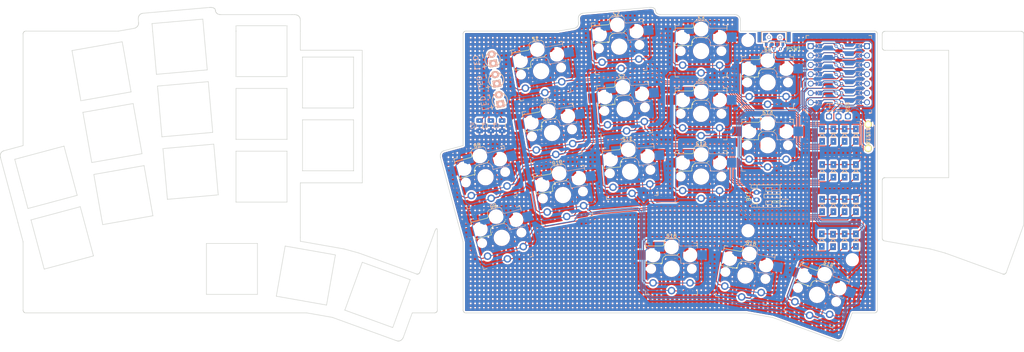
<source format=kicad_pcb>
(kicad_pcb (version 20211014) (generator pcbnew)
  (title_block (title "rule169") (rev "v1.0.0") (company "Unknown"))
  (layers (0 "F.Cu" signal) (31 "B.Cu" signal) (34 "B.Paste" user) (35 "F.Paste" user) (36 "B.SilkS" user "B.Silkscreen") (37 "F.SilkS" user "F.Silkscreen") (38 "B.Mask" user) (39 "F.Mask" user) (44 "Edge.Cuts" user))
  (net 0 "")
  (net 1 "GND")
  (net 2 "Net-(BT1-Pad1)")
  (net 3 "row0")
  (net 4 "Net-(D1-Pad2)")
  (net 5 "Net-(D2-Pad2)")
  (net 6 "row1")
  (net 7 "Net-(D3-Pad2)")
  (net 8 "Net-(D4-Pad2)")
  (net 9 "Net-(D5-Pad2)")
  (net 10 "Net-(D6-Pad2)")
  (net 11 "row2")
  (net 12 "Net-(D7-Pad2)")
  (net 13 "Net-(D8-Pad2)")
  (net 14 "Net-(D9-Pad2)")
  (net 15 "Net-(D10-Pad2)")
  (net 16 "row3")
  (net 17 "Net-(D11-Pad2)")
  (net 18 "Net-(D12-Pad2)")
  (net 19 "Net-(D13-Pad2)")
  (net 20 "Net-(D14-Pad2)")
  (net 21 "MCU+")
  (net 22 "unconnected-(PSW1-Pad3)")
  (net 23 "/PL1")
  (net 24 "LED0")
  (net 25 "/PL2")
  (net 26 "col3")
  (net 27 "col2")
  (net 28 "col1")
  (net 29 "col0")
  (net 32 "Net-(D15-Pad2)")
  (net 33 "Net-(D16-Pad2)")
  (net 34 "RESET")
  (net 35 "LED1")
  (net 36 "/PL3")
  (net 37 "LED2")
  (footprint "Keyboard Footprints:LED_3mm_reversible" (layer "F.Cu") (at 150.374258 34.479031 -80)
    (fp_text reference "L2" hide)
    (fp_text value "LED")
  )
  (footprint "Keyboard Footprints:Kailh_socket_PG1350_optional_reversible" (layer "F.Cu") (at 187.585139 64.799421 5)
    (fp_text reference "S11")
    (fp_text value "MX_SW_HS")
  )
  (footprint "Keyboard Footprints:Diode_SOD123" (layer "F.Cu") (at 245.618 54.913 -90)
    (fp_text reference "D2" hide)
    (fp_text value "D_Small" hide)
  )
  (footprint "Keyboard Footprints:Diode_SOD123" (layer "F.Cu") (at 239.522006 73.963009 -90)
    (fp_text reference "D12" hide)
    (fp_text value "D_Small" hide)
  )
  (footprint "Keyboard Footprints:Kailh_socket_PG1350_optional_reversible" (layer "F.Cu") (at 224.774305 57.632049)
    (fp_text reference "S13")
    (fp_text value "MX_SW_HS")
  )
  (footprint "Keyboard Footprints:Diode_SOD123" (layer "F.Cu") (at 242.484662 83.436326 -90)
    (fp_text reference "D16" hide)
    (fp_text value "D_Small" hide)
  )
  (footprint "Keyboard Footprints:Kailh_socket_PG1350_optional_reversible" (layer "F.Cu") (at 224.774307 40.632042)
    (fp_text reference "S4")
    (fp_text value "MX_SW_HS")
  )
  (footprint "" (layer "F.Cu") (at 32.304889 39.715907 10)
    (fp_text reference "")
    (fp_text value "")
  )
  (footprint "" (layer "F.Cu") (at 259.108535 80.798645)
    (fp_text reference "")
    (fp_text value "")
  )
  (footprint "Keyboard Footprints:Diode_SOD123" (layer "F.Cu") (at 239.522003 54.913003 -90)
    (fp_text reference "D4" hide)
    (fp_text value "D_Small" hide)
  )
  (footprint "Keyboard Footprints:Diode_SOD123" (layer "F.Cu") (at 248.666003 64.564996 -90)
    (fp_text reference "D5" hide)
    (fp_text value "D_Small" hide)
  )
  (footprint "Keyboard Footprints:Diode_SOD123" (layer "F.Cu") (at 248.665999 83.360999 -90)
    (fp_text reference "D14" hide)
    (fp_text value "D_Small" hide)
  )
  (footprint "Keyboard Footprints:Kailh_socket_PG1350_optional_reversible" (layer "F.Cu") (at 206.774306 66.132046)
    (fp_text reference "S12")
    (fp_text value "MX_SW_HS")
  )
  (footprint "Keyboard Footprints:Diode_SOD123" (layer "F.Cu") (at 245.617989 83.360998 -90)
    (fp_text reference "D15" hide)
    (fp_text value "D_Small" hide)
  )
  (footprint "" (layer "F.Cu") (at 287.302538 88.672644)
    (fp_text reference "")
    (fp_text value "")
  )
  (footprint "Keyboard Footprints:M2 Hole" (layer "F.Cu") (at 259.032333 29.236642)
    (fp_text reference "REF**" hide)
    (fp_text value "M2 Hole")
  )
  (footprint "Keyboard Footprints:Diode_SOD123" (layer "F.Cu") (at 239.521991 64.565002 -90)
    (fp_text reference "D8" hide)
    (fp_text value "D_Small" hide)
  )
  (footprint "Keyboard Footprints:Kailh_socket_PG1350_optional_reversible" (layer "F.Cu") (at 206.774302 32.132039)
    (fp_text reference "S3")
    (fp_text value "MX_SW_HS")
  )
  (footprint "Keyboard Footprints:Kailh_socket_PG1350_optional_reversible" (layer "F.Cu") (at 184.621846 30.9288 5)
    (fp_text reference "S2")
    (fp_text value "MX_SW_HS")
  )
  (footprint "" (layer "F.Cu") (at 33.274 45.212 10)
    (fp_text reference "")
    (fp_text value "")
  )
  (footprint "Keyboard Footprints:Kailh_socket_PG1350_optional_reversible" (layer "F.Cu") (at 206.7743 49.132052)
    (fp_text reference "S8")
    (fp_text value "MX_SW_HS")
  )
  (footprint "Keyboard Footprints:Kailh_socket_PG1350_optional_reversible" (layer "F.Cu") (at 148.45395 66.311464 15)
    (fp_text reference "S5")
    (fp_text value "MX_SW_HS")
  )
  (footprint "Keyboard Footprints:Diode_SOD123" (layer "F.Cu") (at 245.617995 73.963009 -90)
    (fp_text reference "D10" hide)
    (fp_text value "D_Small" hide)
  )
  (footprint "Keyboard Footprints:MSK12C02_reversible" (layer "F.Cu") (at 230.398785 27.042735 -90)
    (fp_text reference "PSW1")
    (fp_text value "SW_DPDT_x2" hide)
  )
  (footprint "Keyboard Footprints:Diode_SOD123" (layer "F.Cu") (at 245.618002 64.564997 -90)
    (fp_text reference "D6" hide)
    (fp_text value "D_Small" hide)
  )
  (footprint "Keyboard Footprints:Diode_SOD123" (layer "F.Cu") (at 248.665995 54.912995 -90)
    (fp_text reference "D1" hide)
    (fp_text value "D_Small" hide)
  )
  (footprint "Keyboard Footprints:M2 Hole" (layer "F.Cu") (at 219.408332 29.236643)
    (fp_text reference "REF**" hide)
    (fp_text value "M2 Hole")
  )
  (footprint "Keyboard Footprints:Kailh_socket_PG1350_optional_reversible" (layer "F.Cu") (at 166.442716 54.311429 10)
    (fp_text reference "S6")
    (fp_text value "MX_SW_HS")
  )
  (footprint "Keyboard Footprints:Kailh_socket_PG1350_optional_reversible" (layer "F.Cu") (at 152.853873 82.732209 15)
    (fp_text reference "S9")
    (fp_text value "MX_SW_HS")
  )
  (footprint "Keyboard Footprints:xiao seed ble" (layer "F.Cu") (at 244.049785 38.407238 -90)
    (fp_text reference "U1" hide)
    (fp_text value "xiao-ble")
  )
  (footprint "Keyboard Footprints:Kailh_socket_PG1350_optional_reversible" (layer "F.Cu") (at 163.490701 37.569695 10)
    (fp_text reference "S1")
    (fp_text value "MX_SW_HS")
  )
  (footprint "Keyboard Footprints:Diode_SOD123" (layer "F.Cu") (at 242.570009 73.963004 -90)
    (fp_text reference "D11" hide)
    (fp_text value "D_Small" hide)
  )
  (footprint "Keyboard Footprints:Diode_SOD123" (layer "F.Cu") (at 248.665998 73.963002 -90)
    (fp_text reference "D9" hide)
    (fp_text value "D_Small" hide)
  )
  (footprint "Keyboard Footprints:Kailh_socket_PG1350_optional_reversible" (layer "F.Cu") (at 186.103482 47.864112 5)
    (fp_text reference "S7")
    (fp_text value "MX_SW_HS")
  )
  (footprint "Keyboard Footprints:JST_PH_reversible" (layer "F.Cu") (at 221.787784 72.427238 90)
    (fp_text reference "BT1")
    (fp_text value "Battery_Cell")
  )
  (footprint "" (layer "F.Cu") (at 219.484534 80.798642)
    (fp_text reference "")
    (fp_text value "")
  )
  (footprint "Keyboard Footprints:ResetSW" (layer "F.Cu") (at 251.996533 55.219642 90)
    (fp_text reference "RSW1" hide)
    (fp_text value "SW_Push")
  )
  (footprint "Keyboard Footprints:Kailh_socket_PG1350_optional_reversible" (layer "F.Cu") (at 169.394728 71.134952 10)
    (fp_text reference "S10")
    (fp_text value "MX_SW_HS")
  )
  (footprint "Keyboard Footprints:Kailh_socket_PG1350_optional_reversible" (layer "F.Cu") (at 238.157883 98.177667 -20)
    (fp_text reference "S14")
    (fp_text value "MX_SW_HS")
  )
  (footprint "Keyboard Footprints:Kailh_socket_PG1350_optional_reversible" (layer "F.Cu") (at 218.774293 92.932049 -10)
    (fp_text reference "S15")
    (fp_text value "MX_SW_HS")
  )
  (footprint "Keyboard Footprints:Battery lipo 601235" (layer "F.Cu") (at 243.767254 68.733595)
    (fp_text reference "REF**" hide)
    (fp_text value "Battery lipo 601235")
  )
  (footprint "Keyboard Footprints:Diode_SOD123" (layer "F.Cu") (at 242.569996 64.564999 -90)
    (fp_text reference "D7" hide)
    (fp_text value "D_Small" hide)
  )
  (footprint "" (layer "F.Cu") (at 31.341424 34.215319 10)
    (fp_text reference "")
    (fp_text value "")
  )
  (footprint "Keyboard Footprints:Diode_SOD123" (layer "F.Cu") (at 239.436663 83.360997 -90)
    (fp_text reference "D13" hide)
    (fp_text value "D_Small" hide)
  )
  (footprint "Keyboard Footprints:LED_3mm_reversible" (layer "F.Cu") (at 151.343215 39.974262 -80)
    (fp_text reference "L3" hide)
    (fp_text value "LED")
  )
  (footprint "Keyboard Footprints:LED_3mm_reversible" (layer "F.Cu") (at 152.312173 45.46949 -80)
    (fp_text reference "L1" hide)
    (fp_text value "LED")
  )
  (footprint "Keyboard Footprints:Diode_SOD123" (layer "F.Cu") (at 242.570006 54.912995 -90)
    (fp_text reference "D3" hide)
    (fp_text value "D_Small" hide)
  )
  (footprint "" (layer "F.Cu") (at 247.678536 88.672641)
    (fp_text reference "")
    (fp_text value "")
  )
  (footprint "Keyboard Footprints:Kailh_socket_PG1350_optional_reversible" (layer "F.Cu") (at 198.774304 91.132046)
    (fp_text reference "S16")
    (fp_text value "MX_SW_HS")
  )
  (footprint "Keyboard Footprints:R_1206_DoubleSided" (layer "B.Cu") (at 146.840532 52.353643 -90)
    (fp_text reference "R2")
    (fp_text value "220")
  )
  (footprint "Keyboard Footprints:R_1206_DoubleSided" (layer "B.Cu") (at 152.936532 52.353642 -90)
    (fp_text reference "R1")
    (fp_text value "220")
  )
  (footprint "Keyboard Footprints:R_1206_DoubleSided" (layer "B.Cu") (at 149.888534 52.347643 -90)
    (fp_text reference "R3")
    (fp_text value "220")
  )
  (gr_line (start 91.844599 98.549365) (end 94.241014 84.958598) (layer "Edge.Cuts") (width 0.14993))
  (gr_line (start 23.331276 27.473116) (end 23.331274 57.740035) (layer "Edge.Cuts") (width 0.14993))
  (gr_line (start 194.286901 20.708578) (end 194.242963 20.655457) (layer "Edge.Cuts") (width 0.14993))
  (gr_line (start 75.628004 21.770143) (end 75.589481 21.720366) (layer "Edge.Cuts") (width 0.14993))
  (gr_line (start 217.388052 23.590825) (end 217.375336 23.465406) (layer "Edge.Cuts") (width 0.14993))
  (gr_line (start 23.536315 26.934572) (end 23.505309 26.966346) (layer "Edge.Cuts") (width 0.14993))
  (gr_line (start 54.489669 23.458148) (end 54.489669 23.458148) (layer "Edge.Cuts") (width 0.14993))
  (gr_line (start 255.783067 27.525568) (end 255.783067 31.181403) (layer "Edge.Cuts") (width 0.14993))
  (gr_line (start 42.465232 65.557234) (end 42.465232 65.557234) (layer "Edge.Cuts") (width 0.14993))
  (gr_line (start 41.909959 62.324732) (end 41.909959 62.324732) (layer "Edge.Cuts") (width 0.14993))
  (gr_line (start 59.413741 38.424045) (end 59.413741 38.424045) (layer "Edge.Cuts") (width 0.14993))
  (gr_line (start 74.968584 20.487393) (end 74.904907 20.455473) (layer "Edge.Cuts") (width 0.14993))
  (gr_line (start 254.3148 102.782798) (end 254.342232 102.744891) (layer "Edge.Cuts") (width 0.14993))
  (gr_line (start 173.541337 23.395394) (end 173.543903 23.458255) (layer "Edge.Cuts") (width 0.14993))
  (gr_line (start 254.36568 27.097687) (end 254.346974 27.06256) (layer "Edge.Cuts") (width 0.14993))
  (gr_line (start 96.958341 22.26171) (end 96.883374 22.25488) (layer "Edge.Cuts") (width 0.14993))
  (gr_line (start 110.146707 85.736825) (end 110.146707 85.736825) (layer "Edge.Cuts") (width 0.14993))
  (gr_line (start 173.124139 25.630619) (end 173.065144 25.676345) (layer "Edge.Cuts") (width 0.14993))
  (gr_line (start 115.1057 64.632598) (end 115.1057 64.632598) (layer "Edge.Cuts") (width 0.14993))
  (gr_line (start 244.133066 110.67192) (end 244.229071 110.653781) (layer "Edge.Cuts") (width 0.14993))
  (gr_line (start 173.821962 22.430325) (end 173.775551 22.499887) (layer "Edge.Cuts") (width 0.14993))
  (gr_line (start 54.468264 25.097691) (end 54.430399 25.182149) (layer "Edge.Cuts") (width 0.14993))
  (gr_line (start 193.475759 20.321511) (end 193.341316 20.305788) (layer "Edge.Cuts") (width 0.14993))
  (gr_line (start 217.354829 23.348076) (end 217.327081 23.238565) (layer "Edge.Cuts") (width 0.14993))
  (gr_line (start 112.738215 64.551813) (end 98.937196 64.551814) (layer "Edge.Cuts") (width 0.14993))
  (gr_line (start 54.573524 24.587954) (end 54.565373 24.702124) (layer "Edge.Cuts") (width 0.14993))
  (gr_line (start 216.843485 22.560331) (end 216.773978 22.51418) (layer "Edge.Cuts") (width 0.14993))
  (gr_line (start 244.706501 110.432157) (end 244.770356 110.38208) (layer "Edge.Cuts") (width 0.14993))
  (gr_line (start 98.338535 67.832292) (end 98.338535 67.832292) (layer "Edge.Cuts") (width 0.14993))
  (gr_line (start 173.55531 25.0076) (end 173.522364 25.097652) (layer "Edge.Cuts") (width 0.14993))
  (gr_line (start 53.42031 25.955013) (end 53.363597 25.967813) (layer "Edge.Cuts") (width 0.14993))
  (gr_line (start 195.245188 22.153984) (end 195.160761 22.121731) (layer "Edge.Cuts") (width 0.14993))
  (gr_line (start 254.419906 27.235448) (end 254.39664 27.167667) (layer "Edge.Cuts") (width 0.14993))
  (gr_line (start 58.210411 24.677002) (end 71.957812 23.473675) (layer "Edge.Cuts") (width 0.14993))
  (gr_line (start 76.123758 71.091967) (end 76.123758 71.091967) (layer "Edge.Cuts") (width 0.14993))
  (gr_line (start 135.240065 80.209761) (end 135.210576 80.203635) (layer "Edge.Cuts") (width 0.14993))
  (gr_line (start 195.00959 22.047099) (end 194.942413 22.0055) (layer "Edge.Cuts") (width 0.14993))
  (gr_line (start 135.387947 80.667115) (end 135.374924 80.549702) (layer "Edge.Cuts") (width 0.14993))
  (gr_line (start 143.018272 26.734231) (end 142.961483 26.745407) (layer "Edge.Cuts") (width 0.14993))
  (gr_line (start 73.820475 20.30008) (end 55.858447 21.870293) (layer "Edge.Cuts") (width 0.14993))
  (gr_line (start 256.061548 26.919886) (end 256.026783 26.949242) (layer "Edge.Cuts") (width 0.14993))
  (gr_line (start 256.419976 83.569333) (end 256.448398 83.575595) (layer "Edge.Cuts") (width 0.14993))
  (gr_line (start 256.228358 31.863108) (end 256.296044 31.886176) (layer "Edge.Cuts") (width 0.14993))
  (gr_line (start 134.892648 103.021505) (end 134.96043 102.998261) (layer "Edge.Cuts") (width 0.14993))
  (gr_line (start 23.6099 102.916496) (end 23.647845 102.943903) (layer "Edge.Cuts") (width 0.14993))
  (gr_line (start 21.066789 61.452666) (end 23.331275 60.845541) (layer "Edge.Cuts") (width 0.14993))
  (gr_line (start 255.788012 27.456319) (end 255.784533 27.493326) (layer "Edge.Cuts") (width 0.14993))
  (gr_line (start 130.113127 92.549656) (end 130.062151 92.55521) (layer "Edge.Cuts") (width 0.14993))
  (gr_line (start 23.400523 27.125068) (end 23.380508 27.173339) (layer "Edge.Cuts") (width 0.14993))
  (gr_line (start 55.176561 22.065432) (end 55.091345 22.11742) (layer "Edge.Cuts") (width 0.14993))
  (gr_line (start 255.815367 83.03703) (end 255.830344 83.083791) (layer "Edge.Cuts") (width 0.14993))
  (gr_line (start 94.738078 59.25133) (end 94.738078 59.25133) (layer "Edge.Cuts") (width 0.14993))
  (gr_line (start 98.04508 22.798749) (end 97.985609 22.730491) (layer "Edge.Cuts") (width 0.14993))
  (gr_line (start 254.119427 102.948754) (end 254.15428 102.927728) (layer "Edge.Cuts") (width 0.14993))
  (gr_line (start 24.63902 74.782377) (end 24.63902 74.782377) (layer "Edge.Cuts") (width 0.14993))
  (gr_line (start 255.795379 67.114262) (end 255.791936 67.151789) (layer "Edge.Cuts") (width 0.14993))
  (gr_line (start 17.205648 60.951368) (end 17.205648 60.951368) (layer "Edge.Cuts") (width 0.14993))
  (gr_line (start 55.858447 21.870293) (end 55.722888 21.886364) (layer "Edge.Cuts") (width 0.14993))
  (gr_line (start 124.978038 110.682962) (end 125.078956 110.67181) (layer "Edge.Cuts") (width 0.14993))
  (gr_line (start 54.011034 25.676375) (end 53.892462 25.755735) (layer "Edge.Cuts") (width 0.14993))
  (gr_line (start 17.166397 60.716545) (end 17.178744 60.813672) (layer "Edge.Cuts") (width 0.14993))
  (gr_line (start 136.829206 59.29621) (end 136.740411 59.35554) (layer "Edge.Cuts") (width 0.14993))
  (gr_line (start 256.387353 83.560618) (end 256.419976 83.569333) (layer "Edge.Cuts") (width 0.14993))
  (gr_line (start 38.956855 45.582958) (end 38.956855 45.582958) (layer "Edge.Cuts") (width 0.14993))
  (gr_line (start 115.104997 64.632598) (end 115.090534 31.903643) (layer "Edge.Cuts") (width 0.14993))
  (gr_line (start 135.356356 102.610735) (end 135.373347 102.558826) (layer "Edge.Cuts") (width 0.14993))
  (gr_line (start 23.733762 102.991854) (end 23.78201 103.01185) (layer "Edge.Cuts") (width 0.14993))
  (gr_line (start 245.263261 109.698306) (end 247.678376 103.061152) (layer "Edge.Cuts") (width 0.14993))
  (gr_line (start 244.032158 110.683074) (end 244.133066 110.67192) (layer "Edge.Cuts") (width 0.14993))
  (gr_line (start 142.795465 26.799793) (end 142.760338 26.816303) (layer "Edge.Cuts") (width 0.14993))
  (gr_line (start 293.506694 26.798108) (end 293.449934 26.786932) (layer "Edge.Cuts") (width 0.14993))
  (gr_line (start 134.995283 102.983824) (end 135.03041 102.967331) (layer "Edge.Cuts") (width 0.14993))
  (gr_line (start 98.338534 31.903643) (end 98.338534 26.722403) (layer "Edge.Cuts") (width 0.14993))
  (gr_line (start 54.34192 25.334932) (end 54.292321 25.403594) (layer "Edge.Cuts") (width 0.14993))
  (gr_line (start 23.475952 27.001148) (end 23.44852 27.03911) (layer "Edge.Cuts") (width 0.14993))
  (gr_line (start 94.738078 73.052352) (end 80.937065 73.052351) (layer "Edge.Cuts") (width 0.14993))
  (gr_line (start 42.465232 65.557234) (end 56.055289 63.16117) (layer "Edge.Cuts") (width 0.14993))
  (gr_line (start 136.92696 59.241379) (end 136.829206 59.29621) (layer "Edge.Cuts") (width 0.14993))
  (gr_line (start 130.542306 92.29562) (end 130.518536 92.323287) (layer "Edge.Cuts") (width 0.14993))
  (gr_line (start 74.642092 54.157221) (end 74.642092 54.157221) (layer "Edge.Cuts") (width 0.14993))
  (gr_line (start 194.083308 20.523178) (end 194.022546 20.48742) (layer "Edge.Cuts") (width 0.14993))
  (gr_line (start 168.156283 26.722508) (end 168.156283 26.722508) (layer "Edge.Cuts") (width 0.14993))
  (gr_line (start 125.511534 110.523365) (end 125.584189 110.479382) (layer "Edge.Cuts") (width 0.14993))
  (gr_line (start 75.359649 21.05114) (end 75.348467 20.971639) (layer "Edge.Cuts") (width 0.14993))
  (gr_line (start 193.216115 20.297044) (end 193.104327 20.293617) (layer "Edge.Cuts") (width 0.14993))
  (gr_line (start 17.185848 60.171597) (end 17.164227 60.323822) (layer "Edge.Cuts") (width 0.14993))
  (gr_line (start 254.302412 26.993405) (end 254.276284 26.959926) (layer "Edge.Cuts") (width 0.14993))
  (gr_line (start 24.08165 103.061037) (end 100.062556 103.061038) (layer "Edge.Cuts") (width 0.14993))
  (gr_line (start 142.559191 26.966337) (end 142.529834 27.001122) (layer "Edge.Cuts") (width 0.14993))
  (gr_line (start 255.832635 31.478503) (end 255.85268 31.526343) (layer "Edge.Cuts") (width 0.14993))
  (gr_line (start 56.055289 63.16117) (end 56.055289 63.16117) (layer "Edge.Cuts") (width 0.14993))
  (gr_line (start 254.057004 26.791755) (end 254.008756 26.771741) (layer "Edge.Cuts") (width 0.14993))
  (gr_line (start 255.805956 27.351534) (end 255.794786 27.408323) (layer "Edge.Cuts") (width 0.14993))
  (gr_line (start 256.464929 26.777362) (end 256.401049 26.783636) (layer "Edge.Cuts") (width 0.14993))
  (gr_line (start 253.709123 103.061152) (end 253.709123 103.061152) (layer "Edge.Cuts") (width 0.14993))
  (gr_line (start 112.738215 64.551459) (end 112.738215 64.551813) (layer "Edge.Cuts") (width 0.14993))
  (gr_line (start 255.790484 67.184485) (end 255.790484 67.184485) (layer "Edge.Cuts") (width 0.14993))
  (gr_line (start 193.104327 20.293617) (end 192.937666 20.296064) (layer "Edge.Cuts") (width 0.14993))
  (gr_line (start 272.820117 86.855372) (end 272.820117 86.855372) (layer "Edge.Cuts") (width 0.14993))
  (gr_line (start 17.980188 59.191418) (end 17.87307 59.241284) (layer "Edge.Cuts") (width 0.14993))
  (gr_line (start 254.0843 102.967444) (end 254.119427 102.948754) (layer "Edge.Cuts") (width 0.14993))
  (gr_line (start 255.813145 67.007998) (end 255.802088 67.065589) (layer "Edge.Cuts") (width 0.14993))
  (gr_line (start 94.738078 59.25133) (end 94.738078 73.052352) (layer "Edge.Cuts") (width 0.14993))
  (gr_line (start 17.202658 60.093589) (end 17.185848 60.171597) (layer "Edge.Cuts") (width 0.14993))
  (gr_line (start 128.06464 94.072961) (end 123.344829 107.042131) (layer "Edge.Cuts") (width 0.14993))
  (gr_line (start 75.029357 20.523134) (end 74.968584 20.487393) (layer "Edge.Cuts") (width 0.14993))
  (gr_line (start 23.349823 27.281153) (end 23.339701 27.340971) (layer "Edge.Cuts") (width 0.14993))
  (gr_line (start 142.72521 26.835011) (end 142.690356 26.856055) (layer "Edge.Cuts") (width 0.14993))
  (gr_line (start 217.154838 22.873317) (end 217.09925 22.798856) (layer "Edge.Cuts") (width 0.14993))
  (gr_line (start 255.830344 83.083791) (end 255.847985 83.127872) (layer "Edge.Cuts") (width 0.14993))
  (gr_line (start 143.003448 103.052725) (end 143.067361 103.058994) (layer "Edge.Cuts") (width 0.14993))
  (gr_line (start 216.976936 22.66827) (end 216.911323 22.611604) (layer "Edge.Cuts") (width 0.14993))
  (gr_line (start 142.385164 83.809355) (end 142.385164 83.809355) (layer "Edge.Cuts") (width 0.14993))
  (gr_line (start 256.055981 83.39293) (end 256.086707 83.416222) (layer "Edge.Cuts") (width 0.14993))
  (gr_line (start 253.956799 26.754748) (end 253.900995 26.741055) (layer "Edge.Cuts") (width 0.14993))
  (gr_line (start 135.40559 84.968478) (end 135.40559 81.145426) (layer "Edge.Cuts") (width 0.14993))
  (gr_line (start 243.926274 110.686634) (end 244.032158 110.683074) (layer "Edge.Cuts") (width 0.14993))
  (gr_line (start 54.487119 23.395288) (end 54.489669 23.458148) (layer "Edge.Cuts") (width 0.14993))
  (gr_line (start 98.338174 26.722403) (end 98.338174 26.722403) (layer "Edge.Cuts") (width 0.14993))
  (gr_line (start 244.638282 110.479491) (end 244.706501 110.432157) (layer "Edge.Cuts") (width 0.14993))
  (gr_line (start 130.682963 92.060013) (end 130.6706 92.089649) (layer "Edge.Cuts") (width 0.14993))
  (gr_line (start 142.663781 102.916603) (end 142.701726 102.944011) (layer "Edge.Cuts") (width 0.14993))
  (gr_line (start 194.022546 20.48742) (end 193.958882 20.455487) (layer "Edge.Cuts") (width 0.14993))
  (gr_line (start 256.533068 26.775209) (end 256.533068 26.775209) (layer "Edge.Cuts") (width 0.14993))
  (gr_line (start 75.717959 21.868137) (end 75.670756 21.81953) (layer "Edge.Cuts") (width 0.14993))
  (gr_line (start 17.53416 59.485769) (end 17.469816 59.555807) (layer "Edge.Cuts") (width 0.14993))
  (gr_line (start 140.992046 78.611174) (end 140.992046 78.611174) (layer "Edge.Cuts") (width 0.14993))
  (gr_line (start 289.332076 92.144428) (end 289.348038 92.11105) (layer "Edge.Cuts") (width 0.14993))
  (gr_line (start 173.775551 22.499887) (end 173.734484 22.570595) (layer "Edge.Cuts") (width 0.14993))
  (gr_line (start 55.269364 22.018155) (end 55.176561 22.065432) (layer "Edge.Cuts") (width 0.14993))
  (gr_line (start 54.528704 24.911793) (end 54.501201 25.007629) (layer "Edge.Cuts") (width 0.14993))
  (gr_line (start 17.87307 59.241284) (end 17.775308 59.296122) (layer "Edge.Cuts") (width 0.14993))
  (gr_line (start 80.937065 73.052351) (end 80.937065 59.251329) (layer "Edge.Cuts") (width 0.14993))
  (gr_line (start 115.105701 67.832293) (end 115.105701 67.832293) (layer "Edge.Cuts") (width 0.14993))
  (gr_line (start 253.841206 26.730934) (end 253.777294 26.724661) (layer "Edge.Cuts") (width 0.14993))
  (gr_line (start 142.385165 102.311486) (end 142.385165 102.311486) (layer "Edge.Cuts") (width 0.14993))
  (gr_line (start 288.629651 92.575936) (end 288.685706 92.578343) (layer "Edge.Cuts") (width 0.14993))
  (gr_line (start 23.706454 26.816241) (end 23.671327 26.83496) (layer "Edge.Cuts") (width 0.14993))
  (gr_line (start 256.285511 26.80745) (end 256.233576 26.824441) (layer "Edge.Cuts") (width 0.14993))
  (gr_line (start 58.389624 26.722403) (end 58.389624 26.722403) (layer "Edge.Cuts") (width 0.14993))
  (gr_line (start 53.363597 25.967813) (end 49.102044 26.722403) (layer "Edge.Cuts") (width 0.14993))
  (gr_line (start 255.786945 82.821714) (end 255.788843 82.879932) (layer "Edge.Cuts") (width 0.14993))
  (gr_line (start 173.621172 24.340199) (end 173.628427 24.467406) (layer "Edge.Cuts") (width 0.14993))
  (gr_line (start 134.803431 80.772958) (end 134.691921 81.047353) (layer "Edge.Cuts") (width 0.14993))
  (gr_line (start 98.937196 64.551814) (end 98.937198 64.551463) (layer "Edge.Cuts") (width 0.14993))
  (gr_line (start 247.678376 103.061152) (end 247.678376 103.061152) (layer "Edge.Cuts") (width 0.14993))
  (gr_line (start 254.014321 102.998376) (end 254.049174 102.98394) (layer "Edge.Cuts") (width 0.14993))
  (gr_line (start 49.102044 26.722403) (end 24.081633 26.722403) (layer "Edge.Cuts") (width 0.14993))
  (gr_line (start 97.436348 22.375311) (end 97.299032 22.329655) (layer "Edge.Cuts") (width 0.14993))
  (gr_line (start 54.878025 22.296568) (end 54.819958 22.362311) (layer "Edge.Cuts") (width 0.14993))
  (gr_line (start 256.345046 83.547394) (end 256.387353 83.560618) (layer "Edge.Cuts") (width 0.14993))
  (gr_line (start 94.241014 84.958598) (end 94.241014 84.958598) (layer "Edge.Cuts") (width 0.14993))
  (gr_line (start 253.741366 103.059688) (end 253.778371 103.05621) (layer "Edge.Cuts") (width 0.14993))
  (gr_line (start 215.871936 22.252109) (end 195.889194 22.252109) (layer "Edge.Cuts") (width 0.14993))
  (gr_line (start 75.589481 21.720366) (end 75.554973 21.67059) (layer "Edge.Cuts") (width 0.14993))
  (gr_line (start 96.124139 22.252004) (end 76.834964 22.252004) (layer "Edge.Cuts") (width 0.14993))
  (gr_line (start 195.335797 22.182344) (end 195.245188 22.153984) (layer "Edge.Cuts") (width 0.14993))
  (gr_line (start 142.898097 26.762078) (end 142.830317 26.785343) (layer "Edge.Cuts") (width 0.14993))
  (gr_line (start 23.408569 102.651114) (end 23.425078 102.686209) (layer "Edge.Cuts") (width 0.14993))
  (gr_line (start 136.335894 59.857592) (end 136.304291 59.936099) (layer "Edge.Cuts") (width 0.14993))
  (gr_line (start 96.124139 22.252004) (end 96.124139 22.252004) (layer "Edge.Cuts") (width 0.14993))
  (gr_line (start 130.402574 92.429264) (end 130.368168 92.45306) (layer "Edge.Cuts") (width 0.14993))
  (gr_line (start 255.802088 67.065589) (end 255.795379 67.114262) (layer "Edge.Cuts") (width 0.14993))
  (gr_line (start 142.434391 27.17323) (end 142.417399 27.225189) (layer "Edge.Cuts") (width 0.14993))
  (gr_line (start 254.049174 102.98394) (end 254.0843 102.967444) (layer "Edge.Cuts") (width 0.14993))
  (gr_line (start 142.478962 102.686316) (end 142.497669 102.721409) (layer "Edge.Cuts") (width 0.14993))
  (gr_line (start 74.904907 20.455473) (end 74.838848 20.427168) (layer "Edge.Cuts") (width 0.14993))
  (gr_line (start 173.582413 22.990358) (end 173.559953 23.11634) (layer "Edge.Cuts") (width 0.14993))
  (gr_line (start 254.410244 102.610849) (end 254.427234 102.558941) (layer "Edge.Cuts") (width 0.14993))
  (gr_line (start 294.082721 27.525568) (end 294.082721 27.525568) (layer "Edge.Cuts") (width 0.14993))
  (gr_line (start 217.392413 26.722508) (end 217.392413 26.722508) (layer "Edge.Cuts") (width 0.14993))
  (gr_line (start 173.604406 24.810016) (end 173.582829 24.911778) (layer "Edge.Cuts") (width 0.14993))
  (gr_line (start 255.916552 27.080409) (end 255.895518 27.115261) (layer "Edge.Cuts") (width 0.14993))
  (gr_line (start 54.070038 25.630658) (end 54.011034 25.676375) (layer "Edge.Cuts") (width 0.14993))
  (gr_line (start 126.184429 109.757069) (end 126.209034 109.698199) (layer "Edge.Cuts") (width 0.14993))
  (gr_line (start 256.287958 66.456245) (end 256.236537 66.473475) (layer "Edge.Cuts") (width 0.14993))
  (gr_line (start 142.690356 26.856055) (end 142.656055 26.879573) (layer "Edge.Cuts") (width 0.14993))
  (gr_line (start 54.489669 23.458148) (end 54.566925 24.340095) (layer "Edge.Cuts") (width 0.14993))
  (gr_line (start 137.034075 59.191517) (end 136.92696 59.241379) (layer "Edge.Cuts") (width 0.14993))
  (gr_line (start 173.396003 25.334876) (end 173.346404 25.403539) (layer "Edge.Cuts") (width 0.14993))
  (gr_line (start 112.738216 33.752197) (end 112.738216 33.752197) (layer "Edge.Cuts") (width 0.14993))
  (gr_line (start 142.518713 102.75623) (end 142.542232 102.790501) (layer "Edge.Cuts") (width 0.14993))
  (gr_line (start 142.417399 27.225189) (end 142.403706 27.280994) (layer "Edge.Cuts") (width 0.14993))
  (gr_line (start 216.560994 22.403771) (end 216.490371 22.375416) (layer "Edge.Cuts") (width 0.14993))
  (gr_line (start 134.655229 103.061038) (end 134.687471 103.059573) (layer "Edge.Cuts") (width 0.14993))
  (gr_line (start 75.769825 21.915577) (end 75.717959 21.868137) (layer "Edge.Cuts") (width 0.14993))
  (gr_line (start 75.359649 21.05114) (end 75.359649 21.05114) (layer "Edge.Cuts") (width 0.14993))
  (gr_line (start 256.236537 66.473475) (end 256.188789 66.493771) (layer "Edge.Cuts") (width 0.14993))
  (gr_line (start 173.541982 23.322934) (end 173.541337 23.395394) (layer "Edge.Cuts") (width 0.14993))
  (gr_line (start 289.111923 92.425488) (end 289.141982 92.399229) (layer "Edge.Cuts") (width 0.14993))
  (gr_line (start 23.9076 26.745312) (end 23.844216 26.761992) (layer "Edge.Cuts") (width 0.14993))
  (gr_line (start 50.151552 29.596484) (end 52.546916 43.18654) (layer "Edge.Cuts") (width 0.14993))
  (gr_line (start 98.338534 82.651431) (end 98.338534 82.651431) (layer "Edge.Cuts") (width 0.14993))
  (gr_line (start 254.18858 102.904234) (end 254.222061 102.87813) (layer "Edge.Cuts") (width 0.14993))
  (gr_line (start 54.767879 22.430219) (end 54.721464 22.499781) (layer "Edge.Cuts") (width 0.14993))
  (gr_line (start 256.144575 66.516854) (end 256.103762 66.542445) (layer "Edge.Cuts") (width 0.14993))
  (gr_line (start 23.363518 27.225322) (end 23.349823 27.281153) (layer "Edge.Cuts") (width 0.14993))
  (gr_line (start 76.710213 22.248953) (end 76.59273 22.240063) (layer "Edge.Cuts") (width 0.14993))
  (gr_line (start 255.815603 31.426983) (end 255.832635 31.478503) (layer "Edge.Cuts") (width 0.14993))
  (gr_line (start 25.467336 77.873061) (end 25.467336 77.873061) (layer "Edge.Cuts") (width 0.14993))
  (gr_line (start 142.462449 102.651221) (end 142.478962 102.686316) (layer "Edge.Cuts") (width 0.14993))
  (gr_line (start 135.358764 80.451474) (end 135.339729 80.371336) (layer "Edge.Cuts") (width 0.14993))
  (gr_line (start 126.152747 109.823382) (end 126.184429 109.757069) (layer "Edge.Cuts") (width 0.14993))
  (gr_line (start 129.768606 92.519454) (end 129.701884 92.497462) (layer "Edge.Cuts") (width 0.14993))
  (gr_line (start 293.332751 26.775209) (end 256.533068 26.775209) (layer "Edge.Cuts") (width 0.14993))
  (gr_line (start 23.331274 57.740035) (end 18.22411 59.108458) (layer "Edge.Cuts") (width 0.14993))
  (gr_line (start 23.331284 102.31138) (end 23.332749 102.343593) (layer "Edge.Cuts") (width 0.14993))
  (gr_line (start 18.22411 59.108458) (end 18.097065 59.146986) (layer "Edge.Cuts") (width 0.14993))
  (gr_line (start 255.890296 83.208292) (end 255.914479 83.244778) (layer "Edge.Cuts") (width 0.14993))
  (gr_line (start 23.394118 102.616295) (end 23.408569 102.651114) (layer "Edge.Cuts") (width 0.14993))
  (gr_line (start 192.874697 20.299836) (end 192.874697 20.299836) (layer "Edge.Cuts") (width 0.14993))
  (gr_line (start 135.065536 102.948639) (end 135.10039 102.927615) (layer "Edge.Cuts") (width 0.14993))
  (gr_line (start 97.170623 22.296941) (end 97.055576 22.275011) (layer "Edge.Cuts") (width 0.14993))
  (gr_line (start 23.339701 27.340971) (end 23.333427 27.404913) (layer "Edge.Cuts") (width 0.14993))
  (gr_line (start 254.276284 26.959926) (end 254.247409 26.927547) (layer "Edge.Cuts") (width 0.14993))
  (gr_line (start 17.469816 59.555807) (end 17.412818 59.628476) (layer "Edge.Cuts") (width 0.14993))
  (gr_line (start 17.155921 60.467882) (end 17.157717 60.600036) (layer "Edge.Cuts") (width 0.14993))
  (gr_line (start 256.06621 66.570265) (end 256.031788 66.600035) (layer "Edge.Cuts") (width 0.14993))
  (gr_line (start 75.554973 21.67059) (end 75.524261 21.621204) (layer "Edge.Cuts") (width 0.14993))
  (gr_line (start 255.845873 27.220368) (end 255.822619 27.288148) (layer "Edge.Cuts") (width 0.14993))
  (gr_line (start 75.303836 20.829509) (end 75.27143 20.766465) (layer "Edge.Cuts") (width 0.14993))
  (gr_line (start 173.547332 23.228557) (end 173.541982 23.322934) (layer "Edge.Cuts") (width 0.14993))
  (gr_line (start 255.791936 67.151789) (end 255.790484 67.184485) (layer "Edge.Cuts") (width 0.14993))
  (gr_line (start 23.331274 57.740035) (end 23.331274 57.740035) (layer "Edge.Cuts") (width 0.14993))
  (gr_line (start 142.622574 26.9057) (end 142.590196 26.934577) (layer "Edge.Cuts") (width 0.14993))
  (gr_line (start 23.488349 102.790393) (end 23.514479 102.823842) (layer "Edge.Cuts") (width 0.14993))
  (gr_line (start 23.671327 26.83496) (end 23.636475 26.856013) (layer "Edge.Cuts") (width 0.14993))
  (gr_line (start 54.644352 22.641833) (end 54.61301 22.713303) (layer "Edge.Cuts") (width 0.14993))
  (gr_line (start 195.889194 22.252109) (end 195.764412 22.249058) (layer "Edge.Cuts") (width 0.14993))
  (gr_line (start 54.550265 24.810015) (end 54.528704 24.911793) (layer "Edge.Cuts") (width 0.14993))
  (gr_line (start 53.485107 25.936981) (end 53.42031 25.955013) (layer "Edge.Cuts") (width 0.14993))
  (gr_line (start 128.06464 94.072961) (end 128.06464 94.072961) (layer "Edge.Cuts") (width 0.14993))
  (gr_line (start 142.390111 102.380669) (end 142.39689 102.428622) (layer "Edge.Cuts") (width 0.14993))
  (gr_line (start 24.049392 26.723869) (end 24.012387 26.727351) (layer "Edge.Cuts") (width 0.14993))
  (gr_line (start 98.338535 67.832292) (end 115.105701 67.832293) (layer "Edge.Cuts") (width 0.14993))
  (gr_line (start 17.205648 60.951368) (end 21.938158 78.611066) (layer "Edge.Cuts") (width 0.14993))
  (gr_line (start 75.670756 21.81953) (end 75.628004 21.770143) (layer "Edge.Cuts") (width 0.14993))
  (gr_line (start 58.45171 76.751582) (end 58.45171 76.751582) (layer "Edge.Cuts") (width 0.14993))
  (gr_line (start 254.15428 102.927728) (end 254.18858 102.904234) (layer "Edge.Cuts") (width 0.14993))
  (gr_line (start 193.755691 20.380538) (end 193.615275 20.345873) (layer "Edge.Cuts") (width 0.14993))
  (gr_line (start 115.097591 89.353152) (end 115.097591 89.353152) (layer "Edge.Cuts") (width 0.14993))
  (gr_line (start 135.318079 80.308191) (end 135.294078 80.260944) (layer "Edge.Cuts") (width 0.14993))
  (gr_line (start 94.738078 39.052689) (end 80.937419 39.052688) (layer "Edge.Cuts") (width 0.14993))
  (gr_line (start 86.737086 84.252336) (end 86.737087 98.051943) (layer "Edge.Cuts") (width 0.14993))
  (gr_line (start 114.143321 86.833972) (end 114.143321 86.833972) (layer "Edge.Cuts") (width 0.14993))
  (gr_line (start 125.882399 110.221338) (end 125.972765 110.111641) (layer "Edge.Cuts") (width 0.14993))
  (gr_line (start 142.385157 27.472866) (end 142.385157 57.739783) (layer "Edge.Cuts") (width 0.14993))
  (gr_line (start 134.691921 81.047353) (end 134.691921 81.047353) (layer "Edge.Cuts") (width 0.14993))
  (gr_line (start 124.761181 110.681882) (end 124.872138 110.686521) (layer "Edge.Cuts") (width 0.14993))
  (gr_line (start 194.823792 21.915683) (end 194.771913 21.868243) (layer "Edge.Cuts") (width 0.14993))
  (gr_line (start 195.160761 22.121731) (end 195.0823 22.085972) (layer "Edge.Cuts") (width 0.14993))
  (gr_line (start 76.191114 22.15388) (end 76.10671 22.121626) (layer "Edge.Cuts") (width 0.14993))
  (gr_line (start 75.348467 20.971639) (end 75.329688 20.897831) (layer "Edge.Cuts") (width 0.14993))
  (gr_line (start 134.691921 81.047353) (end 134.691921 81.047353) (layer "Edge.Cuts") (width 0.14993))
  (gr_line (start 142.385164 83.809355) (end 142.385165 102.311486) (layer "Edge.Cuts") (width 0.14993))
  (gr_line (start 23.568694 26.905682) (end 23.536315 26.934572) (layer "Edge.Cuts") (width 0.14993))
  (gr_line (start 115.105699 66.009492) (end 115.105699 66.009492) (layer "Edge.Cuts") (width 0.14993))
  (gr_line (start 115.090534 31.903643) (end 115.090534 31.903643) (layer "Edge.Cuts") (width 0.14993))
  (gr_line (start 135.397575 80.804809) (end 135.387947 80.667115) (layer "Edge.Cuts") (width 0.14993))
  (gr_line (start 106.999925 104.284113) (end 106.999925 104.284113) (layer "Edge.Cuts") (width 0.14993))
  (gr_line (start 98.338534 31.903643) (end 98.338534 31.903643) (layer "Edge.Cuts") (width 0.14993))
  (gr_line (start 76.123758 71.091967) (end 62.37672 72.29494) (layer "Edge.Cuts") (width 0.14993))
  (gr_line (start 55.013395 22.173613) (end 54.942397 22.233498) (layer "Edge.Cuts") (width 0.14993))
  (gr_line (start 135.294078 80.260944) (end 135.267987 80.228499) (layer "Edge.Cuts") (width 0.14993))
  (gr_line (start 129.893918 92.547682) (end 129.832604 92.536093) (layer "Edge.Cuts") (width 0.14993))
  (gr_line (start 135.31358 102.703573) (end 135.336342 102.658939) (layer "Edge.Cuts") (width 0.14993))
  (gr_line (start 255.971779 66.664312) (end 255.945922 66.698264) (layer "Edge.Cuts") (width 0.14993))
  (gr_line (start 114.143321 86.833972) (end 110.146707 85.736825) (layer "Edge.Cuts") (width 0.14993))
  (gr_line (start 293.877789 26.987278) (end 293.845425 26.958402) (layer "Edge.Cuts") (width 0.14993))
  (gr_line (start 54.819958 22.362311) (end 54.767879 22.430219) (layer "Edge.Cuts") (width 0.14993))
  (gr_line (start 255.794786 27.408323) (end 255.788012 27.456319) (layer "Edge.Cuts") (width 0.14993))
  (gr_line (start 74.561222 20.34594) (end 74.421675 20.321611) (layer "Edge.Cuts") (width 0.14993))
  (gr_line (start 23.331276 60.845894) (end 23.331276 60.845894) (layer "Edge.Cuts") (width 0.14993))
  (gr_line (start 24.63902 74.782377) (end 23.331275 69.902754) (layer "Edge.Cuts") (width 0.14993))
  (gr_line (start 23.741583 26.799724) (end 23.706454 26.816241) (layer "Edge.Cuts") (width 0.14993))
  (gr_line (start 98.338534 26.722403) (end 98.338174 26.722403) (layer "Edge.Cuts") (width 0.14993))
  (gr_line (start 115.105701 67.832293) (end 115.1057 66.401427) (layer "Edge.Cuts") (width 0.14993))
  (gr_line (start 194.242963 20.655457) (end 194.194036 20.606987) (layer "Edge.Cuts") (width 0.14993))
  (gr_line (start 126.107322 109.907813) (end 126.152747 109.823382) (layer "Edge.Cuts") (width 0.14993))
  (gr_line (start 17.281904 59.857602) (end 17.250284 59.936125) (layer "Edge.Cuts") (width 0.14993))
  (gr_line (start 173.617277 22.854689) (end 173.582413 22.990358) (layer "Edge.Cuts") (width 0.14993))
  (gr_line (start 74.770929 20.40227) (end 74.701668 20.380572) (layer "Edge.Cuts") (width 0.14993))
  (gr_line (start 254.101681 26.814517) (end 254.057004 26.791755) (layer "Edge.Cuts") (width 0.14993))
  (gr_line (start 174.323487 22.018262) (end 174.230669 22.065539) (layer "Edge.Cuts") (width 0.14993))
  (gr_line (start 253.94654 103.021619) (end 254.014321 102.998376) (layer "Edge.Cuts") (width 0.14993))
  (gr_line (start 256.343184 66.442358) (end 256.287958 66.456245) (layer "Edge.Cuts") (width 0.14993))
  (gr_line (start 23.331276 27.473116) (end 23.331276 27.473116) (layer "Edge.Cuts") (width 0.14993))
  (gr_line (start 244.488454 110.563501) (end 244.565627 110.523473) (layer "Edge.Cuts") (width 0.14993))
  (gr_line (start 293.965538 27.091767) (end 293.938118 27.053823) (layer "Edge.Cuts") (width 0.14993))
  (gr_line (start 173.29391 25.467275) (end 173.23903 25.526254) (layer "Edge.Cuts") (width 0.14993))
  (gr_line (start 24.012387 26.727351) (end 23.964391 26.734133) (layer "Edge.Cuts") (width 0.14993))
  (gr_line (start 23.889776 103.042507) (end 23.949566 103.052619) (layer "Edge.Cuts") (width 0.14993))
  (gr_line (start 134.655229 103.061038) (end 134.655229 103.061038) (layer "Edge.Cuts") (width 0.14993))
  (gr_line (start 216.109509 22.275116) (end 216.012253 22.261815) (layer "Edge.Cuts") (width 0.14993))
  (gr_line (start 289.141982 92.399229) (end 289.195755 92.344691) (layer "Edge.Cuts") (width 0.14993))
  (gr_line (start 134.982196 80.421795) (end 134.917729 80.535161) (layer "Edge.Cuts") (width 0.14993))
  (gr_line (start 129.832604 92.536093) (end 129.768606 92.519454) (layer "Edge.Cuts") (width 0.14993))
  (gr_line (start 173.621172 24.340199) (end 173.621172 24.340199) (layer "Edge.Cuts") (width 0.14993))
  (gr_line (start 54.388115 25.261174) (end 54.34192 25.334932) (layer "Edge.Cuts") (width 0.14993))
  (gr_line (start 76.028269 22.085868) (end 75.955577 22.046994) (layer "Edge.Cuts") (width 0.14993))
  (gr_line (start 244.770356 110.38208) (end 244.829928 110.329865) (layer "Edge.Cuts") (width 0.14993))
  (gr_line (start 135.288344 102.744776) (end 135.31358 102.703573) (layer "Edge.Cuts") (width 0.14993))
  (gr_line (start 173.996481 22.233605) (end 173.932105 22.296673) (layer "Edge.Cuts") (width 0.14993))
  (gr_line (start 23.949566 103.052619) (end 24.013477 103.058887) (layer "Edge.Cuts") (width 0.14993))
  (gr_line (start 53.776522 25.82012) (end 53.667275 25.870888) (layer "Edge.Cuts") (width 0.14993))
  (gr_line (start 288.685706 92.578343) (end 288.739199 92.576618) (layer "Edge.Cuts") (width 0.14993))
  (gr_line (start 244.829928 110.329865) (end 244.936525 110.221445) (layer "Edge.Cuts") (width 0.14993))
  (gr_line (start 98.300599 23.347966) (end 98.272858 23.238455) (layer "Edge.Cuts") (width 0.14993))
  (gr_line (start 17.250284 59.936125) (end 17.224002 60.014943) (layer "Edge.Cuts") (width 0.14993))
  (gr_line (start 125.716254 110.381972) (end 125.77582 110.329756) (layer "Edge.Cuts") (width 0.14993))
  (gr_line (start 254.382191 27.132813) (end 254.36568 27.097687) (layer "Edge.Cuts") (width 0.14993))
  (gr_line (start 268.823856 85.758227) (end 272.820117 86.855372) (layer "Edge.Cuts") (width 0.14993))
  (gr_line (start 130.368168 92.45306) (end 130.33151 92.475165) (layer "Edge.Cuts") (width 0.14993))
  (gr_line (start 289.36043 92.081415) (end 289.36043 92.081415) (layer "Edge.Cuts") (width 0.14993))
  (gr_line (start 289.008598 92.496572) (end 289.045273 92.474467) (layer "Edge.Cuts") (width 0.14993))
  (gr_line (start 135.40559 81.145426) (end 135.403542 80.963882) (layer "Edge.Cuts") (width 0.14993))
  (gr_line (start 244.229071 110.653781) (end 244.320254 110.62926) (layer "Edge.Cuts") (width 0.14993))
  (gr_line (start 255.85268 31.526343) (end 255.875462 31.570641) (layer "Edge.Cuts") (width 0.14993))
  (gr_line (start 80.937069 25.252725) (end 94.738078 25.252725) (layer "Edge.Cuts") (width 0.14993))
  (gr_line (start 76.834964 22.252004) (end 76.710213 22.248953) (layer "Edge.Cuts") (width 0.14993))
  (gr_line (start 23.443787 102.721304) (end 23.464831 102.756124) (layer "Edge.Cuts") (width 0.14993))
  (gr_line (start 253.777294 26.724661) (end 253.709125 26.722508) (layer "Edge.Cuts") (width 0.14993))
  (gr_line (start 217.09925 22.798856) (end 217.039764 22.730597) (layer "Edge.Cuts") (width 0.14993))
  (gr_line (start 142.760338 26.816303) (end 142.72521 26.835011) (layer "Edge.Cuts") (width 0.14993))
  (gr_line (start 58.389624 26.722403) (end 58.210411 24.677002) (layer "Edge.Cuts") (width 0.14993))
  (gr_line (start 192.874697 20.299836) (end 174.912693 21.870403) (layer "Edge.Cuts") (width 0.14993))
  (gr_line (start 256.193554 31.84878) (end 256.228358 31.863108) (layer "Edge.Cuts") (width 0.14993))
  (gr_line (start 98.15178 22.954141) (end 98.100657 22.87321) (layer "Edge.Cuts") (width 0.14993))
  (gr_line (start 25.467336 77.873061) (end 38.796691 74.301188) (layer "Edge.Cuts") (width 0.14993))
  (gr_line (start 173.346404 25.403539) (end 173.29391 25.467275) (layer "Edge.Cuts") (width 0.14993))
  (gr_line (start 173.667113 22.713409) (end 173.640165 22.784494) (layer "Edge.Cuts") (width 0.14993))
  (gr_line (start 245.263261 109.698306) (end 245.263261 109.698306) (layer "Edge.Cuts") (width 0.14993))
  (gr_line (start 135.168172 102.878015) (end 135.20055 102.849167) (layer "Edge.Cuts") (width 0.14993))
  (gr_line (start 255.922647 66.733049) (end 255.901822 66.768394) (layer "Edge.Cuts") (width 0.14993))
  (gr_line (start 288.570997 92.56909) (end 288.629651 92.575936) (layer "Edge.Cuts") (width 0.14993))
  (gr_line (start 97.055576 22.275011) (end 96.958341 22.26171) (layer "Edge.Cuts") (width 0.14993))
  (gr_line (start 256.448398 83.575595) (end 256.448398 83.575595) (layer "Edge.Cuts") (width 0.14993))
  (gr_line (start 24.081633 26.722403) (end 24.081633 26.722403) (layer "Edge.Cuts") (width 0.14993))
  (gr_line (start 71.957812 23.473675) (end 73.160785 37.221068) (layer "Edge.Cuts") (width 0.14993))
  (gr_line (start 293.99076 27.133008) (end 293.965538 27.091767) (layer "Edge.Cuts") (width 0.14993))
  (gr_line (start 17.412818 59.628476) (end 17.36277 59.70331) (layer "Edge.Cuts") (width 0.14993))
  (gr_line (start 54.50579 23.116234) (end 54.493147 23.228452) (layer "Edge.Cuts") (width 0.14993))
  (gr_line (start 126.209034 109.698199) (end 128.624498 103.061038) (layer "Edge.Cuts") (width 0.14993))
  (gr_line (start 217.205973 22.954248) (end 217.154838 22.873317) (layer "Edge.Cuts") (width 0.14993))
  (gr_line (start 115.1057 66.401427) (end 115.1057 66.401427) (layer "Edge.Cuts") (width 0.14993))
  (gr_line (start 142.830317 26.785343) (end 142.795465 26.799793) (layer "Edge.Cuts") (width 0.14993))
  (gr_line (start 193.824935 20.402253) (end 193.755691 20.380538) (layer "Edge.Cuts") (width 0.14993))
  (gr_line (start 143.135516 26.722508) (end 143.135516 26.722508) (layer "Edge.Cuts") (width 0.14993))
  (gr_line (start 173.23903 25.526254) (end 173.18227 25.580646) (layer "Edge.Cuts") (width 0.14993))
  (gr_line (start 255.791667 31.312367) (end 255.801855 31.371652) (layer "Edge.Cuts") (width 0.14993))
  (gr_line (start 80.937065 73.052351) (end 80.937065 73.052351) (layer "Edge.Cuts") (width 0.14993))
  (gr_line (start 173.619536 24.702147) (end 173.604406 24.810016) (layer "Edge.Cuts") (width 0.14993))
  (gr_line (start 142.385157 57.739783) (end 137.277995 59.10856) (layer "Edge.Cuts") (width 0.14993))
  (gr_line (start 91.844599 98.549365) (end 91.844599 98.549365) (layer "Edge.Cuts") (width 0.14993))
  (gr_line (start 125.17497 110.653671) (end 125.266158 110.629149) (layer "Edge.Cuts") (width 0.14993))
  (gr_line (start 254.459474 27.472866) (end 254.45801 27.440624) (layer "Edge.Cuts") (width 0.14993))
  (gr_line (start 136.211868 60.599866) (end 136.220575 60.716349) (layer "Edge.Cuts") (width 0.14993))
  (gr_line (start 142.385157 27.472866) (end 142.385157 27.472866) (layer "Edge.Cuts") (width 0.14993))
  (gr_line (start 293.364976 26.776675) (end 293.332751 26.775209) (layer "Edge.Cuts") (width 0.14993))
  (gr_line (start 54.430399 25.182149) (end 54.388115 25.261174) (layer "Edge.Cuts") (width 0.14993))
  (gr_line (start 125.584189 110.479382) (end 125.652403 110.432049) (layer "Edge.Cuts") (width 0.14993))
  (gr_line (start 76.482294 22.225721) (end 76.378692 22.206317) (layer "Edge.Cuts") (width 0.14993))
  (gr_line (start 255.883307 66.804017) (end 255.866968 66.839638) (layer "Edge.Cuts") (width 0.14993))
  (gr_line (start 172.62298 25.909443) (end 172.539326 25.937052) (layer "Edge.Cuts") (width 0.14993))
  (gr_line (start 23.44852 27.03911) (end 23.423284 27.08037) (layer "Edge.Cuts") (width 0.14993))
  (gr_line (start 135.40559 81.145426) (end 135.40559 81.145426) (layer "Edge.Cuts") (width 0.14993))
  (gr_line (start 194.942413 22.0055) (end 194.880554 21.961565) (layer "Edge.Cuts") (width 0.14993))
  (gr_line (start 94.738437 42.25238) (end 94.738436 56.051989) (layer "Edge.Cuts") (width 0.14993))
  (gr_line (start 115.104997 64.632598) (end 115.104997 64.632598) (layer "Edge.Cuts") (width 0.14993))
  (gr_line (start 173.065144 25.676345) (end 172.946592 25.755722) (layer "Edge.Cuts") (width 0.14993))
  (gr_line (start 23.833969 103.028826) (end 23.889776 103.042507) (layer "Edge.Cuts") (width 0.14993))
  (gr_line (start 216.353025 22.32976) (end 216.224585 22.297046) (layer "Edge.Cuts") (width 0.14993))
  (gr_line (start 23.331275 60.845541) (end 23.331276 60.845894) (layer "Edge.Cuts") (width 0.14993))
  (gr_line (start 255.822619 27.288148) (end 255.805956 27.351534) (layer "Edge.Cuts") (width 0.14993))
  (gr_line (start 54.493147 23.228452) (end 54.487779 23.322829) (layer "Edge.Cuts") (width 0.14993))
  (gr_line (start 254.457323 102.379601) (end 254.459476 102.311495) (layer "Edge.Cuts") (width 0.14993))
  (gr_line (start 254.215647 26.896541) (end 254.180864 26.867185) (layer "Edge.Cuts") (width 0.14993))
  (gr_line (start 135.40559 102.31138) (end 135.40559 84.968478) (layer "Edge.Cuts") (width 0.14993))
  (gr_line (start 38.956855 45.582958) (end 36.560441 31.992905) (layer "Edge.Cuts") (width 0.14993))
  (gr_line (start 98.238435 23.136494) (end 98.197892 23.041813) (layer "Edge.Cuts") (width 0.14993))
  (gr_line (start 74.161971 20.297207) (end 74.050156 20.293807) (layer "Edge.Cuts") (width 0.14993))
  (gr_line (start 58.389624 26.722403) (end 58.389624 26.722403) (layer "Edge.Cuts") (width 0.14993))
  (gr_line (start 288.790172 92.571065) (end 288.838661 92.561988) (layer "Edge.Cuts") (width 0.14993))
  (gr_line (start 173.543903 23.458255) (end 173.543903 23.458255) (layer "Edge.Cuts") (width 0.14993))
  (gr_line (start 23.464831 102.756124) (end 23.488349 102.790393) (layer "Edge.Cuts") (width 0.14993))
  (gr_line (start 255.928142 31.649155) (end 255.957492 31.683645) (layer "Edge.Cuts") (width 0.14993))
  (gr_line (start 23.333427 27.404913) (end 23.331276 27.473116) (layer "Edge.Cuts") (width 0.14993))
  (gr_line (start 256.099476 26.892452) (end 256.061548 26.919886) (layer "Edge.Cuts") (width 0.14993))
  (gr_line (start 293.332751 26.775209) (end 293.332751 26.775209) (layer "Edge.Cuts") (width 0.14993))
  (gr_line (start 288.379046 92.518869) (end 288.379046 92.518869) (layer "Edge.Cuts") (width 0.14993))
  (gr_line (start 73.160785 37.221068) (end 59.413741 38.424045) (layer "Edge.Cuts") (width 0.14993))
  (gr_line (start 98.338176 23.724492) (end 98.333813 23.590715) (layer "Edge.Cuts") (width 0.14993))
  (gr_line (start 142.448 102.616402) (end 142.462449 102.651221) (layer "Edge.Cuts") (width 0.14993))
  (gr_line (start 98.937197 47.552162) (end 98.937197 47.552162) (layer "Edge.Cuts") (width 0.14993))
  (gr_line (start 39.513539 48.73468) (end 53.103244 46.338258) (layer "Edge.Cuts") (width 0.14993))
  (gr_line (start 76.59273 22.240063) (end 76.482294 22.225721) (layer "Edge.Cuts") (width 0.14993))
  (gr_line (start 173.18227 25.580646) (end 173.124139 25.630619) (layer "Edge.Cuts") (width 0.14993))
  (gr_line (start 24.081633 26.722403) (end 24.049392 26.723869) (layer "Edge.Cuts") (width 0.14993))
  (gr_line (start 193.615275 20.345873) (end 193.475759 20.321511) (layer "Edge.Cuts") (width 0.14993))
  (gr_line (start 76.834964 22.252004) (end 76.834964 22.252004) (layer "Edge.Cuts") (width 0.14993))
  (gr_line (start 256.533067 66.423547) (end 256.465604 66.425731) (layer "Edge.Cuts") (width 0.14993))
  (gr_line (start 135.374924 80.549702) (end 135.358764 80.451474) (layer "Edge.Cuts") (width 0.14993))
  (gr_line (start 75.14011 20.606919) (end 75.086705 20.562907) (layer "Edge.Cuts") (width 0.14993))
  (gr_line (start 38.796691 74.301188) (end 42.368563 87.631243) (layer "Edge.Cuts") (width 0.14993))
  (gr_line (start 172.417849 25.967915) (end 172.417849 25.967915) (layer "Edge.Cuts") (width 0.14993))
  (gr_line (start 24.08165 103.061037) (end 24.08165 103.061037) (layer "Edge.Cuts") (width 0.14993))
  (gr_line (start 98.338176 23.724492) (end 98.338176 23.724492) (layer "Edge.Cuts") (width 0.14993))
  (gr_line (start 289.30918 92.186925) (end 289.332076 92.144428) (layer "Edge.Cuts") (width 0.14993))
  (gr_line (start 110.146707 85.736825) (end 98.338534 83.654028) (layer "Edge.Cuts") (width 0.14993))
  (gr_line (start 94.738436 56.051989) (end 94.738436 56.051989) (layer "Edge.Cuts") (width 0.14993))
  (gr_line (start 173.582829 24.911778) (end 173.55531 25.0076) (layer "Edge.Cuts") (width 0.14993))
  (gr_line (start 74.421675 20.321611) (end 74.287201 20.305921) (layer "Edge.Cuts") (width 0.14993))
  (gr_line (start 173.932105 22.296673) (end 173.874038 22.362416) (layer "Edge.Cuts") (width 0.14993))
  (gr_line (start 34.396498 57.880801) (end 37.968373 71.210509) (layer "Edge.Cuts") (width 0.14993))
  (gr_line (start 255.847985 83.127872) (end 255.868051 83.169348) (layer "Edge.Cuts") (width 0.14993))
  (gr_line (start 73.883457 20.296295) (end 73.820475 20.30008) (layer "Edge.Cuts") (width 0.14993))
  (gr_line (start 136.523752 59.555855) (end 136.466768 59.628511) (layer "Edge.Cuts") (width 0.14993))
  (gr_line (start 80.937419 56.051989) (end 80.937419 42.252381) (layer "Edge.Cuts") (width 0.14993))
  (gr_line (start 255.895518 27.115261) (end 255.876819 27.150387) (layer "Edge.Cuts") (width 0.14993))
  (gr_line (start 142.961483 26.745407) (end 142.898097 26.762078) (layer "Edge.Cuts") (width 0.14993))
  (gr_line (start 98.937197 33.752554) (end 98.937197 33.752197) (layer "Edge.Cuts") (width 0.14993))
  (gr_line (start 54.721464 22.499781) (end 54.680394 22.570489) (layer "Edge.Cuts") (width 0.14993))
  (gr_line (start 128.624498 103.061038) (end 134.655229 103.061038) (layer "Edge.Cuts") (width 0.14993))
  (gr_line (start 98.272858 23.238455) (end 98.238435 23.136494) (layer "Edge.Cuts") (width 0.14993))
  (gr_line (start 41.909959 62.324732) (end 39.513539 48.73468) (layer "Edge.Cuts") (width 0.14993))
  (gr_line (start 172.72145 25.870917) (end 172.62298 25.909443) (layer "Edge.Cuts") (width 0.14993))
  (gr_line (start 125.434362 110.563392) (end 125.511534 110.523365) (layer "Edge.Cuts") (width 0.14993))
  (gr_line (start 255.901822 66.768394) (end 255.883307 66.804017) (layer "Edge.Cuts") (width 0.14993))
  (gr_line (start 135.403436 102.379488) (end 135.40559 102.31138) (layer "Edge.Cuts") (width 0.14993))
  (gr_line (start 112.738216 33.752554) (end 112.738216 33.752554) (layer "Edge.Cuts") (width 0.14993))
  (gr_line (start 106.999925 104.284113) (end 124.265224 110.569199) (layer "Edge.Cuts") (width 0.14993))
  (gr_line (start 130.251296 92.513086) (end 130.20766 92.528291) (layer "Edge.Cuts") (width 0.14993))
  (gr_line (start 256.026783 26.949242) (end 255.995037 26.980247) (layer "Edge.Cuts") (width 0.14993))
  (gr_line (start 243.319476 110.569316) (end 243.451408 110.612814) (layer "Edge.Cuts") (width 0.14993))
  (gr_line (start 254.44775 27.355623) (end 254.436576 27.298833) (layer "Edge.Cuts") (width 0.14993))
  (gr_line (start 256.18535 26.844456) (end 256.140696 26.867216) (layer "Edge.Cuts") (width 0.14993))
  (gr_line (start 97.789377 22.560224) (end 97.719885 22.514075) (layer "Edge.Cuts") (width 0.14993))
  (gr_line (start 136.588084 59.485829) (end 136.523752 59.555855) (layer "Edge.Cuts") (width 0.14993))
  (gr_line (start 17.319266 59.779841) (end 17.281904 59.857602) (layer "Edge.Cuts") (width 0.14993))
  (gr_line (start 98.100657 22.87321) (end 98.04508 22.798749) (layer "Edge.Cuts") (width 0.14993))
  (gr_line (start 217.392413 26.722508) (end 217.392411 23.724602) (layer "Edge.Cuts") (width 0.14993))
  (gr_line (start 72.937471 84.252337) (end 86.737086 84.252336) (layer "Edge.Cuts") (width 0.14993))
  (gr_line (start 273.78249 66.423547) (end 273.78249 66.423547) (layer "Edge.Cuts") (width 0.14993))
  (gr_line (start 293.742845 26.887712) (end 293.707737 26.869004) (layer "Edge.Cuts") (width 0.14993))
  (gr_line (start 98.937198 64.551463) (end 98.937197 50.752205) (layer "Edge.Cuts") (width 0.14993))
  (gr_line (start 34.396498 57.880801) (end 34.396498 57.880801) (layer "Edge.Cuts") (width 0.14993))
  (gr_line (start 23.331275 60.845541) (end 23.331275 60.845541) (layer "Edge.Cuts") (width 0.14993))
  (gr_line (start 142.424735 102.548684) (end 142.448 102.616402) (layer "Edge.Cuts") (width 0.14993))
  (gr_line (start 24.013477 103.058887) (end 24.08165 103.061037) (layer "Edge.Cuts") (width 0.14993))
  (gr_line (start 174.145443 22.117528) (end 174.067486 22.17372) (layer "Edge.Cuts") (width 0.14993))
  (gr_line (start 23.331275 69.902754) (end 23.331274 69.903456) (layer "Edge.Cuts") (width 0.14993))
  (gr_line (start 255.783067 27.525568) (end 255.783067 27.525568) (layer "Edge.Cuts") (width 0.14993))
  (gr_line (start 256.031788 66.600035) (end 256.000356 66.631478) (layer "Edge.Cuts") (width 0.14993))
  (gr_line (start 256.416031 31.913786) (end 256.463945 31.920507) (layer "Edge.Cuts") (width 0.14993))
  (gr_line (start 293.707737 26.869004) (end 293.672627 26.852494) (layer "Edge.Cuts") (width 0.14993))
  (gr_line (start 130.008653 92.556935) (end 129.952589 92.554528) (layer "Edge.Cuts") (width 0.14993))
  (gr_line (start 288.838661 92.561988) (end 288.884709 92.549697) (layer "Edge.Cuts") (width 0.14993))
  (gr_line (start 136.245767 60.887441) (end 136.259884 60.951117) (layer "Edge.Cuts") (width 0.14993))
  (gr_line (start 174.777101 21.886472) (end 174.650706 21.909802) (layer "Edge.Cuts") (width 0.14993))
  (gr_line (start 142.56836 102.823947) (end 142.597237 102.856297) (layer "Edge.Cuts") (width 0.14993))
  (gr_line (start 243.699259 110.668547) (end 243.815331 110.681994) (layer "Edge.Cuts") (width 0.14993))
  (gr_line (start 54.184939 25.526305) (end 54.128174 25.580692) (layer "Edge.Cuts") (width 0.14993))
  (gr_line (start 142.701726 102.944011) (end 142.742966 102.969222) (layer "Edge.Cuts") (width 0.14993))
  (gr_line (start 73.439119 40.409825) (end 73.439119 40.409825) (layer "Edge.Cuts") (width 0.14993))
  (gr_line (start 23.380508 27.173339) (end 23.363518 27.225322) (layer "Edge.Cuts") (width 0.14993))
  (gr_line (start 98.321105 23.465296) (end 98.300599 23.347966) (layer "Edge.Cuts") (width 0.14993))
  (gr_line (start 55.59652 21.909695) (end 55.479025 21.939777) (layer "Edge.Cuts") (width 0.14993))
  (gr_line (start 215.871936 22.252109) (end 215.871936 22.252109) (layer "Edge.Cuts") (width 0.14993))
  (gr_line (start 195.432808 22.206421) (end 195.335797 22.182344) (layer "Edge.Cuts") (width 0.14993))
  (gr_line (start 80.937065 59.251329) (end 94.738078 59.25133) (layer "Edge.Cuts") (width 0.14993))
  (gr_line (start 136.220575 60.716349) (end 136.232947 60.813453) (layer "Edge.Cuts") (width 0.14993))
  (gr_line (start 75.371642 21.188729) (end 75.359649 21.05114) (layer "Edge.Cuts") (width 0.14993))
  (gr_line (start 142.787645 102.991961) (end 142.835893 103.011957) (layer "Edge.Cuts") (width 0.14993))
  (gr_line (start 288.379046 92.518869) (end 288.445735 92.540862) (layer "Edge.Cuts") (width 0.14993))
  (gr_line (start 21.938158 78.611066) (end 23.331282 83.810309) (layer "Edge.Cuts") (width 0.14993))
  (gr_line (start 135.082164 80.283317) (end 135.048753 80.323805) (layer "Edge.Cuts") (width 0.14993))
  (gr_line (start 136.304291 59.936099) (end 136.278026 60.014902) (layer "Edge.Cuts") (width 0.14993))
  (gr_line (start 112.738215 64.551813) (end 112.738215 64.551813) (layer "Edge.Cuts") (width 0.14993))
  (gr_line (start 256.123382 31.813861) (end 256.158469 31.83241) (layer "Edge.Cuts") (width 0.14993))
  (gr_line (start 125.078956 110.67181) (end 125.17497 110.653671) (layer "Edge.Cuts") (width 0.14993))
  (gr_line (start 123.344829 107.042131) (end 110.377772 102.322321) (layer "Edge.Cuts") (width 0.14993))
  (gr_line (start 135.397162 102.44334) (end 135.403436 102.379488) (layer "Edge.Cuts") (width 0.14993))
  (gr_line (start 124.265224 110.569199) (end 124.397187 110.612701) (layer "Edge.Cuts") (width 0.14993))
  (gr_line (start 256.341289 26.793757) (end 256.285511 26.80745) (layer "Edge.Cuts") (width 0.14993))
  (gr_line (start 105.434306 100.94578) (end 91.844599 98.549365) (layer "Edge.Cuts") (width 0.14993))
  (gr_line (start 194.43219 21.234524) (end 194.42551 21.188835) (layer "Edge.Cuts") (width 0.14993))
  (gr_line (start 56.055289 63.16117) (end 58.45171 76.751582) (layer "Edge.Cuts") (width 0.14993))
  (gr_line (start 80.937419 42.252381) (end 94.738437 42.25238) (layer "Edge.Cuts") (width 0.14993))
  (gr_line (start 17.36277 59.70331) (end 17.319266 59.779841) (layer "Edge.Cuts") (width 0.14993))
  (gr_line (start 253.709125 26.722508) (end 253.709125 26.722508) (layer "Edge.Cuts") (width 0.14993))
  (gr_line (start 23.370853 102.548577) (end 23.394118 102.616295) (layer "Edge.Cuts") (width 0.14993))
  (gr_line (start 243.577977 110.64569) (end 243.699259 110.668547) (layer "Edge.Cuts") (width 0.14993))
  (gr_line (start 53.363597 25.967813) (end 53.363597 25.967813) (layer "Edge.Cuts") (width 0.14993))
  (gr_line (start 75.27143 20.766465) (end 75.232994 20.70849) (layer "Edge.Cuts") (width 0.14993))
  (gr_line (start 288.739199 92.576618) (end 288.790172 92.571065) (layer "Edge.Cuts") (width 0.14993))
  (gr_line (start 112.738215 50.752205) (end 112.738215 64.551459) (layer "Edge.Cuts") (width 0.14993))
  (gr_line (start 135.260912 102.782685) (end 135.288344 102.744776) (layer "Edge.Cuts") (width 0.14993))
  (gr_line (start 195.889194 22.252109) (end 195.889194 22.252109) (layer "Edge.Cuts") (width 0.14993))
  (gr_line (start 217.039764 22.730597) (end 216.976936 22.66827) (layer "Edge.Cuts") (width 0.14993))
  (gr_line (start 254.247409 26.927547) (end 254.215647 26.896541) (layer "Edge.Cuts") (width 0.14993))
  (gr_line (start 115.1057 66.401427) (end 115.105699 66.009492) (layer "Edge.Cuts") (width 0.14993))
  (gr_line (start 136.278026 60.014902) (end 136.256697 60.093532) (layer "Edge.Cuts") (width 0.14993))
  (gr_line (start 254.367468 102.703688) (end 254.390229 102.659051) (layer "Edge.Cuts") (width 0.14993))
  (gr_line (start 194.383577 20.897939) (end 194.357728 20.829612) (layer "Edge.Cuts") (width 0.14993))
  (gr_line (start 256.463945 31.920507) (end 256.500887 31.923959) (layer "Edge.Cuts") (width 0.14993))
  (gr_line (start 217.375336 23.465406) (end 217.354829 23.348076) (layer "Edge.Cuts") (width 0.14993))
  (gr_line (start 172.946592 25.755722) (end 172.830674 25.820129) (layer "Edge.Cuts") (width 0.14993))
  (gr_line (start 255.875462 31.570641) (end 255.900706 31.611533) (layer "Edge.Cuts") (width 0.14993))
  (gr_line (start 255.868051 83.169348) (end 255.890296 83.208292) (layer "Edge.Cuts") (width 0.14993))
  (gr_line (start 293.672627 26.852494) (end 293.637791 26.838044) (layer "Edge.Cuts") (width 0.14993))
  (gr_line (start 134.772474 103.049324) (end 134.829265 103.03816) (layer "Edge.Cuts") (width 0.14993))
  (gr_line (start 294.082721 79.106607) (end 294.082721 79.106607) (layer "Edge.Cuts") (width 0.14993))
  (gr_line (start 130.564066 92.268096) (end 130.542306 92.29562) (layer "Edge.Cuts") (width 0.14993))
  (gr_line (start 244.565627 110.523473) (end 244.638282 110.479491) (layer "Edge.Cuts") (width 0.14993))
  (gr_line (start 52.546916 43.18654) (end 52.546916 43.18654) (layer "Edge.Cuts") (width 0.14993))
  (gr_line (start 143.066269 26.727454) (end 143.018272 26.734231) (layer "Edge.Cuts") (width 0.14993))
  (gr_line (start 256.158469 31.83241) (end 256.193554 31.84878) (layer "Edge.Cuts") (width 0.14993))
  (gr_line (start 97.299032 22.329655) (end 97.170623 22.296941) (layer "Edge.Cuts") (width 0.14993))
  (gr_line (start 135.048753 80.323805) (end 134.982196 80.421795) (layer "Edge.Cuts") (width 0.14993))
  (gr_line (start 194.140644 20.562964) (end 194.083308 20.523178) (layer "Edge.Cuts") (width 0.14993))
  (gr_line (start 173.559953 23.11634) (end 173.547332 23.228557) (layer "Edge.Cuts") (width 0.14993))
  (gr_line (start 294.082721 27.525568) (end 294.080568 27.457396) (layer "Edge.Cuts") (width 0.14993))
  (gr_line (start 23.776434 26.785267) (end 23.741583 26.799724) (layer "Edge.Cuts") (width 0.14993))
  (gr_line (start 256.140696 26.867216) (end 256.099476 26.892452) (layer "Edge.Cuts") (width 0.14993))
  (gr_line (start 54.565373 24.702124) (end 54.550265 24.810015) (layer "Edge.Cuts") (width 0.14993))
  (gr_line (start 256.533067 66.423547) (end 256.533067 66.423547) (layer "Edge.Cuts") (width 0.14993))
  (gr_line (start 256.533069 31.925412) (end 273.767319 31.925412) (layer "Edge.Cuts") (width 0.14993))
  (gr_line (start 243.451408 110.612814) (end 243.577977 110.64569) (layer "Edge.Cuts") (width 0.14993))
  (gr_line (start 193.958882 20.455487) (end 193.89284 20.427167) (layer "Edge.Cuts") (width 0.14993))
  (gr_line (start 194.608885 21.670695) (end 194.578168 21.62131) (layer "Edge.Cuts") (width 0.14993))
  (gr_line (start 293.570047 26.814779) (end 293.506694 26.798108) (layer "Edge.Cuts") (width 0.14993))
  (gr_line (start 142.39689 102.428622) (end 142.408063 102.485357) (layer "Edge.Cuts") (width 0.14993))
  (gr_line (start 142.529834 27.001122) (end 142.502402 27.039064) (layer "Edge.Cuts") (width 0.14993))
  (gr_line (start 293.449934 26.786932) (end 293.401961 26.780155) (layer "Edge.Cuts") (width 0.14993))
  (gr_line (start 174.650706 21.909802) (end 174.533186 21.939885) (layer "Edge.Cuts") (width 0.14993))
  (gr_line (start 253.883156 103.038274) (end 253.94654 103.021619) (layer "Edge.Cuts") (width 0.14993))
  (gr_line (start 94.241014 84.958598) (end 107.830721 87.355021) (layer "Edge.Cuts") (width 0.14993))
  (gr_line (start 245.206948 109.823487) (end 245.238644 109.757175) (layer "Edge.Cuts") (width 0.14993))
  (gr_line (start 98.937197 33.752554) (end 98.937197 33.752554) (layer "Edge.Cuts") (width 0.14993))
  (gr_line (start 98.333813 23.590715) (end 98.321105 23.465296) (layer "Edge.Cuts") (width 0.14993))
  (gr_line (start 55.499668 59.928316) (end 41.909959 62.324732) (layer "Edge.Cuts") (width 0.14993))
  (gr_line (start 254.180864 26.867185) (end 254.142921 26.83975) (layer "Edge.Cuts") (width 0.14993))
  (gr_line (start 49.102044 26.722403) (end 49.102044 26.722403) (layer "Edge.Cuts") (width 0.14993))
  (gr_line (start 173.874038 22.362416) (end 173.821962 22.430325) (layer "Edge.Cuts") (width 0.14993))
  (gr_line (start 74.838848 20.427168) (end 74.770929 20.40227) (layer "Edge.Cuts") (width 0.14993))
  (gr_line (start 293.938118 27.053823) (end 293.908778 27.019039) (layer "Edge.Cuts") (width 0.14993))
  (gr_line (start 173.62771 24.587999) (end 173.619536 24.702147) (layer "Edge.Cuts") (width 0.14993))
  (gr_line (start 194.681935 21.770248) (end 194.643403 21.720472) (layer "Edge.Cuts") (width 0.14993))
  (gr_line (start 136.740411 59.35554) (end 136.660171 59.418902) (layer "Edge.Cuts") (width 0.14993))
  (gr_line (start 110.377772 102.322321) (end 110.377772 102.322321) (layer "Edge.Cuts") (width 0.14993))
  (gr_line (start 293.811965 26.932273) (end 293.777679 26.908757) (layer "Edge.Cuts") (width 0.14993))
  (gr_line (start 130.60172 92.214694) (end 130.564066 92.268096) (layer "Edge.Cuts") (width 0.14993))
  (gr_line (start 142.385165 102.311486) (end 142.386631 102.343699) (layer "Edge.Cuts") (width 0.14993))
  (gr_line (start 134.96043 102.998261) (end 134.995283 102.983824) (layer "Edge.Cuts") (width 0.14993))
  (gr_line (start 21.066789 61.452666) (end 21.066789 61.452666) (layer "Edge.Cuts") (width 0.14993))
  (gr_line (start 23.689086 102.969115) (end 23.733762 102.991854) (layer "Edge.Cuts") (width 0.14993))
  (gr_line (start 134.724477 103.056095) (end 134.772474 103.049324) (layer "Edge.Cuts") (width 0.14993))
  (gr_line (start 253.900995 26.741055) (end 253.841206 26.730934) (layer "Edge.Cuts") (width 0.14993))
  (gr_line (start 254.39664 27.167667) (end 254.382191 27.132813) (layer "Edge.Cuts") (width 0.14993))
  (gr_line (start 256.17936 83.474749) (end 256.239109 83.505052) (layer "Edge.Cuts") (width 0.14993))
  (gr_line (start 112.738216 33.752197) (end 112.738216 33.752554) (layer "Edge.Cuts") (width 0.14993))
  (gr_line (start 245.026911 110.111749) (end 245.101698 110.005625) (layer "Edge.Cuts") (width 0.14993))
  (gr_line (start 98.937197 50.752205) (end 112.738215 50.752205) (layer "Edge.Cuts") (width 0.14993))
  (gr_line (start 97.506953 22.403666) (end 97.436348 22.375311) (layer "Edge.Cuts") (width 0.14993))
  (gr_line (start 94.738078 25.252725) (end 94.738078 25.252725) (layer "Edge.Cuts") (width 0.14993))
  (gr_line (start 216.490371 22.375416) (end 216.353025 22.32976) (layer "Edge.Cuts") (width 0.14993))
  (gr_line (start 23.332749 102.343593) (end 23.336231 102.380562) (layer "Edge.Cuts") (width 0.14993))
  (gr_line (start 255.794374 82.935175) (end 255.803294 82.987515) (layer "Edge.Cuts") (width 0.14993))
  (gr_line (start 98.937197 33.752197) (end 112.738216 33.752197) (layer "Edge.Cuts") (width 0.14993))
  (gr_line (start 219.116442 103.061145) (end 219.116442 103.061145) (layer "Edge.Cuts") (width 0.14993))
  (gr_line (start 112.738215 64.551459) (end 112.738215 64.551459) (layer "Edge.Cuts") (width 0.14993))
  (gr_line (start 136.256697 60.093532) (end 136.239904 60.171523) (layer "Edge.Cuts") (width 0.14993))
  (gr_line (start 37.968373 71.210509) (end 37.968373 71.210509) (layer "Edge.Cuts") (width 0.14993))
  (gr_line (start 142.590196 26.934577) (end 142.559191 26.966337) (layer "Edge.Cuts") (width 0.14993))
  (gr_line (start 80.937419 56.051989) (end 80.937419 56.051989) (layer "Edge.Cuts") (width 0.14993))
  (gr_line (start 75.189048 20.655378) (end 75.14011 20.606919) (layer "Edge.Cuts") (width 0.14993))
  (gr_line (start 255.866968 66.839638) (end 255.852669 66.874983) (layer "Edge.Cuts") (width 0.14993))
  (gr_line (start 293.401961 26.780155) (end 293.364976 26.776675) (layer "Edge.Cuts") (width 0.14993))
  (gr_line (start 130.631815 92.165523) (end 130.60172 92.214694) (layer "Edge.Cuts") (width 0.14993))
  (gr_line (start 23.331274 69.903456) (end 21.066789 61.452666) (layer "Edge.Cuts") (width 0.14993))
  (gr_line (start 255.784533 27.493326) (end 255.783067 27.525568) (layer "Edge.Cuts") (width 0.14993))
  (gr_line (start 124.265224 110.569199) (end 124.265224 110.569199) (layer "Edge.Cuts") (width 0.14993))
  (gr_line (start 255.801855 31.371652) (end 255.815603 31.426983) (layer "Edge.Cuts") (width 0.14993))
  (gr_line (start 23.636475 26.856013) (end 23.602173 26.879542) (layer "Edge.Cuts") (width 0.14993))
  (gr_line (start 98.937197 50.752205) (end 98.937197 50.752205) (layer "Edge.Cuts") (width 0.14993))
  (gr_line (start 98.338534 82.651431) (end 98.338535 67.832292) (layer "Edge.Cuts") (width 0.14993))
  (gr_line (start 255.988484 31.715138) (end 256.020842 31.743769) (layer "Edge.Cuts") (width 0.14993))
  (gr_line (start 54.57421 24.467335) (end 54.573524 24.587954) (layer "Edge.Cuts") (width 0.14993))
  (gr_line (start 110.377772 102.322321) (end 115.097591 89.353152) (layer "Edge.Cuts") (width 0.14993))
  (gr_line (start 61.173393 58.54754) (end 74.920436 57.344569) (layer "Edge.Cuts") (width 0.14993))
  (gr_line (start 112.738215 47.552163) (end 98.937197 47.552162) (layer "Edge.Cuts") (width 0.14993))
  (gr_line (start 172.539326 25.937052) (end 172.474546 25.9551) (layer "Edge.Cuts") (width 0.14993))
  (gr_line (start 142.477167 27.080306) (end 142.454404 27.124982) (layer "Edge.Cuts") (width 0.14993))
  (gr_line (start 289.045273 92.474467) (end 289.0797 92.45067) (layer "Edge.Cuts") (width 0.14993))
  (gr_line (start 124.397187 110.612701) (end 124.523782 110.645577) (layer "Edge.Cuts") (width 0.14993))
  (gr_line (start 23.425078 102.686209) (end 23.443787 102.721304) (layer "Edge.Cuts") (width 0.14993))
  (gr_line (start 134.917729 80.535161) (end 134.857445 80.655137) (layer "Edge.Cuts") (width 0.14993))
  (gr_line (start 289.36043 92.081415) (end 294.082721 79.106607) (layer "Edge.Cuts") (width 0.14993))
  (gr_line (start 268.823856 85.758227) (end 268.823856 85.758227) (layer "Edge.Cuts") (width 0.14993))
  (gr_line (start 130.161617 92.540582) (end 130.113127 92.549656) (layer "Edge.Cuts") (width 0.14993))
  (gr_line (start 256.233576 26.824441) (end 256.18535 26.844456) (layer "Edge.Cuts") (width 0.14993))
  (gr_line (start 75.407603 21.354866) (end 75.389269 21.286854) (layer "Edge.Cuts") (width 0.14993))
  (gr_line (start 23.514479 102.823842) (end 23.543353 102.85619) (layer "Edge.Cuts") (width 0.14993))
  (gr_line (start 136.232947 60.813453) (end 136.245767 60.887441) (layer "Edge.Cuts") (width 0.14993))
  (gr_line (start 36.560441 31.992905) (end 36.560441 31.992905) (layer "Edge.Cuts") (width 0.14993))
  (gr_line (start 255.940356 83.27888) (end 255.967689 83.310673) (layer "Edge.Cuts") (width 0.14993))
  (gr_line (start 142.597237 102.856297) (end 142.628997 102.887274) (layer "Edge.Cuts") (width 0.14993))
  (gr_line (start 294.033514 27.225932) (end 294.01351 27.177684) (layer "Edge.Cuts") (width 0.14993))
  (gr_line (start 129.952589 92.554528) (end 129.893918 92.547682) (layer "Edge.Cuts") (width 0.14993))
  (gr_line (start 194.194036 20.606987) (end 194.140644 20.562964) (layer "Edge.Cuts") (width 0.14993))
  (gr_line (start 80.937419 26.722403) (end 80.937069 26.722402) (layer "Edge.Cuts") (width 0.14993))
  (gr_line (start 256.296044 31.886176) (end 256.359333 31.902705) (layer "Edge.Cuts") (width 0.14993))
  (gr_line (start 256.402355 66.432094) (end 256.343184 66.442358) (layer "Edge.Cuts") (width 0.14993))
  (gr_line (start 134.691921 81.047353) (end 130.682963 92.060013) (layer "Edge.Cuts") (width 0.14993))
  (gr_line (start 17.164227 60.323822) (end 17.155921 60.467882) (layer "Edge.Cuts") (width 0.14993))
  (gr_line (start 23.331282 83.810309) (end 23.331282 83.810309) (layer "Edge.Cuts") (width 0.14993))
  (gr_line (start 216.911323 22.611604) (end 216.843485 22.560331) (layer "Edge.Cuts") (width 0.14993))
  (gr_line (start 255.786945 82.821714) (end 255.786945 82.821714) (layer "Edge.Cuts") (width 0.14993))
  (gr_line (start 98.197892 23.041813) (end 98.15178 22.954141) (layer "Edge.Cuts") (width 0.14993))
  (gr_line (start 215.937269 22.254985) (end 215.871936 22.252109) (layer "Edge.Cuts") (width 0.14993))
  (gr_line (start 112.738215 47.552163) (end 112.738215 47.552163) (layer "Edge.Cuts") (width 0.14993))
  (gr_line (start 54.239824 25.467328) (end 54.184939 25.526305) (layer "Edge.Cuts") (width 0.14993))
  (gr_line (start 17.157717 60.600036) (end 17.166397 60.716545) (layer "Edge.Cuts") (width 0.14993))
  (gr_line (start 97.719885 22.514075) (end 97.649279 22.472777) (layer "Edge.Cuts") (width 0.14993))
  (gr_line (start 142.403706 27.280994) (end 142.393584 27.340783) (layer "Edge.Cuts") (width 0.14993))
  (gr_line (start 255.829645 66.943719) (end 255.813145 67.007998) (layer "Edge.Cuts") (width 0.14993))
  (gr_line (start 135.115311 80.249959) (end 135.082164 80.283317) (layer "Edge.Cuts") (width 0.14993))
  (gr_line (start 216.012253 22.261815) (end 215.937269 22.254985) (layer "Edge.Cuts") (width 0.14993))
  (gr_line (start 194.461478 21.354973) (end 194.443141 21.286961) (layer "Edge.Cuts") (width 0.14993))
  (gr_line (start 21.938158 78.611066) (end 21.938158 78.611066) (layer "Edge.Cuts") (width 0.14993))
  (gr_line (start 115.1057 66.401427) (end 115.1057 66.401427) (layer "Edge.Cuts") (width 0.14993))
  (gr_line (start 254.45801 27.440624) (end 254.454529 27.403619) (layer "Edge.Cuts") (width 0.14993))
  (gr_line (start 256.103762 66.542445) (end 256.06621 66.570265) (layer "Edge.Cuts") (width 0.14993))
  (gr_line (start 134.829265 103.03816) (end 134.892648 103.021505) (layer "Edge.Cuts") (width 0.14993))
  (gr_line (start 115.1057 66.401427) (end 115.1057 66.401427) (layer "Edge.Cuts") (width 0.14993))
  (gr_line (start 194.40235 20.97175) (end 194.383577 20.897939) (layer "Edge.Cuts") (width 0.14993))
  (gr_line (start 44.861656 79.148001) (end 42.465232 65.557234) (layer "Edge.Cuts") (width 0.14993))
  (gr_line (start 288.445735 92.540862) (end 288.509705 92.557501) (layer "Edge.Cuts") (width 0.14993))
  (gr_line (start 96.883374 22.25488) (end 96.818057 22.252004) (layer "Edge.Cuts") (width 0.14993))
  (gr_line (start 17.191548 60.887678) (end 17.205648 60.951368) (layer "Edge.Cuts") (width 0.14993))
  (gr_line (start 254.459474 27.472866) (end 254.459474 27.472866) (layer "Edge.Cuts") (width 0.14993))
  (gr_line (start 137.277995 59.10856) (end 137.277995 59.10856) (layer "Edge.Cuts") (width 0.14993))
  (gr_line (start 254.454529 27.403619) (end 254.44775 27.355623) (layer "Edge.Cuts") (width 0.14993))
  (gr_line (start 255.966174 27.012626) (end 255.940058 27.046106) (layer "Edge.Cuts") (width 0.14993))
  (gr_line (start 135.267987 80.228499) (end 135.240065 80.209761) (layer "Edge.Cuts") (width 0.14993))
  (gr_line (start 129.701884 92.497462) (end 129.701884 92.497462) (layer "Edge.Cuts") (width 0.14993))
  (gr_line (start 294.082721 79.106607) (end 294.082721 27.525568) (layer "Edge.Cuts") (width 0.14993))
  (gr_line (start 136.373241 59.779847) (end 136.335894 59.857592) (layer "Edge.Cuts") (width 0.14993))
  (gr_line (start 135.387041 102.503073) (end 135.397162 102.44334) (layer "Edge.Cuts") (width 0.14993))
  (gr_line (start 168.156283 26.722508) (end 143.135516 26.722508) (layer "Edge.Cuts") (width 0.14993))
  (gr_line (start 217.392411 23.724602) (end 217.388052 23.590825) (layer "Edge.Cuts") (width 0.14993))
  (gr_line (start 17.606256 59.41883) (end 17.53416 59.485769) (layer "Edge.Cuts") (width 0.14993))
  (gr_line (start 98.338174 26.722403) (end 98.338176 23.724492) (layer "Edge.Cuts") (width 0.14993))
  (gr_line (start 194.724699 21.819634) (end 194.681935 21.770248) (layer "Edge.Cuts") (width 0.14993))
  (gr_line (start 255.790484 67.184485) (end 255.786945 82.821714) (layer "Edge.Cuts") (width 0.14993))
  (gr_line (start 255.957492 31.683645) (end 255.988484 31.715138) (layer "Edge.Cuts") (width 0.14993))
  (gr_line (start 75.086705 20.562907) (end 75.029357 20.523134) (layer "Edge.Cuts") (width 0.14993))
  (gr_line (start 288.96964 92.516683) (end 289.008598 92.496572) (layer "Edge.Cuts") (width 0.14993))
  (gr_line (start 194.578168 21.62131) (end 194.527258 21.525261) (layer "Edge.Cuts") (width 0.14993))
  (gr_line (start 173.640165 22.784494) (end 173.617277 22.854689) (layer "Edge.Cuts") (width 0.14993))
  (gr_line (start 293.777679 26.908757) (end 293.742845 26.887712) (layer "Edge.Cuts") (width 0.14993))
  (gr_line (start 97.649279 22.472777) (end 97.578116 22.436065) (layer "Edge.Cuts") (width 0.14993))
  (gr_line (start 54.680394 22.570489) (end 54.644352 22.641833) (layer "Edge.Cuts") (width 0.14993))
  (gr_line (start 243.319476 110.569316) (end 243.319476 110.569316) (layer "Edge.Cuts") (width 0.14993))
  (gr_line (start 142.497669 102.721409) (end 142.518713 102.75623) (layer "Edge.Cuts") (width 0.14993))
  (gr_line (start 23.964391 26.734133) (end 23.9076 26.745312) (layer "Edge.Cuts") (width 0.14993))
  (gr_line (start 136.259884 60.951117) (end 136.259884 60.951117) (layer "Edge.Cuts") (width 0.14993))
  (gr_line (start 273.78249 66.423547) (end 256.533067 66.423547) (layer "Edge.Cuts") (width 0.14993))
  (gr_line (start 80.937419 26.722403) (end 80.937419 26.722403) (layer "Edge.Cuts") (width 0.14993))
  (gr_line (start 143.103275 26.723974) (end 143.066269 26.727454) (layer "Edge.Cuts") (width 0.14993))
  (gr_line (start 255.783067 27.525568) (end 255.783067 27.525568) (layer "Edge.Cuts") (width 0.14993))
  (gr_line (start 98.338534 26.722403) (end 98.338534 26.722403) (layer "Edge.Cuts") (width 0.14993))
  (gr_line (start 54.528272 22.990251) (end 54.50579 23.116234) (layer "Edge.Cuts") (width 0.14993))
  (gr_line (start 194.443141 21.286961) (end 194.43219 21.234524) (layer "Edge.Cuts") (width 0.14993))
  (gr_line (start 98.937197 47.552162) (end 98.937197 33.752554) (layer "Edge.Cuts") (width 0.14993))
  (gr_line (start 256.500887 31.923959) (end 256.533069 31.925412) (layer "Edge.Cuts") (width 0.14993))
  (gr_line (start 115.105699 66.009492) (end 115.1057 64.632598) (layer "Edge.Cuts") (width 0.14993))
  (gr_line (start 253.826366 103.049439) (end 253.883156 103.038274) (layer "Edge.Cuts") (width 0.14993))
  (gr_line (start 98.937197 33.752197) (end 98.937197 33.752197) (layer "Edge.Cuts") (width 0.14993))
  (gr_line (start 53.892462 25.755735) (end 53.776522 25.82012) (layer "Edge.Cuts") (width 0.14993))
  (gr_line (start 254.451048 102.443454) (end 254.457323 102.379601) (layer "Edge.Cuts") (width 0.14993))
  (gr_line (start 80.937069 26.722402) (end 80.937069 25.252725) (layer "Edge.Cuts") (width 0.14993))
  (gr_line (start 256.000356 66.631478) (end 255.971779 66.664312) (layer "Edge.Cuts") (width 0.14993))
  (gr_line (start 255.783067 31.181403) (end 255.783067 31.181403) (layer "Edge.Cuts") (width 0.14993))
  (gr_line (start 98.937197 47.552162) (end 98.937197 47.552162) (layer "Edge.Cuts") (width 0.14993))
  (gr_line (start 23.336231 102.380562) (end 23.343008 102.428515) (layer "Edge.Cuts") (width 0.14993))
  (gr_line (start 97.578116 22.436065) (end 97.506953 22.403666) (layer "Edge.Cuts") (width 0.14993))
  (gr_line (start 194.527258 21.525261) (end 194.48894 21.435444) (layer "Edge.Cuts") (width 0.14993))
  (gr_line (start 23.331282 83.810309) (end 23.331284 102.31138) (layer "Edge.Cuts") (width 0.14993))
  (gr_line (start 54.566925 24.340095) (end 54.57421 24.467335) (layer "Edge.Cuts") (width 0.14993))
  (gr_line (start 174.067486 22.17372) (end 173.996481 22.233605) (layer "Edge.Cuts") (width 0.14993))
  (gr_line (start 97.922795 22.668163) (end 97.857199 22.611498) (layer "Edge.Cuts") (width 0.14993))
  (gr_line (start 256.448398 83.575595) (end 268.823856 85.758227) (layer "Edge.Cuts") (width 0.14993))
  (gr_line (start 140.992046 78.611174) (end 142.385164 83.809355) (layer "Edge.Cuts") (width 0.14993))
  (gr_line (start 42.368563 87.631243) (end 29.039211 91.203119) (layer "Edge.Cuts") (width 0.14993))
  (gr_line (start 59.692079 41.611391) (end 73.439119 40.409825) (layer "Edge.Cuts") (width 0.14993))
  (gr_line (start 192.937666 20.296064) (end 192.874697 20.299836) (layer "Edge.Cuts") (width 0.14993))
  (gr_line (start 97.985609 22.730491) (end 97.922795 22.668163) (layer "Edge.Cuts") (width 0.14993))
  (gr_line (start 130.062151 92.55521) (end 130.008653 92.556935) (layer "Edge.Cuts") (width 0.14993))
  (gr_line (start 256.025744 83.367624) (end 256.055981 83.39293) (layer "Edge.Cuts") (width 0.14993))
  (gr_line (start 52.546916 43.18654) (end 38.956855 45.582958) (layer "Edge.Cuts") (width 0.14993))
  (gr_line (start 194.48894 21.435444) (end 194.461478 21.354973) (layer "Edge.Cuts") (width 0.14993))
  (gr_line (start 94.738078 25.252725) (end 94.738078 39.052689) (layer "Edge.Cuts") (width 0.14993))
  (gr_line (start 124.872138 110.686521) (end 124.978038 110.682962) (layer "Edge.Cuts") (width 0.14993))
  (gr_line (start 255.803294 82.987515) (end 255.815367 83.03703) (layer "Edge.Cuts") (width 0.14993))
  (gr_line (start 289.279038 92.236096) (end 289.30918 92.186925) (layer "Edge.Cuts") (width 0.14993))
  (gr_line (start 142.835893 103.011957) (end 142.887853 103.028932) (layer "Edge.Cuts") (width 0.14993))
  (gr_line (start 53.103244 46.338258) (end 55.499668 59.928316) (layer "Edge.Cuts") (width 0.14993))
  (gr_line (start 136.259884 60.951117) (end 140.992046 78.611174) (layer "Edge.Cuts") (width 0.14993))
  (gr_line (start 217.327081 23.238565) (end 217.292651 23.136602) (layer "Edge.Cuts") (width 0.14993))
  (gr_line (start 174.912693 21.870403) (end 174.777101 21.886472) (layer "Edge.Cuts") (width 0.14993))
  (gr_line (start 193.341316 20.305788) (end 193.216115 20.297044) (layer "Edge.Cuts") (width 0.14993))
  (gr_line (start 293.908778 27.019039) (end 293.877789 26.987278) (layer "Edge.Cuts") (width 0.14993))
  (gr_line (start 125.77582 110.329756) (end 125.882399 110.221338) (layer "Edge.Cuts") (width 0.14993))
  (gr_line (start 135.10039 102.927615) (end 135.134691 102.904118) (layer "Edge.Cuts") (width 0.14993))
  (gr_line (start 62.37672 72.29494) (end 62.37672 72.29494) (layer "Edge.Cuts") (width 0.14993))
  (gr_line (start 17.686506 59.35546) (end 17.606256 59.41883) (layer "Edge.Cuts") (width 0.14993))
  (gr_line (start 136.218316 60.323713) (end 136.210042 60.467742) (layer "Edge.Cuts") (width 0.14993))
  (gr_line (start 72.937471 84.252337) (end 72.937471 84.252337) (layer "Edge.Cuts") (width 0.14993))
  (gr_line (start 256.239109 83.505052) (end 256.294985 83.52907) (layer "Edge.Cuts") (width 0.14993))
  (gr_line (start 173.484491 25.182103) (end 173.442202 25.261121) (layer "Edge.Cuts") (width 0.14993))
  (gr_line (start 245.101698 110.005625) (end 245.161505 109.907921) (layer "Edge.Cuts") (width 0.14993))
  (gr_line (start 73.439119 40.409825) (end 74.642092 54.157221) (layer "Edge.Cuts") (width 0.14993))
  (gr_line (start 128.624498 103.061038) (end 128.624498 103.061038) (layer "Edge.Cuts") (width 0.14993))
  (gr_line (start 253.709125 26.722508) (end 253.709125 26.722508) (layer "Edge.Cuts") (width 0.14993))
  (gr_line (start 217.392411 23.724602) (end 217.392411 23.724602) (layer "Edge.Cuts") (width 0.14993))
  (gr_line (start 75.473364 21.525155) (end 75.435057 21.435339) (layer "Edge.Cuts") (width 0.14993))
  (gr_line (start 75.524261 21.621204) (end 75.473364 21.525155) (layer "Edge.Cuts") (width 0.14993))
  (gr_line (start 255.876819 27.150387) (end 255.860316 27.185516) (layer "Edge.Cuts") (width 0.14993))
  (gr_line (start 273.767319 31.925412) (end 273.78249 66.423547) (layer "Edge.Cuts") (width 0.14993))
  (gr_line (start 23.844216 26.761992) (end 23.776434 26.785267) (layer "Edge.Cuts") (width 0.14993))
  (gr_line (start 142.628997 102.887274) (end 142.663781 102.916603) (layer "Edge.Cuts") (width 0.14993))
  (gr_line (start 38.796691 74.301188) (end 38.796691 74.301188) (layer "Edge.Cuts") (width 0.14993))
  (gr_line (start 256.359333 31.902705) (end 256.416031 31.913786) (layer "Edge.Cuts") (width 0.14993))
  (gr_line (start 172.417849 25.967915) (end 168.156283 26.722508) (layer "Edge.Cuts") (width 0.14993))
  (gr_line (start 125.972765 110.111641) (end 126.047535 110.005518) (layer "Edge.Cuts") (width 0.14993))
  (gr_line (start 173.442202 25.261121) (end 173.396003 25.334876) (layer "Edge.Cuts") (width 0.14993))
  (gr_line (start 115.090534 31.903643) (end 98.338534 31.903643) (layer "Edge.Cuts") (width 0.14993))
  (gr_line (start 255.783067 31.181403) (end 255.785314 31.248998) (layer "Edge.Cuts") (width 0.14993))
  (gr_line (start 255.945922 66.698264) (end 255.922647 66.733049) (layer "Edge.Cuts") (width 0.14993))
  (gr_line (start 142.393584 27.340783) (end 142.387309 27.404693) (layer "Edge.Cuts") (width 0.14993))
  (gr_line (start 254.142921 26.83975) (end 254.101681 26.814517) (layer "Edge.Cuts") (width 0.14993))
  (gr_line (start 254.285445 102.81755) (end 254.3148 102.782798) (layer "Edge.Cuts") (width 0.14993))
  (gr_line (start 98.338534 83.654028) (end 98.338534 83.654028) (layer "Edge.Cuts") (width 0.14993))
  (gr_line (start 75.329688 20.897831) (end 75.303836 20.829509) (layer "Edge.Cuts") (width 0.14993))
  (gr_line (start 254.222061 102.87813) (end 254.254438 102.849281) (layer "Edge.Cuts") (width 0.14993))
  (gr_line (start 216.703355 22.472883) (end 216.632175 22.436169) (layer "Edge.Cuts") (width 0.14993))
  (gr_line (start 39.513539 48.73468) (end 39.513539 48.73468) (layer "Edge.Cuts") (width 0.14993))
  (gr_line (start 173.543903 23.458255) (end 173.621172 24.340199) (layer "Edge.Cuts") (width 0.14993))
  (gr_line (start 55.722888 21.886364) (end 55.59652 21.909695) (layer "Edge.Cuts") (width 0.14993))
  (gr_line (start 254.254438 102.849281) (end 254.285445 102.81755) (layer "Edge.Cuts") (width 0.14993))
  (gr_line (start 135.373347 102.558826) (end 135.387041 102.503073) (layer "Edge.Cuts") (width 0.14993))
  (gr_line (start 194.325329 20.766561) (end 194.286901 20.708578) (layer "Edge.Cuts") (width 0.14993))
  (gr_line (start 75.371642 21.188729) (end 75.371642 21.188729) (layer "Edge.Cuts") (width 0.14993))
  (gr_line (start 96.818057 22.252004) (end 96.818057 22.252004) (layer "Edge.Cuts") (width 0.14993))
  (gr_line (start 142.502402 27.039064) (end 142.477167 27.080306) (layer "Edge.Cuts") (width 0.14993))
  (gr_line (start 107.830721 87.355021) (end 105.434306 100.94578) (layer "Edge.Cuts") (width 0.14993))
  (gr_line (start 135.336342 102.658939) (end 135.356356 102.610735) (layer "Edge.Cuts") (width 0.14993))
  (gr_line (start 142.887853 103.028932) (end 142.943656 103.042612) (layer "Edge.Cuts") (width 0.14993))
  (gr_line (start 42.368563 87.631243) (end 42.368563 87.631243) (layer "Edge.Cuts") (width 0.14993))
  (gr_line (start 254.008756 26.771741) (end 253.956799 26.754748) (layer "Edge.Cuts") (width 0.14993))
  (gr_line (start 135.134691 102.904118) (end 135.168172 102.878015) (layer "Edge.Cuts") (width 0.14993))
  (gr_line (start 293.845425 26.958402) (end 293.811965 26.932273) (layer "Edge.Cuts") (width 0.14993))
  (gr_line (start 174.230669 22.065539) (end 174.145443 22.117528) (layer "Edge.Cuts") (width 0.14993))
  (gr_line (start 194.643403 21.720472) (end 194.608885 21.670695) (layer "Edge.Cuts") (width 0.14993))
  (gr_line (start 130.492719 92.35079) (end 130.464814 92.377824) (layer "Edge.Cuts") (width 0.14993))
  (gr_line (start 86.737087 98.051943) (end 72.937472 98.051943) (layer "Edge.Cuts") (width 0.14993))
  (gr_line (start 194.413531 21.051253) (end 194.40235 20.97175) (layer "Edge.Cuts") (width 0.14993))
  (gr_line (start 23.505309 26.966346) (end 23.475952 27.001148) (layer "Edge.Cuts") (width 0.14993))
  (gr_line (start 107.830721 87.355021) (end 107.830721 87.355021) (layer "Edge.Cuts") (width 0.14993))
  (gr_line (start 288.928355 92.534493) (end 288.96964 92.516683) (layer "Edge.Cuts") (width 0.14993))
  (gr_line (start 135.40559 102.31138) (end 135.40559 102.31138) (layer "Edge.Cuts") (width 0.14993))
  (gr_line (start 255.900706 31.611533) (end 255.928142 31.649155) (layer "Edge.Cuts") (width 0.14993))
  (gr_line (start 142.656055 26.879573) (end 142.622574 26.9057) (layer "Edge.Cuts") (width 0.14993))
  (gr_line (start 74.050156 20.293807) (end 73.883457 20.296295) (layer "Edge.Cuts") (width 0.14993))
  (gr_line (start 135.20055 102.849167) (end 135.231556 102.817435) (layer "Edge.Cuts") (width 0.14993))
  (gr_line (start 59.413741 38.424045) (end 58.389624 26.722403) (layer "Edge.Cuts") (width 0.14993))
  (gr_line (start 136.660171 59.418902) (end 136.588084 59.485829) (layer "Edge.Cuts") (width 0.14993))
  (gr_line (start 135.231556 102.817435) (end 135.260912 102.782685) (layer "Edge.Cuts") (width 0.14993))
  (gr_line (start 74.920436 57.344569) (end 76.123758 71.091967) (layer "Edge.Cuts") (width 0.14993))
  (gr_line (start 129.701884 92.497462) (end 114.143321 86.833972) (layer "Edge.Cuts") (width 0.14993))
  (gr_line (start 62.37672 72.29494) (end 61.173393 58.54754) (layer "Edge.Cuts") (width 0.14993))
  (gr_line (start 130.6706 92.089649) (end 130.65467 92.123028) (layer "Edge.Cuts") (width 0.14993))
  (gr_line (start 130.292565 92.495278) (end 130.251296 92.513086) (layer "Edge.Cuts") (width 0.14993))
  (gr_line (start 23.647845 102.943903) (end 23.689086 102.969115) (layer "Edge.Cuts") (width 0.14993))
  (gr_line (start 255.995037 26.980247) (end 255.966174 27.012626) (layer "Edge.Cuts") (width 0.14993))
  (gr_line (start 136.239904 60.171523) (end 136.218316 60.323713) (layer "Edge.Cuts") (width 0.14993))
  (gr_line (start 130.33151 92.475165) (end 130.292565 92.495278) (layer "Edge.Cuts") (width 0.14993))
  (gr_line (start 194.357728 20.829612) (end 194.325329 20.766561) (layer "Edge.Cuts") (width 0.14993))
  (gr_line (start 273.767319 31.925412) (end 273.767319 31.925412) (layer "Edge.Cuts") (width 0.14993))
  (gr_line (start 17.775308 59.296122) (end 17.686506 59.35546) (layer "Edge.Cuts") (width 0.14993))
  (gr_line (start 195.764412 22.249058) (end 195.646899 22.240168) (layer "Edge.Cuts") (width 0.14993))
  (gr_line (start 226.053819 104.283869) (end 243.319476 110.569316) (layer "Edge.Cuts") (width 0.14993))
  (gr_line (start 112.738215 47.552163) (end 112.738215 47.552163) (layer "Edge.Cuts") (width 0.14993))
  (gr_line (start 130.434778 92.404083) (end 130.402574 92.429264) (layer "Edge.Cuts") (width 0.14993))
  (gr_line (start 53.103244 46.338258) (end 53.103244 46.338258) (layer "Edge.Cuts") (width 0.14993))
  (gr_line (start 74.642092 54.157221) (end 60.89505 55.358782) (layer "Edge.Cuts") (width 0.14993))
  (gr_line (start 73.820475 20.30008) (end 73.820475 20.30008) (layer "Edge.Cuts") (width 0.14993))
  (gr_line (start 23.331284 102.31138) (end 23.331284 102.31138) (layer "Edge.Cuts") (width 0.14993))
  (gr_line (start 75.37832 21.234416) (end 75.371642 21.188729) (layer "Edge.Cuts") (width 0.14993))
  (gr_line (start 86.737086 84.252336) (end 86.737086 84.252336) (layer "Edge.Cuts") (width 0.14993))
  (gr_line (start 255.860316 27.185516) (end 255.845873 27.220368) (layer "Edge.Cuts") (width 0.14993))
  (gr_line (start 136.466768 59.628511) (end 136.416732 59.703331) (layer "Edge.Cuts") (width 0.14993))
  (gr_line (start 255.785314 31.248998) (end 255.791667 31.312367) (layer "Edge.Cuts") (width 0.14993))
  (gr_line (start 173.698447 22.641939) (end 173.667113 22.713409) (layer "Edge.Cuts") (width 0.14993))
  (gr_line (start 29.039211 91.203119) (end 25.467336 77.873061) (layer "Edge.Cuts") (width 0.14993))
  (gr_line (start 112.738216 33.752554) (end 112.738215 47.552163) (layer "Edge.Cuts") (width 0.14993))
  (gr_line (start 98.338534 83.654028) (end 98.338534 82.651431) (layer "Edge.Cuts") (width 0.14993))
  (gr_line (start 55.479025 21.939777) (end 55.37008 21.9761) (layer "Edge.Cuts") (width 0.14993))
  (gr_line (start 23.602173 26.879542) (end 23.568694 26.905682) (layer "Edge.Cuts") (width 0.14993))
  (gr_line (start 124.523782 110.645577) (end 124.645088 110.668435) (layer "Edge.Cuts") (width 0.14993))
  (gr_line (start 216.224585 22.297046) (end 216.109509 22.275116) (layer "Edge.Cuts") (width 0.14993))
  (gr_line (start 17.178744 60.813672) (end 17.191548 60.887678) (layer "Edge.Cuts") (width 0.14993))
  (gr_line (start 245.238644 109.757175) (end 245.263261 109.698306) (layer "Edge.Cuts") (width 0.14993))
  (gr_line (start 54.563157 22.854583) (end 54.528272 22.990251) (layer "Edge.Cuts") (width 0.14993))
  (gr_line (start 255.967689 83.310673) (end 255.996233 83.34023) (layer "Edge.Cuts") (width 0.14993))
  (gr_line (start 254.459476 102.311495) (end 254.459474 27.472866) (layer "Edge.Cuts") (width 0.14993))
  (gr_line (start 255.914479 83.244778) (end 255.940356 83.27888) (layer "Edge.Cuts") (width 0.14993))
  (gr_line (start 142.387309 27.404693) (end 142.385157 27.472866) (layer "Edge.Cuts") (width 0.14993))
  (gr_line (start 254.342232 102.744891) (end 254.367468 102.703688) (layer "Edge.Cuts") (width 0.14993))
  (gr_line (start 134.857445 80.655137) (end 134.803431 80.772958) (layer "Edge.Cuts") (width 0.14993))
  (gr_line (start 80.937419 39.052688) (end 80.937419 26.722403) (layer "Edge.Cuts") (width 0.14993))
  (gr_line (start 100.062556 103.061038) (end 106.999925 104.284113) (layer "Edge.Cuts") (width 0.14993))
  (gr_line (start 58.210411 24.677002) (end 58.210411 24.677002) (layer "Edge.Cuts") (width 0.14993))
  (gr_line (start 216.632175 22.436169) (end 216.560994 22.403771) (layer "Edge.Cuts") (width 0.14993))
  (gr_line (start 130.464814 92.377824) (end 130.434778 92.404083) (layer "Edge.Cuts") (width 0.14993))
  (gr_line (start 288.509705 92.557501) (end 288.570997 92.56909) (layer "Edge.Cuts") (width 0.14993))
  (gr_line (start 136.210042 60.467742) (end 136.211868 60.599866) (layer "Edge.Cuts") (width 0.14993))
  (gr_line (start 55.858447 21.870293) (end 55.858447 21.870293) (layer "Edge.Cuts") (width 0.14993))
  (gr_line (start 54.292321 25.403594) (end 54.239824 25.467328) (layer "Edge.Cuts") (width 0.14993))
  (gr_line (start 143.067361 103.058994) (end 143.135532 103.061143) (layer "Edge.Cuts") (width 0.14993))
  (gr_line (start 253.778371 103.05621) (end 253.826366 103.049439) (layer "Edge.Cuts") (width 0.14993))
  (gr_line (start 54.942397 22.233498) (end 54.878025 22.296568) (layer "Edge.Cuts") (width 0.14993))
  (gr_line (start 130.518536 92.323287) (end 130.492719 92.35079) (layer "Edge.Cuts") (width 0.14993))
  (gr_line (start 76.281705 22.18224) (end 76.191114 22.15388) (layer "Edge.Cuts") (width 0.14993))
  (gr_line (start 75.435057 21.435339) (end 75.407603 21.354866) (layer "Edge.Cuts") (width 0.14993))
  (gr_line (start 37.968373 71.210509) (end 24.63902 74.782377) (layer "Edge.Cuts") (width 0.14993))
  (gr_line (start 55.091345 22.11742) (end 55.013395 22.173613) (layer "Edge.Cuts") (width 0.14993))
  (gr_line (start 125.652403 110.432049) (end 125.716254 110.381972) (layer "Edge.Cuts") (width 0.14993))
  (gr_line (start 53.568782 25.909391) (end 53.485107 25.936981) (layer "Edge.Cuts") (width 0.14993))
  (gr_line (start 142.385157 57.739783) (end 142.385157 57.739783) (layer "Edge.Cuts") (width 0.14993))
  (gr_line (start 244.406688 110.598965) (end 244.488454 110.563501) (layer "Edge.Cuts") (width 0.14993))
  (gr_line (start 255.996233 83.34023) (end 256.025744 83.367624) (layer "Edge.Cuts") (width 0.14993))
  (gr_line (start 53.667275 25.870888) (end 53.568782 25.909391) (layer "Edge.Cuts") (width 0.14993))
  (gr_line (start 142.943656 103.042612) (end 143.003448 103.052725) (layer "Edge.Cuts") (width 0.14993))
  (gr_line (start 142.454404 27.124982) (end 142.434391 27.17323) (layer "Edge.Cuts") (width 0.14993))
  (gr_line (start 23.543353 102.85619) (end 23.575116 102.887167) (layer "Edge.Cuts") (width 0.14993))
  (gr_line (start 288.884709 92.549697) (end 288.928355 92.534493) (layer "Edge.Cuts") (width 0.14993))
  (gr_line (start 60.89505 55.358782) (end 60.89505 55.358782) (layer "Edge.Cuts") (width 0.14993))
  (gr_line (start 293.637791 26.838044) (end 293.570047 26.814779) (layer "Edge.Cuts") (width 0.14993))
  (gr_line (start 247.678376 103.061152) (end 253.709123 103.061152) (layer "Edge.Cuts") (width 0.14993))
  (gr_line (start 143.135532 103.061143) (end 143.135532 103.061143) (layer "Edge.Cuts") (width 0.14993))
  (gr_line (start 94.738437 42.25238) (end 94.738437 42.25238) (layer "Edge.Cuts") (width 0.14993))
  (gr_line (start 72.937472 98.051943) (end 72.937471 84.252337) (layer "Edge.Cuts") (width 0.14993))
  (gr_line (start 254.459476 102.311495) (end 254.459476 102.311495) (layer "Edge.Cuts") (width 0.14993))
  (gr_line (start 173.628427 24.467406) (end 173.62771 24.587999) (layer "Edge.Cuts") (width 0.14993))
  (gr_line (start 194.880554 21.961565) (end 194.823792 21.915683) (layer "Edge.Cuts") (width 0.14993))
  (gr_line (start 135.40559 84.968478) (end 135.40559 84.968478) (layer "Edge.Cuts") (width 0.14993))
  (gr_line (start 254.346974 27.06256) (end 254.32593 27.027706) (layer "Edge.Cuts") (width 0.14993))
  (gr_line (start 54.61301 22.713303) (end 54.586053 22.784388) (layer "Edge.Cuts") (width 0.14993))
  (gr_line (start 289.0797 92.45067) (end 289.111923 92.425488) (layer "Edge.Cuts") (width 0.14993))
  (gr_line (start 75.955577 22.046994) (end 75.888417 22.005395) (layer "Edge.Cuts") (width 0.14993))
  (gr_line (start 244.936525 110.221445) (end 245.026911 110.111749) (layer "Edge.Cuts") (width 0.14993))
  (gr_line (start 80.937065 59.251329) (end 80.937065 59.251329) (layer "Edge.Cuts") (width 0.14993))
  (gr_line (start 124.645088 110.668435) (end 124.761181 110.681882) (layer "Edge.Cuts") (width 0.14993))
  (gr_line (start 142.408063 102.485357) (end 142.424735 102.548684) (layer "Edge.Cuts") (width 0.14993))
  (gr_line (start 125.352598 110.598855) (end 125.434362 110.563392) (layer "Edge.Cuts") (width 0.14993))
  (gr_line (start 36.560441 31.992905) (end 50.151552 29.596484) (layer "Edge.Cuts") (width 0.14993))
  (gr_line (start 125.266158 110.629149) (end 125.352598 110.598855) (layer "Edge.Cuts") (width 0.14993))
  (gr_line (start 289.348038 92.11105) (end 289.36043 92.081415) (layer "Edge.Cuts") (width 0.14993))
  (gr_line (start 244.320254 110.62926) (end 244.406688 110.598965) (layer "Edge.Cuts") (width 0.14993))
  (gr_line (start 112.738215 47.552163) (end 112.738215 47.552163) (layer "Edge.Cuts") (width 0.14993))
  (gr_line (start 256.294985 83.52907) (end 256.345046 83.547394) (layer "Edge.Cuts") (width 0.14993))
  (gr_line (start 130.682963 92.060013) (end 130.682963 92.060013) (layer "Edge.Cuts") (width 0.14993))
  (gr_line (start 74.287201 20.305921) (end 74.161971 20.297207) (layer "Edge.Cuts") (width 0.14993))
  (gr_line (start 174.424221 21.976208) (end 174.323487 22.018262) (layer "Edge.Cuts") (width 0.14993))
  (gr_line (start 217.292651 23.136602) (end 217.252096 23.04192) (layer "Edge.Cuts") (width 0.14993))
  (gr_line (start 256.088565 31.792994) (end 256.123382 31.813861) (layer "Edge.Cuts") (width 0.14993))
  (gr_line (start 217.252096 23.04192) (end 217.205973 22.954248) (layer "Edge.Cuts") (width 0.14993))
  (gr_line (start 126.047535 110.005518) (end 126.107322 109.907813) (layer "Edge.Cuts") (width 0.14993))
  (gr_line (start 254.440927 102.503188) (end 254.451048 102.443454) (layer "Edge.Cuts") (width 0.14993))
  (gr_line (start 135.03041 102.967331) (end 135.065536 102.948639) (layer "Edge.Cuts") (width 0.14993))
  (gr_line (start 173.734484 22.570595) (end 173.698447 22.641939) (layer "Edge.Cuts") (width 0.14993))
  (gr_line (start 126.209034 109.698199) (end 126.209034 109.698199) (layer "Edge.Cuts") (width 0.14993))
  (gr_line (start 75.82657 21.96146) (end 75.769825 21.915577) (layer "Edge.Cuts") (width 0.14993))
  (gr_line (start 115.097591 89.353152) (end 128.06464 94.072961) (layer "Edge.Cuts") (width 0.14993))
  (gr_line (start 54.586053 22.784388) (end 54.563157 22.854583) (layer "Edge.Cuts") (width 0.14993))
  (gr_line (start 135.403542 80.963882) (end 135.397575 80.804809) (layer "Edge.Cuts") (width 0.14993))
  (gr_line (start 289.241336 92.289498) (end 289.279038 92.236096) (layer "Edge.Cuts") (width 0.14993))
  (gr_line (start 195.0823 22.085972) (end 195.00959 22.047099) (layer "Edge.Cuts") (width 0.14993))
  (gr_line (start 256.086707 83.416222) (end 256.117672 83.437571) (layer "Edge.Cuts") (width 0.14993))
  (gr_line (start 94.738078 39.052689) (end 94.738078 39.052689) (layer "Edge.Cuts") (width 0.14993))
  (gr_line (start 18.22411 59.108458) (end 18.22411 59.108458) (layer "Edge.Cuts") (width 0.14993))
  (gr_line (start 135.210576 80.203635) (end 135.179781 80.209022) (layer "Edge.Cuts") (width 0.14993))
  (gr_line (start 254.32593 27.027706) (end 254.302412 26.993405) (layer "Edge.Cuts") (width 0.14993))
  (gr_line (start 194.42551 21.188835) (end 194.42551 21.188835) (layer "Edge.Cuts") (width 0.14993))
  (gr_line (start 256.054295 31.769676) (end 256.088565 31.792994) (layer "Edge.Cuts") (width 0.14993))
  (gr_line (start 54.487779 23.322829) (end 54.487119 23.395288) (layer "Edge.Cuts") (width 0.14993))
  (gr_line (start 72.937472 98.051943) (end 72.937472 98.051943) (layer "Edge.Cuts") (width 0.14993))
  (gr_line (start 75.888417 22.005395) (end 75.82657 21.96146) (layer "Edge.Cuts") (width 0.14993))
  (gr_line (start 115.1057 64.632598) (end 115.104997 64.632598) (layer "Edge.Cuts") (width 0.14993))
  (gr_line (start 256.533069 31.925412) (end 256.533069 31.925412) (layer "Edge.Cuts") (width 0.14993))
  (gr_line (start 294.050495 27.27789) (end 294.033514 27.225932) (layer "Edge.Cuts") (width 0.14993))
  (gr_line (start 73.160785 37.221068) (end 73.160785 37.221068) (layer "Edge.Cuts") (width 0.14993))
  (gr_line (start 256.188789 66.493771) (end 256.144575 66.516854) (layer "Edge.Cuts") (width 0.14993))
  (gr_line (start 289.195755 92.344691) (end 289.241336 92.289498) (layer "Edge.Cuts") (width 0.14993))
  (gr_line (start 245.161505 109.907921) (end 245.206948 109.823487) (layer "Edge.Cuts") (width 0.14993))
  (gr_line (start 54.501201 25.007629) (end 54.468264 25.097691) (layer "Edge.Cuts") (width 0.14993))
  (gr_line (start 74.920436 57.344569) (end 74.920436 57.344569) (layer "Edge.Cuts") (width 0.14993))
  (gr_line (start 226.053819 104.283869) (end 226.053819 104.283869) (layer "Edge.Cuts") (width 0.14993))
  (gr_line (start 98.937196 64.551814) (end 98.937196 64.551814) (layer "Edge.Cuts") (width 0.14993))
  (gr_line (start 294.01351 27.177684) (end 293.99076 27.133008) (layer "Edge.Cuts") (width 0.14993))
  (gr_line (start 294.064183 27.333696) (end 294.050495 27.27789) (layer "Edge.Cuts") (width 0.14993))
  (gr_line (start 172.830674 25.820129) (end 172.72145 25.870917) (layer "Edge.Cuts") (width 0.14993))
  (gr_line (start 23.331274 69.903456) (end 23.331274 69.903456) (layer "Edge.Cuts") (width 0.14993))
  (gr_line (start 23.575116 102.887167) (end 23.6099 102.916496) (layer "Edge.Cuts") (width 0.14993))
  (gr_line (start 256.020842 31.743769) (end 256.054295 31.769676) (layer "Edge.Cuts") (width 0.14993))
  (gr_line (start 58.45171 76.751582) (end 44.861656 79.148001) (layer "Edge.Cuts") (width 0.14993))
  (gr_line (start 255.852669 66.874983) (end 255.829645 66.943719) (layer "Edge.Cuts") (width 0.14993))
  (gr_line (start 23.331276 60.845894) (end 34.396498 57.880801) (layer "Edge.Cuts") (width 0.14993))
  (gr_line (start 94.738436 56.051989) (end 80.937419 56.051989) (layer "Edge.Cuts") (width 0.14993))
  (gr_line (start 272.820117 86.855372) (end 288.379046 92.518869) (layer "Edge.Cuts") (width 0.14993))
  (gr_line (start 80.937069 26.722402) (end 80.937069 26.722402) (layer "Edge.Cuts") (width 0.14993))
  (gr_line (start 173.522364 25.097652) (end 173.484491 25.182103) (layer "Edge.Cuts") (width 0.14993))
  (gr_line (start 135.179781 80.209022) (end 135.147937 80.224829) (layer "Edge.Cuts") (width 0.14993))
  (gr_line (start 254.436576 27.298833) (end 254.419906 27.235448) (layer "Edge.Cuts") (width 0.14993))
  (gr_line (start 54.128174 25.580692) (end 54.070038 25.630658) (layer "Edge.Cuts") (width 0.14993))
  (gr_line (start 194.413531 21.051253) (end 194.413531 21.051253) (layer "Edge.Cuts") (width 0.14993))
  (gr_line (start 23.78201 103.01185) (end 23.833969 103.028826) (layer "Edge.Cuts") (width 0.14993))
  (gr_line (start 255.940058 27.046106) (end 255.916552 27.080409) (layer "Edge.Cuts") (width 0.14993))
  (gr_line (start 253.709125 26.722508) (end 217.392413 26.722508) (layer "Edge.Cuts") (width 0.14993))
  (gr_line (start 23.423284 27.08037) (end 23.400523 27.125068) (layer "Edge.Cuts") (width 0.14993))
  (gr_line (start 96.818057 22.252004) (end 96.124139 22.252004) (layer "Edge.Cuts") (width 0.14993))
  (gr_line (start 143.135516 26.722508) (end 143.103275 26.723974) (layer "Edge.Cuts") (width 0.14993))
  (gr_line (start 254.390229 102.659051) (end 254.410244 102.610849) (layer "Edge.Cuts") (width 0.14993))
  (gr_line (start 60.89505 55.358782) (end 59.692079 41.611391) (layer "Edge.Cuts") (width 0.14993))
  (gr_line (start 23.354183 102.485252) (end 23.370853 102.548577) (layer "Edge.Cuts") (width 0.14993))
  (gr_line (start 130.20766 92.528291) (end 130.161617 92.540582) (layer "Edge.Cuts") (width 0.14993))
  (gr_line (start 75.232994 20.70849) (end 75.189048 20.655378) (layer "Edge.Cuts") (width 0.14993))
  (gr_line (start 256.533068 26.775209) (end 256.464929 26.777362) (layer "Edge.Cuts") (width 0.14993))
  (gr_line (start 216.773978 22.51418) (end 216.703355 22.472883) (layer "Edge.Cuts") (width 0.14993))
  (gr_line (start 142.386631 102.343699) (end 142.390111 102.380669) (layer "Edge.Cuts") (width 0.14993))
  (gr_line (start 253.709123 103.061152) (end 253.741366 103.059688) (layer "Edge.Cuts") (width 0.14993))
  (gr_line (start 219.116442 103.061145) (end 226.053819 104.283869) (layer "Edge.Cuts") (width 0.14993))
  (gr_line (start 137.150952 59.147087) (end 137.034075 59.191517) (layer "Edge.Cuts") (width 0.14993))
  (gr_line (start 243.815331 110.681994) (end 243.926274 110.686634) (layer "Edge.Cuts") (width 0.14993))
  (gr_line (start 172.474546 25.9551) (end 172.417849 25.967915) (layer "Edge.Cuts") (width 0.14993))
  (gr_line (start 143.135532 103.061143) (end 219.116442 103.061145) (layer "Edge.Cuts") (width 0.14993))
  (gr_line (start 142.542232 102.790501) (end 142.56836 102.823947) (layer "Edge.Cuts") (width 0.14993))
  (gr_line (start 18.097065 59.146986) (end 17.980188 59.191418) (layer "Edge.Cuts") (width 0.14993))
  (gr_line (start 137.277995 59.10856) (end 137.150952 59.147087) (layer "Edge.Cuts") (width 0.14993))
  (gr_line (start 76.378692 22.206317) (end 76.281705 22.18224) (layer "Edge.Cuts") (width 0.14993))
  (gr_line (start 71.957812 23.473675) (end 71.957812 23.473675) (layer "Edge.Cuts") (width 0.14993))
  (gr_line (start 174.533186 21.939885) (end 174.424221 21.976208) (layer "Edge.Cuts") (width 0.14993))
  (gr_line (start 195.536437 22.225824) (end 195.432808 22.206421) (layer "Edge.Cuts") (width 0.14993))
  (gr_line (start 256.465604 66.425731) (end 256.402355 66.432094) (layer "Edge.Cuts") (width 0.14993))
  (gr_line (start 255.788843 82.879932) (end 255.794374 82.935175) (layer "Edge.Cuts") (width 0.14993))
  (gr_line (start 136.416732 59.703331) (end 136.373241 59.779847) (layer "Edge.Cuts") (width 0.14993))
  (gr_line (start 134.687471 103.059573) (end 134.724477 103.056095) (layer "Edge.Cuts") (width 0.14993))
  (gr_line (start 55.37008 21.9761) (end 55.269364 22.018155) (layer "Edge.Cuts") (width 0.14993))
  (gr_line (start 76.10671 22.121626) (end 76.028269 22.085868) (layer "Edge.Cuts") (width 0.14993))
  (gr_line (start 194.42551 21.188835) (end 194.413531 21.051253) (layer "Edge.Cuts") (width 0.14993))
  (gr_line (start 194.771913 21.868243) (end 194.724699 21.819634) (layer "Edge.Cuts") (width 0.14993))
  (gr_line (start 294.080568 27.457396) (end 294.074298 27.393484) (layer "Edge.Cuts") (width 0.14993))
  (gr_line (start 174.912693 21.870403) (end 174.912693 21.870403) (layer "Edge.Cuts") (width 0.14993))
  (gr_line (start 80.937419 39.052688) (end 80.937419 39.052688) (layer "Edge.Cuts") (width 0.14993))
  (gr_line (start 256.401049 26.783636) (end 256.341289 26.793757) (layer "Edge.Cuts") (width 0.14993))
  (gr_line (start 142.742966 102.969222) (end 142.787645 102.991961) (layer "Edge.Cuts") (width 0.14993))
  (gr_line (start 130.65467 92.123028) (end 130.631815 92.165523) (layer "Edge.Cuts") (width 0.14993))
  (gr_line (start 74.701668 20.380572) (end 74.561222 20.34594) (layer "Edge.Cuts") (width 0.14993))
  (gr_line (start 254.427234 102.558941) (end 254.440927 102.503188) (layer "Edge.Cuts") (width 0.14993))
  (gr_line (start 135.339729 80.371336) (end 135.318079 80.308191) (layer "Edge.Cuts") (width 0.14993))
  (gr_line (start 54.566925 24.340095) (end 54.566925 24.340095) (layer "Edge.Cuts") (width 0.14993))
  (gr_line (start 100.062556 103.061038) (end 100.062556 103.061038) (layer "Edge.Cuts") (width 0.14993))
  (gr_line (start 195.646899 22.240168) (end 195.536437 22.225824) (layer "Edge.Cuts") (width 0.14993))
  (gr_line (start 23.343008 102.428515) (end 23.354183 102.485252) (layer "Edge.Cuts") (width 0.14993))
  (gr_line (start 112.738215 50.752205) (end 112.738215 50.752205) (layer "Edge.Cuts") (width 0.14993))
  (gr_line (start 135.147937 80.224829) (end 135.115311 80.249959) (layer "Edge.Cuts") (width 0.14993))
  (gr_line (start 193.89284 20.427167) (end 193.824935 20.402253) (layer "Edge.Cuts") (width 0.14993))
  (gr_line (start 17.224002 60.014943) (end 17.202658 60.093589) (layer "Edge.Cuts") (width 0.14993))
  (gr_line (start 294.074298 27.393484) (end 294.064183 27.333696) (layer "Edge.Cuts") (width 0.14993))
  (gr_line (start 256.117672 83.437571) (end 256.17936 83.474749) (layer "Edge.Cuts") (width 0.14993))
  (gr_line (start 75.389269 21.286854) (end 75.37832 21.234416) (layer "Edge.Cuts") (width 0.14993))
  (gr_line (start 97.857199 22.611498) (end 97.789377 22.560224) (layer "Edge.Cuts") (width 0.14993))
  (segment (start 251.990822 34.544) (end 253.238 34.544) (width 0.25) (layer "F.Cu") (net 1))
  (segment (start 251.96418 34.570642) (end 251.990822 34.544) (width 0.25) (layer "F.Cu") (net 1))
  (segment (start 243.287786 33.327239) (end 244.531188 34.570642) (width 0.25) (layer "F.Cu") (net 1))
  (segment (start 244.531188 34.570642) (end 251.96418 34.570642) (width 0.25) (layer "F.Cu") (net 1))
  (segment (start 217.247289 50.151556) (end 218.915801 48.483044) (width 0.25) (layer "B.Cu") (net 1))
  (segment (start 218.915801 48.483044) (end 232.657632 48.483044) (width 0.25) (layer "B.Cu") (net 1))
  (segment (start 235.145501 42.312159) (end 235.145501 35.218837) (width 0.25) (layer "B.Cu") (net 1))
  (segment (start 234.297632 46.843044) (end 234.297632 43.160028) (width 0.25) (layer "B.Cu") (net 1))
  (segment (start 234.297632 43.160028) (end 235.145501 42.312159) (width 0.25) (layer "B.Cu") (net 1))
  (segment (start 232.657632 48.483044) (end 234.297632 46.843044) (width 0.25) (layer "B.Cu") (net 1))
  (segment (start 235.145501 35.218837) (end 235.820338 34.544) (width 0.25) (layer "B.Cu") (net 1))
  (segment (start 217.671632 63.850044) (end 217.247289 63.425701) (width 0.25) (layer "B.Cu") (net 1))
  (segment (start 217.247289 63.425701) (end 217.247289 50.151556) (width 0.25) (layer "B.Cu") (net 1))
  (segment (start 235.820338 34.544) (end 242.105524 34.544) (width 0.25) (layer "B.Cu") (net 1))
  (segment (start 242.105524 34.544) (end 243.252884 33.39664) (width 0.25) (layer "B.Cu") (net 1))
  (segment (start 225.898784 30.242734) (end 225.898786 30.976482) (width 0.25) (layer "F.Cu") (net 2))
  (segment (start 225.898786 30.976482) (end 226.475901 31.553599) (width 0.25) (layer "F.Cu") (net 2))
  (via (at 226.475901 31.553599) (size 0.8) (drill 0.4) (layers "F.Cu" "B.Cu") (net 2))
  (segment (start 232.529236 47.975044) (end 233.848131 46.656149) (width 0.25) (layer "B.Cu") (net 2))
  (segment (start 221.752883 72.49664) (end 221.477883 72.49664) (width 0.25) (layer "B.Cu") (net 2))
  (segment (start 234.696 42.12597) (end 234.696 35.306) (width 0.25) (layer "B.Cu") (net 2))
  (segment (start 227.203 34.671) (end 226.441 33.909) (width 0.25) (layer "B.Cu") (net 2))
  (segment (start 233.848131 46.656149) (end 233.848131 42.973839) (width 0.25) (layer "B.Cu") (net 2))
  (segment (start 216.797788 67.816545) (end 216.797788 49.964661) (width 0.25) (layer "B.Cu") (net 2))
  (segment (start 218.787405 47.975044) (end 232.529236 47.975044) (width 0.25) (layer "B.Cu") (net 2))
  (segment (start 234.061 34.671) (end 227.203 34.671) (width 0.25) (layer "B.Cu") (net 2))
  (segment (start 216.797788 49.964661) (end 218.787405 47.975044) (width 0.25) (layer "B.Cu") (net 2))
  (segment (start 226.441 31.623) (end 227.363882 30.700118) (width 0.25) (layer "B.Cu") (net 2))
  (segment (start 233.848131 42.973839) (end 234.696 42.12597) (width 0.25) (layer "B.Cu") (net 2))
  (segment (start 221.477883 72.49664) (end 216.797788 67.816545) (width 0.25) (layer "B.Cu") (net 2))
  (segment (start 234.696 35.306) (end 234.061 34.671) (width 0.25) (layer "B.Cu") (net 2))
  (segment (start 227.363882 30.700118) (end 227.363882 30.31214) (width 0.25) (layer "B.Cu") (net 2))
  (segment (start 226.441 33.909) (end 226.441 31.623) (width 0.25) (layer "B.Cu") (net 2))
  (segment (start 239.477789 53.21724) (end 242.525782 53.217244) (width 0.25) (layer "F.Cu") (net 3))
  (segment (start 235.702335 52.442237) (end 238.702785 52.442236) (width 0.25) (layer "F.Cu") (net 3))
  (segment (start 234.223785 50.963686) (end 235.702335 52.442237) (width 0.25) (layer "F.Cu") (net 3))
  (segment (start 238.702785 52.442236) (end 239.477789 53.21724) (width 0.25) (layer "F.Cu") (net 3))
  (segment (start 245.573781 53.217235) (end 245.573786 53.217237) (width 0.25) (layer "F.Cu") (net 3))
  (segment (start 245.573786 53.217237) (end 248.621776 53.217236) (width 0.25) (layer "F.Cu") (net 3))
  (segment (start 244.811784 38.407239) (end 243.568382 39.650643) (width 0.25) (layer "F.Cu") (net 3))
  (segment (start 243.568382 39.650643) (end 234.915033 39.650643) (width 0.25) (layer "F.Cu") (net 3))
  (segment (start 234.915033 39.650643) (end 234.223785 40.341891) (width 0.25) (layer "F.Cu") (net 3))
  (segment (start 242.525782 53.217244) (end 242.525789 53.21723) (width 0.25) (layer "F.Cu") (net 3))
  (segment (start 242.525789 53.21723) (end 245.573781 53.217235) (width 0.25) (layer "F.Cu") (net 3))
  (segment (start 234.223785 40.341891) (end 234.223785 50.963686) (width 0.25) (layer "F.Cu") (net 3))
  (segment (start 248.621781 56.617229) (end 248.621783 56.767228) (width 0.25) (layer "F.Cu") (net 4))
  (segment (start 246.647767 58.741246) (end 234.028015 58.741246) (width 0.25) (layer "F.Cu") (net 4))
  (segment (start 196.992389 40.695632) (end 194.647896 38.351137) (width 0.25) (layer "F.Cu") (net 4))
  (segment (start 221.073897 49.664145) (end 212.105387 40.69564) (width 0.25) (layer "F.Cu") (net 4))
  (segment (start 194.339019 38.095367) (end 169.199576 40.294779) (width 0.25) (layer "F.Cu") (net 4))
  (segment (start 212.105387 40.69564) (end 196.992389 40.695632) (width 0.25) (layer "F.Cu") (net 4))
  (segment (start 232.424286 57.137513) (end 232.424286 50.403032) (width 0.25) (layer "F.Cu") (net 4))
  (segment (start 157.363271 42.681677) (end 159.656877 42.277251) (width 0.25) (layer "F.Cu") (net 4))
  (segment (start 232.424286 50.403032) (end 231.685394 49.664145) (width 0.25) (layer "F.Cu") (net 4))
  (segment (start 248.621783 56.767228) (end 246.647767 58.741246) (width 0.25) (layer "F.Cu") (net 4))
  (segment (start 156.342517 41.966939) (end 157.363271 42.681677) (width 0.25) (layer "F.Cu") (net 4))
  (segment (start 169.199576 40.294779) (end 169.074601 40.443724) (width 0.25) (layer "F.Cu") (net 4))
  (segment (start 231.685394 49.664145) (end 221.073897 49.664145) (width 0.25) (layer "F.Cu") (net 4))
  (segment (start 194.64256 38.350068) (end 194.339019 38.095367) (width 0.25) (layer "F.Cu") (net 4))
  (segment (start 155.177472 35.359618) (end 156.342517 41.966939) (width 0.25) (layer "F.Cu") (net 4))
  (segment (start 234.028015 58.741246) (end 232.424286 57.137513) (width 0.25) (layer "F.Cu") (net 4))
  (segment (start 172.384294 38.981072) (end 171.753494 39.881953) (width 0.25) (layer "B.Cu") (net 4))
  (segment (start 168.926801 40.533606) (end 159.078722 42.270082) (width 0.25) (layer "B.Cu") (net 4))
  (segment (start 171.753494 39.881953) (end 169.493523 40.280452) (width 0.25) (layer "B.Cu") (net 4))
  (segment (start 171.173127 32.112178) (end 172.384294 38.981072) (width 0.25) (layer "B.Cu") (net 4))
  (segment (start 197.178784 40.245633) (end 194.834292 37.901139) (width 0.25) (layer "F.Cu") (net 5))
  (segment (start 176.688678 27.843497) (end 177.277209 34.570419) (width 0.25) (layer "F.Cu") (net 5))
  (segment (start 232.873787 56.951326) (end 232.873787 50.216843) (width 0.25) (layer "F.Cu") (net 5))
  (segment (start 245.573784 56.767239) (end 244.04928 58.291746) (width 0.25) (layer "F.Cu") (net 5))
  (segment (start 191.211008 34.278565) (end 189.934009 34.278562) (width 0.25) (layer "F.Cu") (net 5))
  (segment (start 234.214205 58.291745) (end 232.873787 56.951326) (width 0.25) (layer "F.Cu") (net 5))
  (segment (start 194.833573 37.901137) (end 191.211008 34.278565) (width 0.25) (layer "F.Cu") (net 5))
  (segment (start 194.834292 37.901139) (end 194.833573 37.901137) (width 0.25) (layer "F.Cu") (net 5))
  (segment (start 178.184804 35.331978) (end 180.548137 35.125216) (width 0.25) (layer "F.Cu") (net 5))
  (segment (start 177.277209 34.570419) (end 178.184804 35.331978) (width 0.25) (layer "F.Cu") (net 5))
  (segment (start 244.04928 58.291746) (end 234.214205 58.291745) (width 0.25) (layer "F.Cu") (net 5))
  (segment (start 212.291784 40.24564) (end 197.178784 40.245633) (width 0.25) (layer "F.Cu") (net 5))
  (segment (start 221.260788 49.214644) (end 212.291784 40.24564) (width 0.25) (layer "F.Cu") (net 5))
  (segment (start 232.873787 50.216843) (end 231.871583 49.214644) (width 0.25) (layer "F.Cu") (net 5))
  (segment (start 231.871583 49.214644) (end 221.260788 49.214644) (width 0.25) (layer "F.Cu") (net 5))
  (segment (start 245.573785 56.61724) (end 245.573784 56.767239) (width 0.25) (layer "F.Cu") (net 5))
  (segment (start 189.939286 34.290196) (end 179.977343 35.161751) (width 0.25) (layer "B.Cu") (net 5))
  (segment (start 192.65926 26.149395) (end 193.267158 33.097704) (width 0.25) (layer "B.Cu") (net 5))
  (segment (start 192.560235 33.940177) (end 190.274143 34.140186) (width 0.25) (layer "B.Cu") (net 5))
  (segment (start 193.267158 33.097704) (end 192.560235 33.940177) (width 0.25) (layer "B.Cu") (net 5))
  (segment (start 249.740995 51.987995) (end 247.595232 51.987995) (width 0.25) (layer "F.Cu") (net 6))
  (segment (start 247.595232 51.987995) (end 247.590995 51.992232) (width 0.25) (layer "F.Cu") (net 6))
  (segment (start 247.590995 51.992232) (end 246.766944 51.992232) (width 0.25) (layer "F.Cu") (net 6))
  (segment (start 235.486533 42.190642) (end 243.568381 42.190643) (width 0.25) (layer "F.Cu") (net 6))
  (segment (start 248.621789 62.869233) (end 249.740995 61.750027) (width 0.25) (layer "F.Cu") (net 6))
  (segment (start 240.597003 51.988003) (end 235.884496 51.988003) (width 0.25) (layer "F.Cu") (net 6))
  (segment (start 243.568381 42.190643) (end 244.811786 40.947239) (width 0.25) (layer "F.Cu") (net 6))
  (segment (start 240.597011 51.987995) (end 240.597003 51.988003) (width 0.25) (layer "F.Cu") (net 6))
  (segment (start 242.525779 62.869234) (end 248.621789 62.869233) (width 0.25) (layer "F.Cu") (net 6))
  (segment (start 246.807885 51.987995) (end 240.597011 51.987995) (width 0.25) (layer "F.Cu") (net 6))
  (segment (start 239.477778 62.869238) (end 242.525774 62.869239) (width 0.25) (layer "F.Cu") (net 6))
  (segment (start 246.812127 51.992237) (end 246.807885 51.987995) (width 0.25) (layer "F.Cu") (net 6))
  (segment (start 249.740995 61.750027) (end 249.740995 51.987995) (width 0.25) (layer "F.Cu") (net 6))
  (segment (start 242.525774 62.869239) (end 242.525779 62.869234) (width 0.25) (layer "F.Cu") (net 6))
  (segment (start 234.673785 43.003391) (end 235.486533 42.190642) (width 0.25) (layer "F.Cu") (net 6))
  (segment (start 235.884496 51.988003) (end 234.673784 50.777291) (width 0.25) (layer "F.Cu") (net 6))
  (segment (start 234.673784 50.777291) (end 234.673785 43.003391) (width 0.25) (layer "F.Cu") (net 6))
  (segment (start 241.450782 57.842242) (end 234.401098 57.842243) (width 0.25) (layer "F.Cu") (net 7))
  (segment (start 221.44598 48.76414) (end 212.477973 39.796139) (width 0.25) (layer "F.Cu") (net 7))
  (segment (start 211.774304 39.093175) (end 211.774303 35.932045) (width 0.25) (layer "F.Cu") (net 7))
  (segment (start 232.057773 48.765143) (end 232.027523 48.765143) (width 0.25) (layer "F.Cu") (net 7))
  (segment (start 232.02652 48.76414) (end 221.44598 48.76414) (width 0.25) (layer "F.Cu") (net 7))
  (segment (start 233.323288 50.030653) (end 232.057773 48.765143) (width 0.25) (layer "F.Cu") (net 7))
  (segment (start 199.173318 35.129954) (end 199.883162 35.839794) (width 0.25) (layer "F.Cu") (net 7))
  (segment (start 233.323288 56.764433) (end 233.323288 50.030653) (width 0.25) (layer "F.Cu") (net 7))
  (segment (start 234.401098 57.842243) (end 233.323288 56.764433) (width 0.25) (layer "F.Cu") (net 7))
  (segment (start 199.17332 28.249402) (end 199.173318 35.129954) (width 0.25) (layer "F.Cu") (net 7))
  (segment (start 242.52579 56.617231) (end 242.525791 56.767231) (width 0.25) (layer "F.Cu") (net 7))
  (segment (start 199.883162 35.839794) (end 202.383433 35.839787) (width 0.25) (layer "F.Cu") (net 7))
  (segment (start 212.477264 39.796139) (end 211.774304 39.093175) (width 0.25) (layer "F.Cu") (net 7))
  (segment (start 232.027523 48.765143) (end 232.02652 48.76414) (width 0.25) (layer "F.Cu") (net 7))
  (segment (start 212.477973 39.796139) (end 212.477264 39.796139) (width 0.25) (layer "F.Cu") (net 7))
  (segment (start 242.525791 56.767231) (end 241.450782 57.842242) (width 0.25) (layer "F.Cu") (net 7))
  (segment (start 215.018641 35.303418) (end 214.240987 36.08108) (width 0.25) (layer "B.Cu") (net 7))
  (segment (start 211.946156 36.081078) (end 211.743652 35.878571) (width 0.25) (layer "B.Cu") (net 7))
  (segment (start 215.018646 28.328566) (end 215.018641 35.303418) (width 0.25) (layer "B.Cu") (net 7))
  (segment (start 214.240987 36.08108) (end 211.946156 36.081078) (width 0.25) (layer "B.Cu") (net 7))
  (segment (start 211.829035 36.045247) (end 201.829037 36.045252) (width 0.25) (layer "B.Cu") (net 7))
  (segment (start 238.702788 57.39224) (end 234.586789 57.392245) (width 0.25) (layer "F.Cu") (net 8))
  (segment (start 229.774309 47.527419) (end 229.774308 44.432041) (width 0.25) (layer "F.Cu") (net 8))
  (segment (start 233.773783 56.579236) (end 233.773787 49.844755) (width 0.25) (layer "F.Cu") (net 8))
  (segment (start 230.561035 48.314145) (end 229.774309 47.527419) (width 0.25) (layer "F.Cu") (net 8))
  (segment (start 217.207332 36.885406) (end 217.207331 43.871355) (width 0.25) (layer "F.Cu") (net 8))
  (segment (start 234.586789 57.392245) (end 233.773783 56.579236) (width 0.25) (layer "F.Cu") (net 8))
  (segment (start 217.811762 44.475785) (end 220.417428 44.475785) (width 0.25) (layer "F.Cu") (net 8))
  (segment (start 232.24317 48.314145) (end 230.561035 48.314145) (width 0.25) (layer "F.Cu") (net 8))
  (segment locked (start 233.773787 49.844755) (end 232.24317 48.314145) (width 0.25) (layer "F.Cu") (net 8))
  (segment (start 239.477786 56.617238) (end 238.702788 57.39224) (width 0.25) (layer "F.Cu") (net 8))
  (segment (start 217.207331 43.871355) (end 217.811762 44.475785) (width 0.25) (layer "F.Cu") (net 8))
  (segment (start 229.609033 44.427246) (end 219.609031 44.427252) (width 0.25) (layer "B.Cu") (net 8))
  (segment (start 232.076886 44.501443) (end 229.739407 44.501441) (width 0.25) (layer "B.Cu") (net 8))
  (segment (start 233.036993 36.726226) (end 233.036993 43.541336) (width 0.25) (layer "B.Cu") (net 8))
  (segment (start 233.036993 43.541336) (end 232.076886 44.501443) (width 0.25) (layer "B.Cu") (net 8))
  (segment (start 173.362603 60.756905) (end 176.595143 56.904514) (width 0.25) (layer "F.Cu") (net 9))
  (segment (start 192.775028 55.488962) (end 195.332213 58.046147) (width 0.25) (layer "F.Cu") (net 9))
  (segment (start 195.332213 58.046147) (end 213.493968 58.046147) (width 0.25) (layer "F.Cu") (net 9))
  (segment (start 216.059012 68.458241) (end 246.432777 68.458241) (width 0.25) (layer "F.Cu") (net 9))
  (segment (start 155.752446 68.28989) (end 158.59861 63.360199) (width 0.25) (layer "F.Cu") (net 9))
  (segment (start 140.100792 64.828215) (end 141.824009 71.259346) (width 0.25) (layer "F.Cu") (net 9))
  (segment (start 158.59861 63.360199) (end 173.362603 60.756905) (width 0.25) (layer "F.Cu") (net 9))
  (segment (start 214.506781 66.90601) (end 216.059012 68.458241) (width 0.25) (layer "F.Cu") (net 9))
  (segment (start 154.267099 68.687889) (end 155.752446 68.28989) (width 0.25) (layer "F.Cu") (net 9))
  (segment (start 246.432777 68.458241) (end 248.621787 66.269231) (width 0.25) (layer "F.Cu") (net 9))
  (segment (start 141.824009 71.259346) (end 142.965941 71.918635) (width 0.25) (layer "F.Cu") (net 9))
  (segment locked (start 213.493968 58.046147) (end 214.506782 59.058961) (width 0.25) (layer "F.Cu") (net 9))
  (segment (start 142.965941 71.918635) (end 145.166059 71.329118) (width 0.25) (layer "F.Cu") (net 9))
  (segment (start 176.595143 56.904514) (end 192.775028 55.488962) (width 0.25) (layer "F.Cu") (net 9))
  (segment (start 214.506782 59.058961) (end 214.506781 66.90601) (width 0.25) (layer "F.Cu") (net 9))
  (segment (start 154.295936 68.775681) (end 144.636683 71.363867) (width 0.25) (layer "B.Cu") (net 9))
  (segment (start 155.414376 60.309138) (end 157.219605 67.046327) (width 0.25) (layer "B.Cu") (net 9))
  (segment (start 157.219605 67.046327) (end 156.669713 67.998763) (width 0.25) (layer "B.Cu") (net 9))
  (segment (start 156.669713 67.998763) (end 154.453082 68.592709) (width 0.25) (layer "B.Cu") (net 9))
  (segment (start 195.517973 57.596147) (end 193.208554 55.286728) (width 0.25) (layer "F.Cu") (net 10))
  (segment (start 214.956781 66.72032) (end 214.956782 58.872565) (width 0.25) (layer "F.Cu") (net 10))
  (segment (start 193.040813 55.118987) (end 193.038849 55.096537) (width 0.25) (layer "F.Cu") (net 10))
  (segment (start 172.380862 56.763273) (end 172.026618 57.185454) (width 0.25) (layer "F.Cu") (net 10))
  (segment (start 192.911519 54.98968) (end 192.911515 54.989677) (width 0.25) (layer "F.Cu") (net 10))
  (segment (start 216.245201 68.00874) (end 214.956781 66.72032) (width 0.25) (layer "F.Cu") (net 10))
  (segment (start 192.911515 54.989677) (end 192.909554 54.967245) (width 0.25) (layer "F.Cu") (net 10))
  (segment (start 159.25356 58.47626) (end 160.274319 59.190998) (width 0.25) (layer "F.Cu") (net 10))
  (segment (start 243.834281 68.00874) (end 216.245201 68.00874) (width 0.25) (layer "F.Cu") (net 10))
  (segment (start 213.680364 57.596147) (end 195.517973 57.596147) (width 0.25) (layer "F.Cu") (net 10))
  (segment (start 193.208554 55.286728) (end 193.206592 55.264306) (width 0.25) (layer "F.Cu") (net 10))
  (segment (start 193.206592 55.264306) (end 193.079431 55.157605) (width 0.25) (layer "F.Cu") (net 10))
  (segment (start 192.91152 54.989692) (end 192.911519 54.98968) (width 0.25) (layer "F.Cu") (net 10))
  (segment (start 193.079431 55.157605) (end 193.040813 55.118987) (width 0.25) (layer "F.Cu") (net 10))
  (segment (start 245.573785 66.269236) (end 243.834281 68.00874) (width 0.25) (layer "F.Cu") (net 10))
  (segment (start 214.956782 58.872565) (end 213.680364 57.596147) (width 0.25) (layer "F.Cu") (net 10))
  (segment (start 158.088508 51.868947) (end 159.25356 58.47626) (width 0.25) (layer "F.Cu") (net 10))
  (segment (start 160.274319 59.190998) (end 162.567913 58.786577) (width 0.25) (layer "F.Cu") (net 10))
  (segment (start 192.909554 54.967245) (end 172.380862 56.763273) (width 0.25) (layer "F.Cu") (net 10))
  (segment (start 193.038849 55.096537) (end 192.91152 54.989692) (width 0.25) (layer "F.Cu") (net 10))
  (segment (start 174.708634 56.641412) (end 172.448671 57.03991) (width 0.25) (layer "B.Cu") (net 10))
  (segment (start 175.339445 55.740533) (end 174.708634 56.641412) (width 0.25) (layer "B.Cu") (net 10))
  (segment (start 171.881946 57.293066) (end 162.033878 59.029548) (width 0.25) (layer "B.Cu") (net 10))
  (segment (start 174.128273 48.871637) (end 175.339445 55.740533) (width 0.25) (layer "B.Cu") (net 10))
  (segment (start 250.190496 51.8011) (end 250.190496 70.698529) (width 0.25) (layer "F.Cu") (net 11))
  (segment (start 246.998518 51.542232) (end 247.404599 51.542232) (width 0.25) (layer "F.Cu") (net 11))
  (segment (start 235.123784 45.742248) (end 235.123785 50.590895) (width 0.25) (layer "F.Cu") (net 11))
  (segment (start 250.190496 70.698529) (end 248.621779 72.267246) (width 0.25) (layer "F.Cu") (net 11))
  (segment (start 249.927391 51.537995) (end 250.190496 51.8011) (width 0.25) (layer "F.Cu") (net 11))
  (segment (start 244.811786 43.487239) (end 243.568381 44.730642) (width 0.25) (layer "F.Cu") (net 11))
  (segment (start 247.404599 51.542232) (end 247.408836 51.537995) (width 0.25) (layer "F.Cu") (net 11))
  (segment (start 236.13539 44.730642) (end 235.123784 45.742248) (width 0.25) (layer "F.Cu") (net 11))
  (segment (start 247.408836 51.537995) (end 249.927391 51.537995) (width 0.25) (layer "F.Cu") (net 11))
  (segment (start 243.568381 44.730642) (end 236.13539 44.730642) (width 0.25) (layer "F.Cu") (net 11))
  (segment (start 235.123785 50.590895) (end 236.070885 51.537995) (width 0.25) (layer "F.Cu") (net 11))
  (segment (start 246.994281 51.537995) (end 246.998518 51.542232) (width 0.25) (layer "F.Cu") (net 11))
  (segment (start 236.070885 51.537995) (end 246.994281 51.537995) (width 0.25) (layer "F.Cu") (net 11))
  (segment (start 248.621779 72.267246) (end 239.477791 72.267243) (width 0.25) (layer "F.Cu") (net 11))
  (segment (start 242.525776 66.269234) (end 241.235771 67.559239) (width 0.25) (layer "F.Cu") (net 12))
  (segment (start 241.235771 67.559239) (end 216.43139 67.559239) (width 0.25) (layer "F.Cu") (net 12))
  (segment (start 178.18025 44.892242) (end 178.782564 51.776689) (width 0.25) (layer "F.Cu") (net 12))
  (segment (start 193.213798 54.635752) (end 193.135574 54.557528) (width 0.25) (layer "F.Cu") (net 12))
  (segment (start 193.470415 54.871891) (end 193.470414 54.871882) (width 0.25) (layer "F.Cu") (net 12))
  (segment (start 193.135574 54.557528) (end 193.135531 54.557529) (width 0.25) (layer "F.Cu") (net 12))
  (segment (start 179.518846 52.394505) (end 182.039696 52.173962) (width 0.25) (layer "F.Cu") (net 12))
  (segment (start 193.470364 54.87184) (end 193.341122 54.742598) (width 0.25) (layer "F.Cu") (net 12))
  (segment (start 216.43139 67.559239) (end 215.406282 66.534131) (width 0.25) (layer "F.Cu") (net 12))
  (segment (start 193.135531 54.557529) (end 191.571331 52.993329) (width 0.25) (layer "F.Cu") (net 12))
  (segment (start 178.782564 51.776689) (end 179.518846 52.394505) (width 0.25) (layer "F.Cu") (net 12))
  (segment (start 215.406282 66.534131) (end 215.406283 58.686376) (width 0.25) (layer "F.Cu") (net 12))
  (segment (start 213.866553 57.146646) (end 195.74517 57.146646) (width 0.25) (layer "F.Cu") (net 12))
  (segment (start 193.341122 54.742598) (end 193.341121 54.742588) (width 0.25) (layer "F.Cu") (net 12))
  (segment (start 195.74517 57.146646) (end 193.470415 54.871891) (width 0.25) (layer "F.Cu") (net 12))
  (segment (start 193.470414 54.871882) (end 193.470364 54.87184) (width 0.25) (layer "F.Cu") (net 12))
  (segment (start 191.571331 52.993329) (end 191.415654 51.213877) (width 0.25) (layer "F.Cu") (net 12))
  (segment (start 215.406283 58.686376) (end 213.866553 57.146646) (width 0.25) (layer "F.Cu") (net 12))
  (segment (start 193.341121 54.742588) (end 193.213798 54.635752) (width 0.25) (layer "F.Cu") (net 12))
  (segment (start 191.422509 51.243439) (end 181.460559 52.114997) (width 0.25) (layer "B.Cu") (net 12))
  (segment (start 194.142474 43.102634) (end 194.750372 50.050936) (width 0.25) (layer "B.Cu") (net 12))
  (segment (start 194.043449 50.893417) (end 191.75735 51.093428) (width 0.25) (layer "B.Cu") (net 12))
  (segment (start 194.750372 50.050936) (end 194.043449 50.893417) (width 0.25) (layer "B.Cu") (net 12))
  (segment (start 239.477777 66.269239) (end 238.63778 67.109237) (width 0.25) (layer "F.Cu") (net 13))
  (segment (start 212.528034 56.697145) (end 211.774306 55.943416) (width 0.25) (layer "F.Cu") (net 13))
  (segment (start 238.63778 67.109237) (end 216.617786 67.109239) (width 0.25) (layer "F.Cu") (net 13))
  (segment (start 199.17332 45.267403) (end 199.173324 51.893948) (width 0.25) (layer "F.Cu") (net 13))
  (segment (start 200.137161 52.857793) (end 202.383429 52.857785) (width 0.25) (layer "F.Cu") (net 13))
  (segment (start 215.855783 66.347236) (end 215.855784 58.500187) (width 0.25) (layer "F.Cu") (net 13))
  (segment (start 214.052742 56.697145) (end 212.528034 56.697145) (width 0.25) (layer "F.Cu") (net 13))
  (segment (start 199.173324 51.893948) (end 200.137161 52.857793) (width 0.25) (layer "F.Cu") (net 13))
  (segment (start 211.774306 55.943416) (end 211.774306 52.932047) (width 0.25) (layer "F.Cu") (net 13))
  (segment (start 215.855784 58.500187) (end 214.052742 56.697145) (width 0.25) (layer "F.Cu") (net 13))
  (segment (start 216.617786 67.109239) (end 215.855783 66.347236) (width 0.25) (layer "F.Cu") (net 13))
  (segment (start 215.002984 52.337075) (end 214.225328 53.114746) (width 0.25) (layer "B.Cu") (net 13))
  (segment (start 215.002985 45.362226) (end 215.002984 52.337075) (width 0.25) (layer "B.Cu") (net 13))
  (segment (start 214.225328 53.114746) (end 211.930497 53.114736) (width 0.25) (layer "B.Cu") (net 13))
  (segment (start 211.575038 53.063256) (end 201.575042 53.063247) (width 0.25) (layer "B.Cu") (net 13))
  (segment (start 147.370533 88.356761) (end 149.570646 87.767253) (width 0.25) (layer "F.Cu") (net 14))
  (segment (start 246.433285 77.855741) (end 248.621785 75.667239) (width 0.25) (layer "F.Cu") (net 14))
  (segment (start 177.366235 76.382937) (end 176.36402 77.577321) (width 0.25) (layer "F.Cu") (net 14))
  (segment (start 161.88274 80.130768) (end 161.478435 80.239097) (width 0.25) (layer "F.Cu") (net 14))
  (segment (start 239.19657 77.856236) (end 239.197065 77.855741) (width 0.25) (layer "F.Cu") (net 14))
  (segment (start 217.009488 74.742719) (end 220.123011 77.856235) (width 0.25) (layer "F.Cu") (net 14))
  (segment (start 144.505371 81.266334) (end 146.228581 87.69746) (width 0.25) (layer "F.Cu") (net 14))
  (segment (start 146.228581 87.69746) (end 147.370533 88.356761) (width 0.25) (layer "F.Cu") (net 14))
  (segment (start 161.478435 80.239097) (end 158.667007 85.108623) (width 0.25) (layer "F.Cu") (net 14))
  (segment locked (start 196.114086 74.742719) (end 177.366235 76.382937) (width 0.25) (layer "F.Cu") (net 14))
  (segment (start 220.123011 77.856235) (end 239.19657 77.856236) (width 0.25) (layer "F.Cu") (net 14))
  (segment (start 239.197065 77.855741) (end 246.433285 77.855741) (width 0.25) (layer "F.Cu") (net 14))
  (segment (start 176.36402 77.577321) (end 161.88274 80.130768) (width 0.25) (layer "F.Cu") (net 14))
  (segment (start 196.114086 74.742719) (end 217.009488 74.742719) (width 0.25) (layer "F.Cu") (net 14))
  (segment (start 161.074301 84.436888) (end 158.85766 85.030826) (width 0.25) (layer "B.Cu") (net 14))
  (segment (start 161.624187 83.484451) (end 161.074301 84.436888) (width 0.25) (layer "B.Cu") (net 14))
  (segment (start 159.818962 76.747261) (end 160.950863 80.971586) (width 0.25) (layer "B.Cu") (net 14))
  (segment (start 158.700521 85.213804) (end 149.041265 87.801998) (width 0.25) (layer "B.Cu") (net 14))
  (segment (start 160.950863 80.971586) (end 161.624187 83.484451) (width 0.25) (layer "B.Cu") (net 14))
  (segment (start 217.137173 74.234713) (end 196.114079 74.234713) (width 0.25) (layer "F.Cu") (net 15))
  (segment (start 239.010381 77.406735) (end 220.3092 77.406734) (width 0.25) (layer "F.Cu") (net 15))
  (segment (start 239.010876 77.40624) (end 239.010381 77.406735) (width 0.25) (layer "F.Cu") (net 15))
  (segment (start 196.114079 74.234713) (end 177.217864 75.887926) (width 0.25) (layer "F.Cu") (net 15))
  (segment (start 163.229457 75.95046) (end 165.523054 75.546039) (width 0.25) (layer "F.Cu") (net 15))
  (segment (start 161.043649 68.628396) (end 162.208705 75.235713) (width 0.25) (layer "F.Cu") (net 15))
  (segment (start 243.834785 77.40624) (end 239.010876 77.40624) (width 0.25) (layer "F.Cu") (net 15))
  (segment (start 220.3092 77.406734) (end 217.137173 74.234713) (width 0.25) (layer "F.Cu") (net 15))
  (segment (start 245.573778 75.667242) (end 243.834785 77.40624) (width 0.25) (layer "F.Cu") (net 15))
  (segment (start 162.208705 75.235713) (end 163.229457 75.95046) (width 0.25) (layer "F.Cu") (net 15))
  (segment (start 177.217864 75.887926) (end 174.978633 74.008978) (width 0.25) (layer "F.Cu") (net 15))
  (segment (start 178.294592 72.499993) (end 177.663782 73.400877) (width 0.25) (layer "B.Cu") (net 15))
  (segment (start 177.663782 73.400877) (end 175.403816 73.79937) (width 0.25) (layer "B.Cu") (net 15))
  (segment (start 174.837089 74.052534) (end 164.989009 75.789009) (width 0.25) (layer "B.Cu") (net 15))
  (segment (start 177.083422 65.6311) (end 178.294592 72.499993) (width 0.25) (layer "B.Cu") (net 15))
  (segment (start 242.697 48.142024) (end 242.697 51.088494) (width 0.25) (layer "F.Cu") (net 16))
  (segment (start 250.11358 51.088494) (end 250.639997 51.614911) (width 0.25) (layer "F.Cu") (net 16))
  (segment (start 250.639997 79.647023) (end 248.621784 81.665236) (width 0.25) (layer "F.Cu") (net 16))
  (segment (start 244.811785 46.027239) (end 242.697 48.142024) (width 0.25) (layer "F.Cu") (net 16))
  (segment (start 239.392446 81.665234) (end 248.669359 81.665236) (width 0.25) (layer "F.Cu") (net 16))
  (segment (start 242.697 51.088494) (end 250.11358 51.088494) (width 0.25) (layer "F.Cu") (net 16))
  (segment (start 250.639997 51.614911) (end 250.639997 79.647023) (width 0.25) (layer "F.Cu") (net 16))
  (segment locked (start 194.508326 73.867196) (end 193.309565 72.861305) (width 0.25) (layer "F.Cu") (net 17))
  (segment locked (start 196.114082 73.726713) (end 194.508326 73.867196) (width 0.25) (layer "F.Cu") (net 17))
  (segment (start 180.243652 68.476903) (end 180.979922 69.094715) (width 0.25) (layer "F.Cu") (net 17))
  (segment (start 238.824687 76.956739) (end 238.824192 76.957234) (width 0.25) (layer "F.Cu") (net 17))
  (segment locked (start 193.309565 72.861305) (end 192.897299 68.149189) (width 0.25) (layer "F.Cu") (net 17))
  (segment (start 179.641335 61.592444) (end 180.243652 68.476903) (width 0.25) (layer "F.Cu") (net 17))
  (segment (start 180.979922 69.094715) (end 183.500783 68.87416) (width 0.25) (layer "F.Cu") (net 17))
  (segment (start 220.495389 76.957234) (end 217.264863 73.726713) (width 0.25) (layer "F.Cu") (net 17))
  (segment (start 238.824192 76.957234) (end 220.495389 76.957234) (width 0.25) (layer "F.Cu") (net 17))
  (segment (start 242.525791 75.667239) (end 241.236293 76.956739) (width 0.25) (layer "F.Cu") (net 17))
  (segment (start 217.264863 73.726713) (end 196.114082 73.726713) (width 0.25) (layer "F.Cu") (net 17))
  (segment (start 241.236293 76.956739) (end 238.824687 76.956739) (width 0.25) (layer "F.Cu") (net 17))
  (segment (start 196.233591 67.004182) (end 195.526662 67.846667) (width 0.25) (layer "B.Cu") (net 17))
  (segment (start 192.905717 68.196678) (end 182.943776 69.06824) (width 0.25) (layer "B.Cu") (net 17))
  (segment (start 195.62569 60.055879) (end 196.233591 67.004182) (width 0.25) (layer "B.Cu") (net 17))
  (segment (start 195.526662 67.846667) (end 193.240571 68.046668) (width 0.25) (layer "B.Cu") (net 17))
  (segment locked (start 220.681785 76.507234) (end 217.379784 73.205238) (width 0.25) (layer "F.Cu") (net 18))
  (segment (start 217.379784 73.205238) (end 212.483607 73.205237) (width 0.25) (layer "F.Cu") (net 18))
  (segment (start 212.483607 73.205237) (end 211.774298 72.49593) (width 0.25) (layer "F.Cu") (net 18))
  (segment (start 199.173321 62.285398) (end 199.173323 68.911948) (width 0.25) (layer "F.Cu") (net 18))
  (segment (start 211.774298 72.49593) (end 211.77431 69.932043) (width 0.25) (layer "F.Cu") (net 18))
  (segment (start 239.477791 75.667244) (end 238.637796 76.507234) (width 0.25) (layer "F.Cu") (net 18))
  (segment (start 199.173323 68.911948) (end 200.137165 69.875789) (width 0.25) (layer "F.Cu") (net 18))
  (segment (start 200.137165 69.875789) (end 202.383441 69.875793) (width 0.25) (layer "F.Cu") (net 18))
  (segment locked (start 238.637796 76.507234) (end 220.681785 76.507234) (width 0.25) (layer "F.Cu") (net 18))
  (segment (start 211.82904 70.081245) (end 201.829035 70.081244) (width 0.25) (layer "B.Cu") (net 18))
  (segment (start 215.002984 62.380228) (end 215.00299 65.274942) (width 0.25) (layer "B.Cu") (net 18))
  (segment (start 211.946158 70.117079) (end 211.930508 70.132741) (width 0.25) (layer "B.Cu") (net 18))
  (segment (start 215.002988 69.355088) (end 214.240992 70.117078) (width 0.25) (layer "B.Cu") (net 18))
  (segment (start 214.240992 70.117078) (end 211.946158 70.117079) (width 0.25) (layer "B.Cu") (net 18))
  (segment (start 215.00299 65.274942) (end 215.002988 69.355088) (width 0.25) (layer "B.Cu") (net 18))
  (segment (start 217.207318 53.90341) (end 217.20732 60.614429) (width 0.25) (layer "F.Cu") (net 19))
  (segment (start 218.086681 61.49379) (end 220.417432 61.493788) (width 0.25) (layer "F.Cu") (net 19))
  (segment (start 217.20732 60.614429) (end 218.086681 61.49379) (width 0.25) (layer "F.Cu") (net 19))
  (segment (start 233.036982 60.700471) (end 232.240719 61.496741) (width 0.25) (layer "B.Cu") (net 19))
  (segment (start 233.014405 53.951451) (end 233.014405 48.762667) (width 0.25) (layer "B.Cu") (net 19))
  (segment (start 236.906881 82.683972) (end 239.357545 85.134636) (width 0.25) (layer "B.Cu") (net 19))
  (segment (start 233.014405 48.762667) (end 234.498787 47.278285) (width 0.25) (layer "B.Cu") (net 19))
  (segment (start 234.498787 47.278285) (end 236.906881 49.686379) (width 0.25) (layer "B.Cu") (net 19))
  (segment (start 232.240719 61.496741) (end 229.9645 61.496741) (width 0.25) (layer "B.Cu") (net 19))
  (segment (start 236.906881 49.686379) (end 236.906881 82.683972) (width 0.25) (layer "B.Cu") (net 19))
  (segment (start 233.036983 53.744226) (end 233.036982 60.700471) (width 0.25) (layer "B.Cu") (net 19))
  (segment (start 229.739392 61.50145) (end 219.739402 61.501445) (width 0.25) (layer "B.Cu") (net 19))
  (segment (start 232.388766 91.97906) (end 230.044654 98.419449) (width 0.25) (layer "F.Cu") (net 20))
  (segment (start 230.044654 98.419449) (end 230.484944 99.363645) (width 0.25) (layer "F.Cu") (net 20))
  (segment (start 233.43321 87.189734) (end 245.827242 87.18973) (width 0.25) (layer "F.Cu") (net 20))
  (segment (start 247.951738 85.065238) (end 248.621784 85.065235) (width 0.25) (layer "F.Cu") (net 20))
  (segment (start 231.664506 91.823602) (end 233.334305 87.235854) (width 0.25) (layer "F.Cu") (net 20))
  (segment (start 230.484944 99.363645) (end 232.809222 100.209617) (width 0.25) (layer "F.Cu") (net 20))
  (segment (start 245.827242 87.18973) (end 247.951738 85.065238) (width 0.25) (layer "F.Cu") (net 20))
  (segment (start 233.334305 87.235854) (end 233.43321 87.189734) (width 0.25) (layer "F.Cu") (net 20))
  (segment (start 244.892908 103.815781) (end 243.896177 104.28056) (width 0.25) (layer "B.Cu") (net 20))
  (segment (start 247.278452 97.261565) (end 244.892908 103.815781) (width 0.25) (layer "B.Cu") (net 20))
  (segment (start 243.896177 104.28056) (end 241.739746 103.495686) (width 0.25) (layer "B.Cu") (net 20))
  (segment (start 241.51543 103.615542) (end 232.118509 100.195338) (width 0.25) (layer "B.Cu") (net 20))
  (segment (start 241.373284 48.911392) (end 243.040676 47.244) (width 0.25) (layer "B.Cu") (net 21))
  (segment (start 229.616 29.936994) (end 229.616 29.337) (width 0.25) (layer "B.Cu") (net 21))
  (segment (start 252.76869 47.244) (end 253.042417 46.970273) (width 0.25) (layer "B.Cu") (net 21))
  (segment (start 235.451632 29.433044) (end 234.689632 30.195044) (width 0.25) (layer "B.Cu") (net 21))
  (segment (start 234.689632 30.195044) (end 229.87405 30.195044) (width 0.25) (layer "B.Cu") (net 21))
  (segment (start 253.042417 46.970273) (end 253.042417 29.90987) (width 0.25) (layer "B.Cu") (net 21))
  (segment (start 252.565591 29.433044) (end 235.451632 29.433044) (width 0.25) (layer "B.Cu") (net 21))
  (segment (start 229.616 29.337) (end 225.30452 29.337) (width 0.25) (layer "B.Cu") (net 21))
  (segment (start 241.373284 49.90664) (end 241.373284 48.911392) (width 0.25) (layer "B.Cu") (net 21))
  (segment (start 229.87405 30.195044) (end 229.616 29.936994) (width 0.25) (layer "B.Cu") (net 21))
  (segment (start 225.30452 29.337) (end 224.398785 30.242735) (width 0.25) (layer "B.Cu") (net 21))
  (segment (start 243.040676 47.244) (end 252.76869 47.244) (width 0.25) (layer "B.Cu") (net 21))
  (segment (start 253.042417 29.90987) (end 252.565591 29.433044) (width 0.25) (layer "B.Cu") (net 21))
  (segment (start 225.91805 32.512) (end 227.295499 32.512) (width 0.25) (layer "F.Cu") (net 22))
  (segment (start 224.398785 30.992735) (end 225.91805 32.512) (width 0.25) (layer "F.Cu") (net 22))
  (segment (start 227.295499 32.512) (end 228.2539 31.553599) (width 0.25) (layer "F.Cu") (net 22))
  (segment (start 224.398785 30.242735) (end 224.398785 30.992735) (width 0.25) (layer "F.Cu") (net 22))
  (via (at 228.2539 31.553599) (size 0.8) (drill 0.4) (layers "F.Cu" "B.Cu") (net 22))
  (segment (start 228.863884 30.978116) (end 228.219 31.623) (width 0.25) (layer "B.Cu") (net 22))
  (segment (start 228.863884 30.312136) (end 228.863884 30.978116) (width 0.25) (layer "B.Cu") (net 22))
  (segment (start 150.396533 43.968642) (end 149.830533 44.534642) (width 0.25) (layer "F.Cu") (net 23))
  (segment (start 149.830533 44.534642) (end 149.830533 49.117643) (width 0.25) (layer "F.Cu") (net 23))
  (segment (start 149.830533 49.117643) (end 150.396533 49.683643) (width 0.25) (layer "F.Cu") (net 23))
  (segment (start 152.047533 43.968642) (end 150.396533 43.968642) (width 0.25) (layer "F.Cu") (net 23))
  (segment (start 152.301533 49.683643) (end 152.936532 50.318643) (width 0.25) (layer "F.Cu") (net 23))
  (segment (start 150.396533 49.683643) (end 152.301533 49.683643) (width 0.25) (layer "F.Cu") (net 23))
  (segment (start 152.936532 50.318643) (end 152.936533 50.953643) (width 0.25) (layer "F.Cu") (net 23))
  (segment (start 147.094533 50.953642) (end 148.930533 49.117643) (width 0.25) (layer "F.Cu") (net 25))
  (segment (start 148.930533 34.157269) (end 150.109619 32.978184) (width 0.25) (layer "F.Cu") (net 25))
  (segment (start 148.930533 49.117643) (end 148.930533 34.157269) (width 0.25) (layer "F.Cu") (net 25))
  (segment (start 146.840533 50.953642) (end 147.094533 50.953642) (width 0.25) (layer "F.Cu") (net 25))
  (segment (start 166.533494 43.024184) (end 167.294728 41.937038) (width 0.25) (layer "F.Cu") (net 26))
  (segment (start 222.684804 62.789914) (end 222.684803 51.910743) (width 0.25) (layer "F.Cu") (net 26))
  (segment (start 227.899308 62.76949) (end 227.899304 52.613039) (width 0.25) (layer "F.Cu") (net 26))
  (segment (start 223.426938 63.532048) (end 222.684804 62.789914) (width 0.25) (layer "F.Cu") (net 26))
  (segment (start 222.684803 51.910743) (end 211.919201 41.145144) (width 0.25) (layer "F.Cu") (net 26))
  (segment (start 155.068733 88.498151) (end 156.637993 88.077672) (width 0.25) (layer "F.Cu") (net 26))
  (segment (start 157.227199 87.057137) (end 154.587344 77.205057) (width 0.25) (layer "F.Cu") (net 26))
  (segment (start 170.881843 42.261907) (end 172.387896 40.467065) (width 0.25) (layer "F.Cu") (net 26))
  (segment (start 152.756872 70.373681) (end 150.182752 60.766928) (width 0.25) (layer "F.Cu") (net 26))
  (segment (start 164.515222 43.380056) (end 170.182749 42.380718) (width 0.25) (layer "F.Cu") (net 26))
  (segment (start 156.637993 88.077672) (end 157.227199 87.057137) (width 0.25) (layer "F.Cu") (net 26))
  (segment (start 170.187837 42.384281) (end 170.881843 42.261907) (width 0.25) (layer "F.Cu") (net 26))
  (segment (start 194.118747 38.565854) (end 194.525195 38.906901) (width 0.25) (layer "F.Cu") (net 26))
  (segment (start 151.98807 71.705279) (end 152.756872 70.373681) (width 0.25) (layer "F.Cu") (net 26))
  (segment (start 225.504065 63.583278) (end 227.085512 63.583283) (width 0.25) (layer "F.Cu") (net 26))
  (segment (start 224.774307 63.532048) (end 223.426938 63.532048) (width 0.25) (layer "F.Cu") (net 26))
  (segment (start 211.919201 41.145144) (end 196.806197 41.145142) (width 0.25) (layer "F.Cu") (net 26))
  (segment (start 170.182749 42.380718) (end 170.187837 42.384281) (width 0.25) (layer "F.Cu") (net 26))
  (segment (start 196.806197 41.145142) (end 194.585119 38.924054) (width 0.25) (layer "F.Cu") (net 26))
  (segment (start 227.899304 52.613039) (end 227.961936 52.550398) (width 0.25) (layer "F.Cu") (net 26))
  (segment (start 150.664144 72.060031) (end 151.98807 71.705279) (width 0.25) (layer "F.Cu") (net 26))
  (segment (start 172.387896 40.467065) (end 194.118747 38.565854) (width 0.25) (layer "F.Cu") (net 26))
  (segment (start 167.294728 41.937038) (end 165.574601 32.181735) (width 0.25) (layer "F.Cu") (net 26))
  (segment (start 227.085512 63.583283) (end 227.899308 62.76949) (width 0.25) (layer "F.Cu") (net 26))
  (segment (start 180.264613 75.740608) (end 180.251945 75.73174) (width 0.25) (layer "B.Cu") (net 26))
  (segment (start 155.666925 33.693384) (end 156.223092 32.899109) (width 0.25) (layer "B.Cu") (net 26))
  (segment (start 150.064585 72.094215) (end 144.050678 73.705641) (width 0.25) (layer "B.Cu") (net 26))
  (segment (start 159.470041 68.415593) (end 159.451129 68.418922) (width 0.25) (layer "B.Cu") (net 26))
  (segment (start 242.486884 46.86264) (end 240.49964 46.86264) (width 0.25) (layer "B.Cu") (net 26))
  (segment (start 172.436522 78.152583) (end 164.807214 79.497837) (width 0.25) (layer "B.Cu") (net 26))
  (segment (start 140.436333 63.115901) (end 140.921138 62.276165) (width 0.25) (layer "B.Cu") (net 26))
  (segment (start 242.51246 107.995819) (end 228.462147 102.881924) (width 0.25) (layer "B.Cu") (net 26))
  (segment (start 251.007123 79.651611) (end 251.007122 95.513284) (width 0.25) (layer "B.Cu") (net 26))
  (segment (start 217.697289 52.330957) (end 218.382922 51.645324) (width 0.25) (layer "B.Cu") (net 26))
  (segment (start 156.223092 32.899109) (end 159.193057 32.37542) (width 0.25) (layer "B.Cu") (net 26))
  (segment (start 158.344559 44.557838) (end 155.895362 44.989699) (width 0.25) (layer "B.Cu") (net 26))
  (segment (start 217.69729 62.744953) (end 217.697289 52.330957) (width 0.25) (layer "B.Cu") (net 26))
  (segment (start 162.306109 77.746536) (end 160.828532 69.36682) (width 0.25) (layer "B.Cu") (net 26))
  (segment (start 238.256382 77.253112) (end 239.252377 78.249109) (width 0.25) (layer "B.Cu") (net 26))
  (segment locked (start 188.08965 75.056007) (end 180.264613 75.740608) (width 0.25) (layer "B.Cu") (net 26))
  (segment locked (start 228.452215 102.888878) (end 210.311107 99.690117) (width 0.25) (layer "B.Cu") (net 26))
  (segment (start 144.050678 73.705641) (end 143.938019 73.735831) (width 0.25) (layer "B.Cu") (net 26))
  (segment (start 164.807214 79.497837) (end 162.306109 77.746536) (width 0.25) (layer "B.Cu") (net 26))
  (segment (start 158.690237 69.736844) (end 149.946078 72.079828) (width 0.25) (layer "B.Cu") (net 26))
  (segment (start 144.840916 79.554025) (end 145.32573 78.714296) (width 0.25) (layer "B.Cu") (net 26))
  (segment (start 173.269532 76.962923) (end 172.436522 78.152583) (width 0.25) (layer "B.Cu") (net 26))
  (segment (start 240.49964 46.86264) (end 238.256382 49.105898) (width 0.25) (layer "B.Cu") (net 26))
  (segment (start 147.536253 89.613168) (end 144.840916 79.554025) (width 0.25) (layer "B.Cu") (net 26))
  (segment (start 159.451129 68.418922) (end 158.690237 69.736844) (width 0.25) (layer "B.Cu") (net 26))
  (segment (start 155.386116 45.716977) (end 159.399819 68.479831) (width 0.25) (layer "B.Cu") (net 26))
  (segment (start 244.700009 106.97575) (end 242.51246 107.995819) (width 0.25) (layer "B.Cu") (net 26))
  (segment (start 155.895362 44.989699) (end 155.386116 45.716977) (width 0.25) (layer "B.Cu") (net 26))
  (segment (start 218.382922 51.645324) (end 221.398703 51.645316) (width 0.25) (layer "B.Cu") (net 26))
  (segment (start 243.252884 46.09664) (end 242.486884 46.86264) (width 0.25) (layer "B.Cu") (net 26))
  (segment (start 157.475307 43.94917) (end 155.666925 33.693384) (width 0.25) (layer "B.Cu") (net 26))
  (segment (start 145.32573 78.714296) (end 148.238752 77.933747) (width 0.25) (layer "B.Cu") (net 26))
  (segment (start 140.921138 62.276165) (end 143.834173 61.495624) (width 0.25) (layer "B.Cu") (net 26))
  (segment (start 144.050678 73.705641) (end 143.131673 73.175032) (width 0.25) (layer "B.Cu") (net 26))
  (segment (start 193.16611 99.690112) (end 190.220464 96.744471) (width 0.25) (layer "B.Cu") (net 26))
  (segment (start 246.611217 101.724746) (end 244.700009 106.97575) (width 0.25) (layer "B.Cu") (net 26))
  (segment (start 143.938019 73.735831) (end 143.473196 74.540921) (width 0.25) (layer "B.Cu") (net 26))
  (segment (start 154.469162 88.532342) (end 148.455262 90.143767) (width 0.25) (layer "B.Cu") (net 26))
  (segment (start 144.45706 78.212763) (end 145.32573 78.714296) (width 0.25) (layer "B.Cu") (net 26))
  (segment (start 189.483007 75.056007) (end 188.08965 75.056007) (width 0.25) (layer "B.Cu") (net 26))
  (segment (start 224.673705 63.495322) (end 218.447657 63.495319) (width 0.25) (layer "B.Cu") (net 26))
  (segment (start 238.256382 49.105898) (end 238.256382 77.253112) (width 0.25) (layer "B.Cu") (net 26))
  (segment (start 218.447657 63.495319) (end 217.69729 62.744953) (width 0.25) (layer "B.Cu") (net 26))
  (segment (start 249.604617 78.249108) (end 251.007123 79.651611) (width 0.25) (layer "B.Cu") (net 26))
  (segment (start 158.344559 44.557838) (end 157.475307 43.94917) (width 0.25) (layer "B.Cu") (net 26))
  (segment (start 190.220464 75.793464) (end 189.483007 75.056007) (width 0.25) (layer "B.Cu") (net 26))
  (segment (start 164.476034 43.476701) (end 158.344559 44.557838) (width 0.25) (layer "B.Cu") (net 26))
  (segment (start 143.473196 74.540921) (end 144.45706 78.212763) (width 0.25) (layer "B.Cu") (net 26))
  (segment (start 160.828532 69.36682) (end 159.470041 68.415593) (width 0.25) (layer "B.Cu") (net 26))
  (segment (start 143.131673 73.175032) (end 140.436333 63.115901) (width 0.25) (layer "B.Cu") (net 26))
  (segment (start 180.251945 75.73174) (end 173.269532 76.962923) (width 0.25) (layer "B.Cu") (net 26))
  (segment (start 210.311107 99.690117) (end 193.16611 99.690112) (width 0.25) (layer "B.Cu") (net 26))
  (segment (start 239.252377 78.249109) (end 249.604617 78.249108) (width 0.25) (layer "B.Cu") (net 26))
  (segment (start 251.007122 95.513284) (end 249.182785 100.525604) (width 0.25) (layer "B.Cu") (net 26))
  (segment (start 228.462147 102.881924) (end 228.452215 102.888878) (width 0.25) (layer "B.Cu") (net 26))
  (segment (start 190.220464 96.744471) (end 190.220464 75.793464) (width 0.25) (layer "B.Cu") (net 26))
  (segment (start 148.455262 90.143767) (end 147.536253 89.613168) (width 0.25) (layer "B.Cu") (net 26))
  (segment (start 249.182785 100.525604) (end 246.611217 101.724746) (width 0.25) (layer "B.Cu") (net 26))
  (segment (start 185.712131 36.781433) (end 187.310735 36.641581) (width 0.25) (layer "F.Cu") (net 27))
  (segment (start 187.310735 36.641581) (end 188.0863 35.717293) (width 0.25) (layer "F.Cu") (net 27))
  (segment (start 236.699854 103.714827) (end 238.331617 104.30873) (width 0.25) (layer "F.Cu") (net 27))
  (segment (start 188.0863 35.717293) (end 187.199079 25.576324) (width 0.25) (layer "F.Cu") (net 27))
  (segment (start 187.199079 25.576324) (end 187.941873 24.691102) (width 0.25) (layer "F.Cu") (net 27))
  (segment (start 170.980189 76.992721) (end 172.33549 76.753751) (width 0.25) (layer "F.Cu") (net 27))
  (segment (start 168.025044 60.233278) (end 169.630478 59.950189) (width 0.25) (layer "F.Cu") (net 27))
  (segment (start 170.301866 58.991359) (end 168.529751 48.941201) (width 0.25) (layer "F.Cu") (net 27))
  (segment (start 172.33549 76.753751) (end 173.212898 75.50068) (width 0.25) (layer "F.Cu") (net 27))
  (segment (start 169.630478 59.950189) (end 170.301866 58.991359) (width 0.25) (layer "F.Cu") (net 27))
  (segment (start 239.25625 103.877571) (end 242.78299 94.187936) (width 0.25) (layer "F.Cu") (net 27))
  (segment (start 238.331617 104.30873) (end 239.25625 103.877571) (width 0.25) (layer "F.Cu") (net 27))
  (segment (start 173.212898 75.50068) (end 171.484888 65.700654) (width 0.25) (layer "F.Cu") (net 27))
  (segment (start 158.622079 50.452848) (end 159.178235 49.658577) (width 0.25) (layer "B.Cu") (net 27))
  (segment (start 177.993318 36.750559) (end 177.085684 26.376186) (width 0.25) (layer "B.Cu") (net 27))
  (segment (start 242.936884 43.24064) (end 240.14128 43.24064) (width 0.25) (layer "B.Cu") (net 27))
  (segment (start 177.708952 25.633411) (end 180.713258 25.37057) (width 0.25) (layer "B.Cu") (net 27))
  (segment (start 250.529756 95.339537) (end 248.749094 100.231868) (width 0.25) (layer "B.Cu") (net 27))
  (segment (start 176.396143 58.610631) (end 167.432337 60.191189) (width 0.25) (layer "B.Cu") (net 27))
  (segment (start 239.066188 78.69861) (end 249.41843 78.69861) (width 0.25) (layer "B.Cu") (net 27))
  (segment (start 230.229722 101.697114) (end 229.781257 100.735357) (width 0.25) (layer "B.Cu") (net 27))
  (segment (start 244.731987 105.573629) (end 243.09691 106.33608) (width 0.25) (layer "B.Cu") (net 27))
  (segment (start 236.080302 103.826543) (end 230.229722 101.697114) (width 0.25) (layer "B.Cu") (net 27))
  (segment (start 234.221829 90.539618) (end 237.055748 91.571076) (width 0.25) (layer "B.Cu") (net 27))
  (segment (start 240.14128 43.24064) (end 239.776 43.60592) (width 0.25) (layer "B.Cu") (net 27))
  (segment (start 177.705458 56.740738) (end 176.396143 58.610631) (width 0.25) (layer "B.Cu") (net 27))
  (segment (start 164.254858 78.07676) (end 163.385597 77.468085) (width 0.25) (layer "B.Cu") (net 27))
  (segment (start 235.197632 45.181044) (end 235.197632 46.705044) (width 0.25) (layer "B.Cu") (net 27))
  (segment (start 248.749094 100.231868) (end 246.252503 101.396048) (width 0.25) (layer "B.Cu") (net 27))
  (segment (start 230.230185 101.698596) (end 230.075385 101.642255) (width 0.25) (layer "B.Cu") (net 27))
  (segment (start 250.529754 79.809938) (end 250.529756 95.339537) (width 0.25) (layer "B.Cu") (net 27))
  (segment (start 193.259925 99.148235) (end 210.481588 99.148243) (width 0.25) (layer "B.Cu") (net 27))
  (segment (start 235.197632 46.705044) (end 237.806879 49.314291) (width 0.25) (layer "B.Cu") (net 27))
  (segment (start 239.315995 44.834329) (end 235.544347 44.834329) (width 0.25) (layer "B.Cu") (net 27))
  (segment locked (start 180.161461 75.288233) (end 187.898655 74.611309) (width 0.25) (layer "B.Cu") (net 27))
  (segment (start 162.133373 66.418024) (end 165.103347 65.894338) (width 0.25) (layer "B.Cu") (net 27))
  (segment (start 159.178235 49.658577) (end 162.148208 49.134881) (width 0.25) (layer "B.Cu") (net 27))
  (segment (start 180.159454 75.291102) (end 180.161461 75.288233) (width 0.25) (layer "B.Cu") (net 27))
  (segment (start 246.252503 101.396048) (end 244.731987 105.573629) (width 0.25) (layer "B.Cu") (net 27))
  (segment (start 160.430446 60.708628) (end 158.622079 50.452848) (width 0.25) (layer "B.Cu") (net 27))
  (segment (start 178.806227 37.432681) (end 177.993318 36.750559) (width 0.25) (layer "B.Cu") (net 27))
  (segment (start 176.666987 37.619845) (end 176.02603 38.38369) (width 0.25) (layer "B.Cu") (net 27))
  (segment (start 170.38632 76.995624) (end 164.254858 78.07676) (width 0.25) (layer "B.Cu") (net 27))
  (segment (start 243.252884 43.55664) (end 242.936884 43.24064) (width 0.25) (layer "B.Cu") (net 27))
  (segment (start 161.299717 61.317297) (end 160.430446 60.708628) (width 0.25) (layer "B.Cu") (net 27))
  (segment (start 189.669196 74.606506) (end 190.669967 75.607277) (width 0.25) (layer "B.Cu") (net 27))
  (segment (start 230.075385 101.642255) (end 228.57906 102.340006) (width 0.25) (layer "B.Cu") (net 27))
  (segment (start 187.903461 74.606506) (end 189.669196 74.606506) (width 0.25) (layer "B.Cu") (net 27))
  (segment (start 190.669967 96.558284) (end 193.259925 99.148235) (width 0.25) (layer "B.Cu") (net 27))
  (segment (start 190.669967 75.607277) (end 190.669967 96.558284) (width 0.25) (layer "B.Cu") (net 27))
  (segment (start 239.776 44.374324) (end 239.315995 44.834329) (width 0.25) (layer "B.Cu") (net 27))
  (segment (start 160.66702 62.108365) (end 161.327428 65.853701) (width 0.25) (layer "B.Cu") (net 27))
  (segment (start 161.327428 65.853701) (end 162.133373 66.418024) (width 0.25) (layer "B.Cu") (net 27))
  (segment (start 177.626257 56.674293) (end 177.705458 56.740738) (width 0.25) (layer "B.Cu") (net 27))
  (segment (start 187.898655 74.611309) (end 187.903461 74.606506) (width 0.25) (layer "B.Cu") (net 27))
  (segment (start 163.385597 77.468085) (end 161.577213 67.212308) (width 0.25) (layer "B.Cu") (net 27))
  (segment locked (start 210.481588 99.148243) (end 228.596719 102.342433) (width 0.25) (layer "B.Cu") (net 27))
  (segment (start 161.20983 61.333148) (end 160.66702 62.108365) (width 0.25) (layer "B.Cu") (net 27))
  (segment (start 237.806879 49.314291) (end 237.806879 77.439302) (width 0.25) (layer "B.Cu") (net 27))
  (segment (start 235.544347 44.834329) (end 235.197632 45.181044) (width 0.25) (layer "B.Cu") (net 27))
  (segment (start 239.776 43.60592) (end 239.776 44.374324) (width 0.25) (layer "B.Cu") (net 27))
  (segment (start 170.384353 77.01472) (end 180.159454 75.291102) (width 0.25) (layer "B.Cu") (net 27))
  (segment (start 177.085684 26.376186) (end 177.708952 25.633411) (width 0.25) (layer "B.Cu") (net 27))
  (segment (start 167.431177 60.236155) (end 161.299717 61.317297) (width 0.25) (layer "B.Cu") (net 27))
  (segment (start 233.343046 90.949407) (end 234.221829 90.539618) (width 0.25) (layer "B.Cu") (net 27))
  (segment (start 185.008581 36.890043) (end 178.806227 37.432681) (width 0.25) (layer "B.Cu") (net 27))
  (segment (start 237.806879 77.439302) (end 239.066188 78.69861) (width 0.25) (layer "B.Cu") (net 27))
  (segment (start 178.806227 37.432681) (end 176.666987 37.619845) (width 0.25) (layer "B.Cu") (net 27))
  (segment (start 161.577213 67.212308) (end 162.133373 66.418024) (width 0.25) (layer "B.Cu") (net 27))
  (segment (start 229.781257 100.735357) (end 233.343046 90.949407) (width 0.25) (layer "B.Cu") (net 27))
  (segment (start 176.02603 38.38369) (end 177.626257 56.674293) (width 0.25) (layer "B.Cu") (net 27))
  (segment (start 243.09691 106.33608) (end 236.105064 103.791254) (width 0.25) (layer "B.Cu") (net 27))
  (segment (start 161.299717 61.317297) (end 161.20983 61.333148) (width 0.25) (layer "B.Cu") (net 27))
  (segment (start 249.41843 78.69861) (end 250.529754 79.809938) (width 0.25) (layer "B.Cu") (net 27))
  (segment (start 188.683793 53.58639) (end 189.558456 52.544011) (width 0.25) (layer "F.Cu") (net 28))
  (segment (start 209.899305 37.081495) (end 209.8993 26.925035) (width 0.25) (layer "F.Cu") (net 28))
  (segment (start 189.558456 52.544011) (end 188.680736 42.511636) (width 0.25) (layer "F.Cu") (net 28))
  (segment (start 188.668063 70.567894) (end 190.007138 70.450735) (width 0.25) (layer "F.Cu") (net 28))
  (segment (start 190.007138 70.450735) (end 191.019537 69.244216) (width 0.25) (layer "F.Cu") (net 28))
  (segment (start 219.889718 99.039191) (end 220.870293 98.352586) (width 0.25) (layer "F.Cu") (net 28))
  (segment (start 188.680736 42.511636) (end 189.423523 41.626411) (width 0.25) (layer "F.Cu") (net 28))
  (segment (start 190.162386 59.446946) (end 190.905176 58.561718) (width 0.25) (layer "F.Cu") (net 28))
  (segment (start 220.870293 98.352586) (end 222.639147 88.320902) (width 0.25) (layer "F.Cu") (net 28))
  (segment (start 207.470056 37.929285) (end 209.051518 37.929279) (width 0.25) (layer "F.Cu") (net 28))
  (segment (start 218.302773 98.759372) (end 219.889718 99.039191) (width 0.25) (layer "F.Cu") (net 28))
  (segment (start 209.8993 26.925035) (end 209.927942 26.896398) (width 0.25) (layer "F.Cu") (net 28))
  (segment (start 187.193783 53.716753) (end 188.683793 53.58639) (width 0.25) (layer "F.Cu") (net 28))
  (segment (start 209.051518 37.929279) (end 209.899305 37.081495) (width 0.25) (layer "F.Cu") (net 28))
  (segment (start 191.019537 69.244216) (end 190.162386 59.446946) (width 0.25) (layer "F.Cu") (net 28))
  (segment (start 237.356881 49.500689) (end 234.747632 46.89144) (width 0.25) (layer "B.Cu") (net 28))
  (segment (start 191.119467 73.801392) (end 188.06445 70.746376) (width 0.25) (layer "B.Cu") (net 28))
  (segment (start 235.834496 42.25956) (end 239.350764 42.25956) (width 0.25) (layer "B.Cu") (net 28))
  (segment (start 197.653634 38.911771) (end 197.653634 50.811301) (width 0.25) (layer "B.Cu") (net 28))
  (segment (start 228.612566 100.733375) (end 229.536229 100.086618) (width 0.25) (layer "B.Cu") (net 28))
  (segment (start 180.179447 54.395542) (end 179.580763 55.109028) (width 0.25) (layer "B.Cu") (net 28))
  (segment (start 191.119467 75.544786) (end 191.119469 75.544783) (width 0.25) (layer "B.Cu") (net 28))
  (segment (start 240.14128 40.70064) (end 242.936886 40.70064) (width 0.25) (layer "B.Cu") (net 28))
  (segment (start 186.491808 53.843283) (end 180.289448 54.385921) (width 0.25) (layer "B.Cu") (net 28))
  (segment (start 239.776 41.834324) (end 239.776 41.06592) (width 0.25) (layer "B.Cu") (net 28))
  (segment (start 237.356881 77.625699) (end 237.356881 49.500689) (width 0.25) (layer "B.Cu") (net 28))
  (segment (start 191.119468 96.372096) (end 191.119467 75.544786) (width 0.25) (layer "B.Cu") (net 28))
  (segment (start 200.513353 38.101449) (end 199.762987 37.351082) (width 0.25) (layer "B.Cu") (net 28))
  (segment (start 193.435495 98.688115) (end 191.119468 96.372096) (width 0.25) (layer "B.Cu") (net 28))
  (segment (start 200.447633 38.111291) (end 198.454112 38.111292) (width 0.25) (layer "B.Cu") (net 28))
  (segment (start 229.536229 100.086618) (end 233.398444 89.47527) (width 0.25) (layer "B.Cu") (net 28))
  (segment (start 179.912398 58.899676) (end 180.675386 59.539896) (width 0.25) (layer "B.Cu") (net 28))
  (segment (start 211.016911 96.717253) (end 212.825281 86.461462) (width 0.25) (layer "B.Cu") (net 28))
  (segment (start 180.289448 54.385921) (end 179.476545 53.703796) (width 0.25) (layer "B.Cu") (net 28))
  (segment (start 180.675386 59.539896) (end 183.679693 59.277049) (width 0.25) (layer "B.Cu") (net 28))
  (segment (start 209.033186 98.688112) (end 193.435495 98.688115) (width 0.25) (layer "B.Cu") (net 28))
  (segment (start 250.079756 79.996336) (end 249.232033 79.14861) (width 0.25) (layer "B.Cu") (net 28))
  (segment (start 234.747632 43.346424) (end 235.834496 42.25956) (width 0.25) (layer "B.Cu") (net 28))
  (segment (start 179.192162 42.58665) (end 182.196477 42.323811) (width 0.25) (layer "B.Cu") (net 28))
  (segment locked (start 211.004046 96.717252) (end 209.033186 98.688112) (width 0.25) (layer "B.Cu") (net 28))
  (segment (start 246.737332 93.114668) (end 250.079756 89.772244) (width 0.25) (layer "B.Cu") (net 28))
  (segment (start 199.762985 26.937082) (end 200.448622 26.251446) (width 0.25) (layer "B.Cu") (net 28))
  (segment (start 186.582799 53.811066) (end 195.807878 53.003976) (width 0.25) (layer "B.Cu") (net 28))
  (segment (start 178.5689 43.329436) (end 179.192162 42.58665) (width 0.25) (layer "B.Cu") (net 28))
  (segment (start 180.05211 60.282666) (end 180.675386 59.539896) (width 0.25) (layer "B.Cu") (net 28))
  (segment (start 198.454112 38.111292) (end 197.653634 38.911771) (width 0.25) (layer "B.Cu") (net 28))
  (segment (start 211.016911 96.717253) (end 211.004046 96.717252) (width 0.25) (layer "B.Cu") (net 28))
  (segment (start 238.879792 79.14861) (end 237.356881 77.625699) (width 0.25) (layer "B.Cu") (net 28))
  (segment (start 211.625577 97.586518) (end 211.016911 96.717253) (width 0.25) (layer "B.Cu") (net 28))
  (segment (start 199.762987 37.351082) (end 199.762985 26.937082) (width 0.25) (layer "B.Cu") (net 28))
  (segment (start 250.079756 89.772244) (end 250.079756 79.996336) (width 0.25) (layer "B.Cu") (net 28))
  (segment (start 234.747632 46.89144) (end 234.747632 43.346424) (width 0.25) (layer "B.Cu") (net 28))
  (segment (start 200.448622 26.251446) (end 203.464403 26.251448) (width 0.25) (layer "B.Cu") (net 28))
  (segment (start 239.350764 42.25956) (end 239.776 41.834324) (width 0.25) (layer "B.Cu") (net 28))
  (segment (start 187.975017 70.796512) (end 181.772657 71.339157) (width 0.25) (layer "B.Cu") (net 28))
  (segment (start 195.807878 53.003976) (end 197.606102 50.860938) (width 0.25) (layer "B.Cu") (net 28))
  (segment (start 233.398444 89.47527) (end 234.843618 88.801375) (width 0.25) (layer "B.Cu") (net 28))
  (segment (start 234.843618 88.801375) (end 242.424039 88.801375) (width 0.25) (layer "B.Cu") (net 28))
  (segment (start 249.232033 79.14861) (end 238.879792 79.14861) (width 0.25) (layer "B.Cu") (net 28))
  (segment (start 179.580763 55.109028) (end 179.912398 58.899676) (width 0.25) (layer "B.Cu") (net 28))
  (segment (start 179.476545 53.703796) (end 178.5689 43.329436) (width 0.25) (layer "B.Cu") (net 28))
  (segment (start 213.61956 85.905309) (end 216.589527 86.428991) (width 0.25) (layer "B.Cu") (net 28))
  (segment (start 242.424039 88.801375) (end 246.737332 93.114668) (width 0.25) (layer "B.Cu") (net 28))
  (segment (start 206.739402 38.101447) (end 200.513353 38.101449) (width 0.25) (layer "B.Cu") (net 28))
  (segment (start 239.776 41.06592) (end 240.14128 40.70064) (width 0.25) (layer "B.Cu") (net 28))
  (segment (start 180.95976 70.657038) (end 180.05211 60.282666) (width 0.25) (layer "B.Cu") (net 28))
  (segment (start 181.772657 71.339157) (end 180.95976 70.657038) (width 0.25) (layer "B.Cu") (net 28))
  (segment (start 242.936886 40.70064) (end 243.252885 41.016639) (width 0.25) (layer "B.Cu") (net 28))
  (segment (start 217.757036 98.667665) (end 211.625577 97.586518) (width 0.25) (layer "B.Cu") (net 28))
  (segment (start 212.825281 86.461462) (end 213.61956 85.905309) (width 0.25) (layer "B.Cu") (net 28))
  (segment (start 217.714868 98.811815) (end 228.612566 100.733375) (width 0.25) (layer "B.Cu") (net 28))
  (segment (start 180.289448 54.385921) (end 180.179447 54.395542) (width 0.25) (layer "B.Cu") (net 28))
  (segment (start 191.119469 75.544783) (end 191.119467 73.801392) (width 0.25) (layer "B.Cu") (net 28))
  (segment (start 209.899292 43.943031) (end 209.927932 43.914405) (width 0.25) (layer "F.Cu") (net 29))
  (segment (start 232.825901 37.141599) (end 237.958145 37.141598) (width 0.25) (layer "F.Cu") (net 29))
  (segment (start 207.47005 54.947277) (end 209.051512 54.947283) (width 0.25) (layer "F.Cu") (net 29))
  (segment (start 209.051514 71.965277) (end 209.899301 71.11749) (width 0.25) (layer "F.Cu") (net 29))
  (segment (start 225.504059 46.565281) (end 227.085519 46.565281) (width 0.25) (layer "F.Cu") (net 29))
  (segment (start 209.899301 71.11749) (end 209.899298 60.961037) (width 0.25) (layer "F.Cu") (net 29))
  (segment (start 230.366345 34.682043) (end 232.825901 37.141599) (width 0.25) (layer "F.Cu") (net 29))
  (segment (start 209.899298 60.961037) (end 209.927938 60.932403) (width 0.25) (layer "F.Cu") (net 29))
  (segment (start 227.899303 45.751489) (end 227.899297 35.595038) (width 0.25) (layer "F.Cu") (net 29))
  (segment (start 237.958145 37.141598) (end 239.223785 38.407238) (width 0.25) (layer "F.Cu") (net 29))
  (segment (start 199.34206 97.111285) (end 200.923521 97.111275) (width 0.25) (layer "F.Cu") (net 29))
  (segment (start 228.049307 34.682042) (end 230.366345 34.682043) (width 0.25) (layer "F.Cu") (net 29))
  (segment (start 209.051512 54.947283) (end 209.899302 54.099493) (width 0.25) (layer "F.Cu") (net 29))
  (segment (start 227.899297 35.595038) (end 227.961936 35.5324) (width 0.25) (layer "F.Cu") (net 29))
  (segment (start 227.085519 46.565281) (end 227.899303 45.751489) (width 0.25) (layer "F.Cu") (net 29))
  (segment (start 200.923521 97.111275) (end 201.799929 96.234865) (width 0.25) (layer "F.Cu") (net 29))
  (segment (start 209.899302 54.099493) (end 209.899292 43.943031) (width 0.25) (layer "F.Cu") (net 29))
  (segment (start 201.799929 96.234865) (end 201.799939 86.078399) (width 0.25) (layer "F.Cu") (net 29))
  (segment (start 207.470057 71.965288) (end 209.051514 71.965277) (width 0.25) (layer "F.Cu") (net 29))
  (segment (start 199.889187 59.567583) (end 200.602922 60.281319) (width 0.25) (layer "B.Cu") (net 29))
  (segment (start 218.44282 46.721015) (end 216.329304 48.834542) (width 0.25) (layer "B.Cu") (net 29))
  (segment (start 216.329304 54.270372) (end 215.498231 55.101445) (width 0.25) (layer "B.Cu") (net 29))
  (segment (start 191.571886 84.475437) (end 192.528048 85.431602) (width 0.25) (layer "B.Cu") (net 29))
  (segment (start 200.667655 55.113328) (end 200.537969 55.113325) (width 0.25) (layer "B.Cu") (net 29))
  (segment (start 216.329304 48.834542) (end 216.329304 54.270372) (width 0.25) (layer "B.Cu") (net 29))
  (segment (start 198.765701 97.27732) (end 198.456988 96.968618) (width 0.25) (layer "B.Cu") (net 29))
  (segment (start 200.537969 55.113325) (end 199.889186 55.762116) (width 0.25) (layer "B.Cu") (net 29))
  (segment (start 224.668874 46.665082) (end 218.442825 46.665078) (width 0.25) (layer "B.Cu") (net 29))
  (segment (start 192.351675 96.968609) (end 191.568971 96.1859) (width 0.25) (layer "B.Cu") (net 29))
  (segment (start 199.917286 54.362954) (end 199.917285 43.948954) (width 0.25) (layer "B.Cu") (net 29))
  (segment (start 192.463232 72.833993) (end 191.571885 73.725336) (width 0.25) (layer "B.Cu") (net 29))
  (segment (start 199.964986 72.833993) (end 192.463232 72.833993) (width 0.25) (layer "B.Cu") (net 29))
  (segment (start 191.571885 73.725336) (end 191.571886 84.475437) (width 0.25) (layer "B.Cu") (net 29))
  (segment (start 199.917288 60.966951) (end 200.602922 60.281319) (width 0.25) (layer "B.Cu") (net 29))
  (segment (start 206.893704 72.131329) (end 200.667657 72.131331) (width 0.25) (layer "B.Cu") (net 29))
  (segment (start 217.692465 45.91471) (end 217.692464 35.500713) (width 0.25) (layer "B.Cu") (net 29))
  (segment (start 199.889186 55.762116) (end 199.889187 59.567583) (width 0.25) (layer "B.Cu") (net 29))
  (segment (start 191.568971 96.1859) (end 191.56897 86.333281) (width 0.25) (layer "B.Cu") (net 29))
  (segment (start 200.667657 72.131331) (end 199.964986 72.833993) (width 0.25) (layer "B.Cu") (net 29))
  (segment (start 206.893703 55.113331) (end 200.667655 55.113328) (width 0.25) (layer "B.Cu") (net 29))
  (segment (start 217.692464 35.500713) (end 218.378101 34.81508) (width 0.25) (layer "B.Cu") (net 29))
  (segment (start 218.378101 34.81508) (end 221.393876 34.81508) (width 0.25) (layer "B.Cu") (net 29))
  (segment (start 215.498231 55.101445) (end 206.7394 55.101445) (width 0.25) (layer "B.Cu") (net 29))
  (segment (start 192.474926 85.427319) (end 195.490702 85.427319) (width 0.25) (layer "B.Cu") (net 29))
  (segment (start 218.442825 46.665078) (end 217.692465 45.91471) (width 0.25) (layer "B.Cu") (net 29))
  (segment (start 199.917285 43.948954) (end 200.602916 43.263326) (width 0.25) (layer "B.Cu") (net 29))
  (segment (start 198.456988 96.968618) (end 192.351675 96.968609) (width 0.25) (layer "B.Cu") (net 29))
  (segment (start 200.667657 72.131331) (end 199.917292 71.380958) (width 0.25) (layer "B.Cu") (net 29))
  (segment (start 199.917292 71.380958) (end 199.917288 60.966951) (width 0.25) (layer "B.Cu") (net 29))
  (segment (start 200.602916 43.263326) (end 203.618707 43.263322) (width 0.25) (layer "B.Cu") (net 29))
  (segment (start 200.602922 60.281319) (end 203.618708 60.281315) (width 0.25) (layer "B.Cu") (net 29))
  (segment (start 218.442825 46.665078) (end 218.44282 46.721015) (width 0.25) (layer "B.Cu") (net 29))
  (segment (start 191.56897 86.333281) (end 192.474926 85.427319) (width 0.25) (layer "B.Cu") (net 29))
  (segment (start 200.667655 55.113328) (end 199.917286 54.362954) (width 0.25) (layer "B.Cu") (net 29))
  (segment (start 210.858209 94.426755) (end 211.532456 95.389677) (width 0.25) (layer "F.Cu") (net 32))
  (segment (start 233.276921 86.739736) (end 230.136423 83.599237) (width 0.25) (layer "F.Cu") (net 32))
  (segment (start 211.997651 83.710468) (end 211.276189 87.802082) (width 0.25) (layer "F.Cu") (net 32))
  (segment (start 212.156498 83.59924) (end 211.997651 83.710468) (width 0.25) (layer "F.Cu") (net 32))
  (segment (start 211.532456 95.389677) (end 213.875217 95.802766) (width 0.25) (layer "F.Cu") (net 32))
  (segment (start 230.136423 83.599237) (end 212.156498 83.59924) (width 0.25) (layer "F.Cu") (net 32))
  (segment (start 245.573777 85.065237) (end 243.899277 86.739737) (width 0.25) (layer "F.Cu") (net 32))
  (segment (start 212.03193 87.770276) (end 210.858209 94.426755) (width 0.25) (layer "F.Cu") (net 32))
  (segment (start 243.899277 86.739737) (end 233.276921 86.739736) (width 0.25) (layer "F.Cu") (net 32))
  (segment (start 227.595234 90.508124) (end 226.384059 97.377003) (width 0.25) (layer "B.Cu") (net 32))
  (segment (start 226.384059 97.377003) (end 225.483176 98.007817) (width 0.25) (layer "B.Cu") (net 32))
  (segment (start 225.483176 98.007817) (end 223.223212 97.609319) (width 0.25) (layer "B.Cu") (net 32))
  (segment (start 223.000211 97.719026) (end 213.152139 95.982544) (width 0.25) (layer "B.Cu") (net 32))
  (segment (start 241.290776 86.290233) (end 233.463813 86.290232) (width 0.25) (layer "F.Cu") (net 33))
  (segment (start 191.131935 87.383263) (end 191.131939 94.144574) (width 0.25) (layer "F.Cu") (net 33))
  (segment (start 233.463813 86.290232) (end 230.323316 83.149737) (width 0.25) (layer "F.Cu") (net 33))
  (segment (start 191.217786 86.663568) (end 190.499304 87.38205) (width 0.25) (layer "F.Cu") (net 33))
  (segment (start 191.941287 83.149734) (end 191.217786 83.873233) (width 0.25) (layer "F.Cu") (net 33))
  (segment (start 242.440446 85.140565) (end 241.290776 86.290233) (width 0.25) (layer "F.Cu") (net 33))
  (segment (start 191.131939 94.144574) (end 191.961021 94.973646) (width 0.25) (layer "F.Cu") (net 33))
  (segment (start 191.961021 94.973646) (end 194.342052 94.973652) (width 0.25) (layer "F.Cu") (net 33))
  (segment (start 230.323316 83.149737) (end 191.941287 83.149734) (width 0.25) (layer "F.Cu") (net 33))
  (segment (start 191.217786 83.873233) (end 191.217786 86.663568) (width 0.25) (layer "F.Cu") (net 33))
  (segment (start 206.874991 87.272228) (end 206.874993 94.247072) (width 0.25) (layer "B.Cu") (net 33))
  (segment (start 206.097325 95.024742) (end 203.802498 95.024744) (width 0.25) (layer "B.Cu") (net 33))
  (segment (start 203.701038 94.973254) (end 193.701031 94.973239) (width 0.25) (layer "B.Cu") (net 33))
  (segment (start 206.874993 94.247072) (end 206.097325 95.024742) (width 0.25) (layer "B.Cu") (net 33))
  (segment (start 246.453285 49.906641) (end 246.453285 48.911391) (width 0.25) (layer "B.Cu") (net 34))
  (segment (start 250.423382 49.040639) (end 250.423382 57.000794) (width 0.25) (layer "B.Cu") (net 34))
  (segment (start 247.670676 47.694) (end 249.076743 47.694) (width 0.25) (layer "B.Cu") (net 34))
  (segment (start 250.423382 57.000794) (end 251.961632 58.539044) (width 0.25) (layer "B.Cu") (net 34))
  (segment (start 249.076743 47.694) (end 250.423382 49.040639) (width 0.25) (layer "B.Cu") (net 34))
  (segment (start 246.453285 48.911391) (end 247.670676 47.694) (width 0.25) (layer "B.Cu") (net 34))
  (segment (start 149.380534 50.439643) (end 149.888533 50.947643) (width 0.25) (layer "F.Cu") (net 36))
  (segment (start 149.380534 39.396643) (end 149.380534 50.439643) (width 0.25) (layer "F.Cu") (net 36))
  (segment (start 150.30376 38.473415) (end 149.380534 39.396643) (width 0.25) (layer "F.Cu") (net 36))
  (segment (start 151.078576 38.473415) (end 150.30376 38.473415) (width 0.25) (layer "F.Cu") (net 36))
  (zone (net 1) (net_name "GND") (layers F&B.Cu) (connect_pads (clearance 0.508)) (min_thickness 0.254) (fill yes (mode hatch) (thermal_gap 0.508) (thermal_bridge_width 0.508) (island_removal_mode 1) (island_area_min 0) (hatch_thickness 0.7) (hatch_gap 0.5) (hatch_orientation 0) (hatch_border_algorithm hatch_thickness) (hatch_min_hole_area 0.3))
    (polygon (pts (xy 255.016 83.185) (xy 255.651 83.82) (xy 255.651 113.665) (xy 137.922 113.665) (xy 137.922 79.502) (xy 134.112 66.675) (xy 134.112 18.288) (xy 255.016 18.288)))
  )
)
</source>
